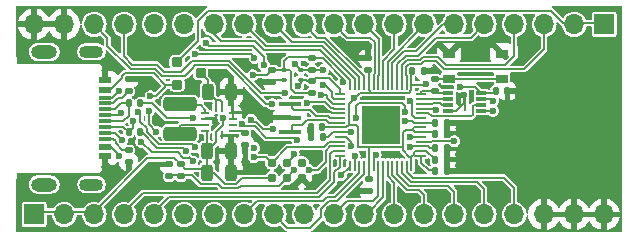
<source format=gbr>
%TF.GenerationSoftware,KiCad,Pcbnew,8.0.0-rc2-179-gceb8beb8c4*%
%TF.CreationDate,2024-02-16T13:12:57+01:00*%
%TF.ProjectId,CAT_MEP,4341545f-4d45-4502-9e6b-696361645f70,rev?*%
%TF.SameCoordinates,Original*%
%TF.FileFunction,Copper,L1,Top*%
%TF.FilePolarity,Positive*%
%FSLAX46Y46*%
G04 Gerber Fmt 4.6, Leading zero omitted, Abs format (unit mm)*
G04 Created by KiCad (PCBNEW 8.0.0-rc2-179-gceb8beb8c4) date 2024-02-16 13:12:57*
%MOMM*%
%LPD*%
G01*
G04 APERTURE LIST*
G04 Aperture macros list*
%AMRoundRect*
0 Rectangle with rounded corners*
0 $1 Rounding radius*
0 $2 $3 $4 $5 $6 $7 $8 $9 X,Y pos of 4 corners*
0 Add a 4 corners polygon primitive as box body*
4,1,4,$2,$3,$4,$5,$6,$7,$8,$9,$2,$3,0*
0 Add four circle primitives for the rounded corners*
1,1,$1+$1,$2,$3*
1,1,$1+$1,$4,$5*
1,1,$1+$1,$6,$7*
1,1,$1+$1,$8,$9*
0 Add four rect primitives between the rounded corners*
20,1,$1+$1,$2,$3,$4,$5,0*
20,1,$1+$1,$4,$5,$6,$7,0*
20,1,$1+$1,$6,$7,$8,$9,0*
20,1,$1+$1,$8,$9,$2,$3,0*%
G04 Aperture macros list end*
%TA.AperFunction,SMDPad,CuDef*%
%ADD10R,1.100000X0.600000*%
%TD*%
%TA.AperFunction,SMDPad,CuDef*%
%ADD11R,1.100000X0.300000*%
%TD*%
%TA.AperFunction,ComponentPad*%
%ADD12O,2.000000X1.050000*%
%TD*%
%TA.AperFunction,ComponentPad*%
%ADD13O,2.200000X1.150000*%
%TD*%
%TA.AperFunction,ConnectorPad*%
%ADD14C,0.787400*%
%TD*%
%TA.AperFunction,SMDPad,CuDef*%
%ADD15RoundRect,0.125000X0.175000X-0.125000X0.175000X0.125000X-0.175000X0.125000X-0.175000X-0.125000X0*%
%TD*%
%TA.AperFunction,SMDPad,CuDef*%
%ADD16RoundRect,0.125000X0.125000X0.175000X-0.125000X0.175000X-0.125000X-0.175000X0.125000X-0.175000X0*%
%TD*%
%TA.AperFunction,SMDPad,CuDef*%
%ADD17RoundRect,0.075000X0.175000X0.075000X-0.175000X0.075000X-0.175000X-0.075000X0.175000X-0.075000X0*%
%TD*%
%TA.AperFunction,SMDPad,CuDef*%
%ADD18RoundRect,0.125000X-0.175000X0.125000X-0.175000X-0.125000X0.175000X-0.125000X0.175000X0.125000X0*%
%TD*%
%TA.AperFunction,ComponentPad*%
%ADD19R,1.700000X1.700000*%
%TD*%
%TA.AperFunction,ComponentPad*%
%ADD20O,1.700000X1.700000*%
%TD*%
%TA.AperFunction,SMDPad,CuDef*%
%ADD21RoundRect,0.125000X-0.125000X-0.175000X0.125000X-0.175000X0.125000X0.175000X-0.125000X0.175000X0*%
%TD*%
%TA.AperFunction,SMDPad,CuDef*%
%ADD22RoundRect,0.250000X-0.250000X-0.450000X0.250000X-0.450000X0.250000X0.450000X-0.250000X0.450000X0*%
%TD*%
%TA.AperFunction,SMDPad,CuDef*%
%ADD23R,1.900000X0.400000*%
%TD*%
%TA.AperFunction,SMDPad,CuDef*%
%ADD24RoundRect,0.300000X-1.100000X0.300000X-1.100000X-0.300000X1.100000X-0.300000X1.100000X0.300000X0*%
%TD*%
%TA.AperFunction,SMDPad,CuDef*%
%ADD25RoundRect,0.200000X-0.250000X-0.200000X0.250000X-0.200000X0.250000X0.200000X-0.250000X0.200000X0*%
%TD*%
%TA.AperFunction,SMDPad,CuDef*%
%ADD26RoundRect,0.062500X-0.237500X-0.062500X0.237500X-0.062500X0.237500X0.062500X-0.237500X0.062500X0*%
%TD*%
%TA.AperFunction,SMDPad,CuDef*%
%ADD27RoundRect,0.062500X-0.062500X-0.237500X0.062500X-0.237500X0.062500X0.237500X-0.062500X0.237500X0*%
%TD*%
%TA.AperFunction,SMDPad,CuDef*%
%ADD28R,0.900000X0.300000*%
%TD*%
%TA.AperFunction,SMDPad,CuDef*%
%ADD29R,0.250000X1.650000*%
%TD*%
%TA.AperFunction,SMDPad,CuDef*%
%ADD30RoundRect,0.050000X-0.050000X0.387500X-0.050000X-0.387500X0.050000X-0.387500X0.050000X0.387500X0*%
%TD*%
%TA.AperFunction,SMDPad,CuDef*%
%ADD31RoundRect,0.050000X-0.387500X0.050000X-0.387500X-0.050000X0.387500X-0.050000X0.387500X0.050000X0*%
%TD*%
%TA.AperFunction,SMDPad,CuDef*%
%ADD32R,3.200000X3.200000*%
%TD*%
%TA.AperFunction,SMDPad,CuDef*%
%ADD33R,1.000000X0.700000*%
%TD*%
%TA.AperFunction,ViaPad*%
%ADD34C,0.600000*%
%TD*%
%TA.AperFunction,ViaPad*%
%ADD35C,0.300000*%
%TD*%
%TA.AperFunction,Conductor*%
%ADD36C,0.150000*%
%TD*%
G04 APERTURE END LIST*
D10*
%TO.P,J1,A1,GND*%
%TO.N,GND*%
X107000000Y-48600000D03*
X107000000Y-55000000D03*
%TO.P,J1,A4,VBUS*%
%TO.N,VBUS*%
X107000000Y-49400000D03*
X107000000Y-54200000D03*
D11*
%TO.P,J1,A5,CC1*%
%TO.N,Net-(J1-CC1)*%
X107000000Y-50550000D03*
%TO.P,J1,A6,D+*%
%TO.N,Net-(J1-D+-PadA6)*%
X107000000Y-51550000D03*
%TO.P,J1,A7,D-*%
%TO.N,Net-(J1-D--PadA7)*%
X107000000Y-52050000D03*
%TO.P,J1,A8,SBU1*%
%TO.N,/SWD_DIO*%
X107000000Y-53050000D03*
%TO.P,J1,B5,CC2*%
%TO.N,Net-(J1-CC2)*%
X107000000Y-53550000D03*
%TO.P,J1,B6,D+*%
%TO.N,Net-(J1-D+-PadA6)*%
X107000000Y-52550000D03*
%TO.P,J1,B7,D-*%
%TO.N,Net-(J1-D--PadA7)*%
X107000000Y-51050000D03*
%TO.P,J1,B8,SBU2*%
%TO.N,/SWD_CLK*%
X107000000Y-50050000D03*
D12*
%TO.P,J1,S1,SHIELD*%
%TO.N,unconnected-(J1-SHIELD-PadS1)_0*%
X105850000Y-46180000D03*
D13*
X101850000Y-46180000D03*
D12*
X105850000Y-57420000D03*
D13*
X101850000Y-57420000D03*
%TD*%
D14*
%TO.P,J4,1,1*%
%TO.N,+3V3*%
X121121000Y-56844000D03*
%TO.P,J4,2,2*%
%TO.N,/SWD_DIO*%
X121121000Y-55574000D03*
%TO.P,J4,3,3*%
%TO.N,/RESET*%
X122391000Y-56844000D03*
%TO.P,J4,4,4*%
%TO.N,/SWD_CLK*%
X122391000Y-55574000D03*
%TO.P,J4,5,5*%
%TO.N,GND*%
X123661000Y-56844000D03*
%TO.P,J4,6,6*%
%TO.N,unconnected-(J4-Pad6)*%
X123661000Y-55574000D03*
%TD*%
D15*
%TO.P,R4,1*%
%TO.N,Net-(J1-CC1)*%
X109000000Y-49500000D03*
%TO.P,R4,2*%
%TO.N,GND*%
X109000000Y-48500000D03*
%TD*%
D16*
%TO.P,C14,1*%
%TO.N,Net-(U2-VREG_VOUT)*%
X125475000Y-53425000D03*
%TO.P,C14,2*%
%TO.N,GND*%
X124475000Y-53425000D03*
%TD*%
%TO.P,C9,1*%
%TO.N,+3V3*%
X125410000Y-52520000D03*
%TO.P,C9,2*%
%TO.N,GND*%
X124410000Y-52520000D03*
%TD*%
D15*
%TO.P,R8,1*%
%TO.N,+3V3*%
X124525000Y-49675000D03*
%TO.P,R8,2*%
%TO.N,/A12*%
X124525000Y-48675000D03*
%TD*%
D17*
%TO.P,U4,1,SDA*%
%TO.N,/A12*%
X123575000Y-48525000D03*
%TO.P,U4,2,SCL*%
%TO.N,/A13*%
X123575000Y-47725000D03*
%TO.P,U4,3,VDD*%
%TO.N,+3V3*%
X122175000Y-47725000D03*
%TO.P,U4,4,VSS*%
%TO.N,GND*%
X122175000Y-48525000D03*
%TD*%
D18*
%TO.P,C17,1*%
%TO.N,+3V3*%
X121175000Y-47725000D03*
%TO.P,C17,2*%
%TO.N,GND*%
X121175000Y-48725000D03*
%TD*%
D19*
%TO.P,J2,1*%
%TO.N,+5V*%
X149260000Y-43850000D03*
D20*
%TO.P,J2,2*%
X146720000Y-43850000D03*
%TO.P,J2,3*%
%TO.N,/A0*%
X144180000Y-43850000D03*
%TO.P,J2,4*%
%TO.N,/A1*%
X141640000Y-43850000D03*
%TO.P,J2,5*%
%TO.N,/A2*%
X139100000Y-43850000D03*
%TO.P,J2,6*%
%TO.N,/A3*%
X136560000Y-43850000D03*
%TO.P,J2,7*%
%TO.N,/A4*%
X134020000Y-43850000D03*
%TO.P,J2,8*%
%TO.N,/A5*%
X131480000Y-43850000D03*
%TO.P,J2,9*%
%TO.N,/A6*%
X128940000Y-43850000D03*
%TO.P,J2,10*%
%TO.N,/A7*%
X126400000Y-43850000D03*
%TO.P,J2,11*%
%TO.N,/A8*%
X123860000Y-43850000D03*
%TO.P,J2,12*%
%TO.N,/A9*%
X121320000Y-43850000D03*
%TO.P,J2,13*%
%TO.N,/A10*%
X118780000Y-43850000D03*
%TO.P,J2,14*%
%TO.N,/A11*%
X116240000Y-43850000D03*
%TO.P,J2,15*%
%TO.N,/A12*%
X113700000Y-43850000D03*
%TO.P,J2,16*%
%TO.N,/A13*%
X111160000Y-43850000D03*
%TO.P,J2,17*%
%TO.N,/A14*%
X108620000Y-43850000D03*
%TO.P,J2,18*%
%TO.N,/A15*%
X106080000Y-43850000D03*
%TO.P,J2,19*%
%TO.N,GND*%
X103540000Y-43850000D03*
%TO.P,J2,20*%
X101000000Y-43850000D03*
%TD*%
D21*
%TO.P,C12,1*%
%TO.N,Net-(U2-VREG_VOUT)*%
X134930000Y-54350000D03*
%TO.P,C12,2*%
%TO.N,GND*%
X135930000Y-54350000D03*
%TD*%
D22*
%TO.P,C1,1*%
%TO.N,VDD*%
X115700000Y-49550000D03*
%TO.P,C1,2*%
%TO.N,GND*%
X117700000Y-49550000D03*
%TD*%
D21*
%TO.P,R1,1*%
%TO.N,Net-(J1-D--PadA7)*%
X109000000Y-50500000D03*
%TO.P,R1,2*%
%TO.N,/DM*%
X110000000Y-50500000D03*
%TD*%
D23*
%TO.P,Y1,1,1*%
%TO.N,Net-(U2-XIN)*%
X122650000Y-50570000D03*
%TO.P,Y1,2,2*%
%TO.N,GND*%
X122650000Y-51770000D03*
%TO.P,Y1,3,3*%
%TO.N,Net-(U2-XOUT)*%
X122650000Y-52970000D03*
%TD*%
D21*
%TO.P,C8,1*%
%TO.N,+3V3*%
X134930000Y-55300000D03*
%TO.P,C8,2*%
%TO.N,GND*%
X135930000Y-55300000D03*
%TD*%
D24*
%TO.P,L1,1*%
%TO.N,Net-(U1-L1)*%
X113350000Y-50600000D03*
%TO.P,L1,2*%
%TO.N,Net-(U1-L2)*%
X113350000Y-53100000D03*
%TD*%
D22*
%TO.P,C2,1*%
%TO.N,+3V3*%
X115650000Y-54600000D03*
%TO.P,C2,2*%
%TO.N,GND*%
X117650000Y-54600000D03*
%TD*%
D19*
%TO.P,J3,1*%
%TO.N,+3V3*%
X101000000Y-59950000D03*
D20*
%TO.P,J3,2*%
X103540000Y-59950000D03*
%TO.P,J3,3*%
X106080000Y-59950000D03*
%TO.P,J3,4*%
%TO.N,/B0*%
X108620000Y-59950000D03*
%TO.P,J3,5*%
%TO.N,/B1*%
X111160000Y-59950000D03*
%TO.P,J3,6*%
%TO.N,/B2*%
X113700000Y-59950000D03*
%TO.P,J3,7*%
%TO.N,/B3*%
X116240000Y-59950000D03*
%TO.P,J3,8*%
%TO.N,/B4*%
X118780000Y-59950000D03*
%TO.P,J3,9*%
%TO.N,/B5*%
X121320000Y-59950000D03*
%TO.P,J3,10*%
%TO.N,/B6*%
X123860000Y-59950000D03*
%TO.P,J3,11*%
%TO.N,/B7*%
X126400000Y-59950000D03*
%TO.P,J3,12*%
%TO.N,/B8*%
X128940000Y-59950000D03*
%TO.P,J3,13*%
%TO.N,/B9*%
X131480000Y-59950000D03*
%TO.P,J3,14*%
%TO.N,/B10*%
X134020000Y-59950000D03*
%TO.P,J3,15*%
%TO.N,/B11*%
X136560000Y-59950000D03*
%TO.P,J3,16*%
%TO.N,/B12*%
X139100000Y-59950000D03*
%TO.P,J3,17*%
%TO.N,/B13*%
X141640000Y-59950000D03*
%TO.P,J3,18*%
%TO.N,GND*%
X144180000Y-59950000D03*
%TO.P,J3,19*%
X146720000Y-59950000D03*
%TO.P,J3,20*%
X149260000Y-59950000D03*
%TD*%
D18*
%TO.P,C7,1*%
%TO.N,+3V3*%
X129351965Y-56962442D03*
%TO.P,C7,2*%
%TO.N,GND*%
X129351965Y-57962442D03*
%TD*%
%TO.P,R5,1*%
%TO.N,+3V3*%
X113400000Y-55720000D03*
%TO.P,R5,2*%
%TO.N,/RESET*%
X113400000Y-56720000D03*
%TD*%
D25*
%TO.P,D1,1,K*%
%TO.N,+5V*%
X113100000Y-47050000D03*
%TO.P,D1,2,K*%
%TO.N,VBUS*%
X113100000Y-48950000D03*
%TO.P,D1,3,K*%
%TO.N,VDD*%
X115100000Y-48000000D03*
%TD*%
D26*
%TO.P,U1,1,L1*%
%TO.N,Net-(U1-L1)*%
X115500000Y-51350000D03*
%TO.P,U1,2,GND*%
%TO.N,GND*%
X115500000Y-51850000D03*
%TO.P,U1,3,L2*%
%TO.N,Net-(U1-L2)*%
X115500000Y-52350000D03*
%TO.P,U1,4,VOUT*%
%TO.N,+3V3*%
X115500000Y-52850000D03*
D27*
%TO.P,U1,5,FB*%
X116400000Y-53250000D03*
%TO.P,U1,6,PFM/PWM*%
%TO.N,GND*%
X116900000Y-53250000D03*
D26*
%TO.P,U1,7,SS*%
%TO.N,Net-(U1-SS)*%
X117800000Y-52850000D03*
%TO.P,U1,8,PG*%
%TO.N,unconnected-(U1-PG-Pad8)*%
X117800000Y-52350000D03*
%TO.P,U1,9,GND*%
%TO.N,GND*%
X117800000Y-51850000D03*
%TO.P,U1,10,ILIM0*%
X117800000Y-51350000D03*
D27*
%TO.P,U1,11,EN*%
%TO.N,VDD*%
X116900000Y-50950000D03*
%TO.P,U1,12,VIN*%
X116400000Y-50950000D03*
%TD*%
D15*
%TO.P,R6,1*%
%TO.N,/CS*%
X134925000Y-49475000D03*
%TO.P,R6,2*%
%TO.N,Net-(R6-Pad2)*%
X134925000Y-48475000D03*
%TD*%
D28*
%TO.P,U3,1,~{CS}*%
%TO.N,/CS*%
X136075000Y-49675000D03*
%TO.P,U3,2,D0(IO1)*%
%TO.N,Net-(U2-SPI_SD1)*%
X136075000Y-50175000D03*
%TO.P,U3,3,~{WP}_(IO2)*%
%TO.N,Net-(U2-SPI_SD2)*%
X136075000Y-50675000D03*
%TO.P,U3,4,GND*%
%TO.N,GND*%
X136075000Y-51175000D03*
%TO.P,U3,5,DI_(IO0)*%
%TO.N,Net-(U2-SPI_SD0)*%
X138875000Y-51175000D03*
%TO.P,U3,6,CLK*%
%TO.N,/CLK*%
X138875000Y-50675000D03*
%TO.P,U3,7,~{R-H}_(IO3)*%
%TO.N,Net-(U2-SPI_SD3)*%
X138875000Y-50175000D03*
%TO.P,U3,8,VCC*%
%TO.N,+3V3*%
X138875000Y-49675000D03*
D29*
%TO.P,U3,9*%
%TO.N,unconnected-(U3-Pad9)*%
X137475000Y-50425000D03*
%TD*%
D18*
%TO.P,R3,1*%
%TO.N,Net-(J1-CC2)*%
X109000000Y-54500000D03*
%TO.P,R3,2*%
%TO.N,GND*%
X109000000Y-55500000D03*
%TD*%
%TO.P,R7,1*%
%TO.N,+3V3*%
X124525000Y-46725000D03*
%TO.P,R7,2*%
%TO.N,/A13*%
X124525000Y-47725000D03*
%TD*%
D21*
%TO.P,C11,1*%
%TO.N,+3V3*%
X134930000Y-56250000D03*
%TO.P,C11,2*%
%TO.N,GND*%
X135930000Y-56250000D03*
%TD*%
%TO.P,R2,1*%
%TO.N,Net-(J1-D+-PadA6)*%
X109000000Y-53000000D03*
%TO.P,R2,2*%
%TO.N,/DP*%
X110000000Y-53000000D03*
%TD*%
D18*
%TO.P,C4,1*%
%TO.N,Net-(U1-SS)*%
X118850000Y-53050000D03*
%TO.P,C4,2*%
%TO.N,GND*%
X118850000Y-54050000D03*
%TD*%
D30*
%TO.P,U2,1,VDD*%
%TO.N,+3V3*%
X132937500Y-48950000D03*
%TO.P,U2,2,GPIO0*%
%TO.N,/A0*%
X132537500Y-48950000D03*
%TO.P,U2,3,GPIO1*%
%TO.N,/A1*%
X132137500Y-48950000D03*
%TO.P,U2,4,GPIO2*%
%TO.N,/A2*%
X131737500Y-48950000D03*
%TO.P,U2,5,GPIO3*%
%TO.N,/A3*%
X131337500Y-48950000D03*
%TO.P,U2,6,GPIO4*%
%TO.N,/A4*%
X130937500Y-48950000D03*
%TO.P,U2,7,GPIO5*%
%TO.N,/A5*%
X130537500Y-48950000D03*
%TO.P,U2,8,GPIO6*%
%TO.N,/A6*%
X130137500Y-48950000D03*
%TO.P,U2,9,GPIO7*%
%TO.N,/A7*%
X129737500Y-48950000D03*
%TO.P,U2,10,VDD*%
%TO.N,+3V3*%
X129337500Y-48950000D03*
%TO.P,U2,11,GPIO8*%
%TO.N,/A8*%
X128937500Y-48950000D03*
%TO.P,U2,12,GPIO9*%
%TO.N,/A9*%
X128537500Y-48950000D03*
%TO.P,U2,13,GPIO10*%
%TO.N,/A10*%
X128137500Y-48950000D03*
%TO.P,U2,14,GPIO11*%
%TO.N,/A11*%
X127737500Y-48950000D03*
D31*
%TO.P,U2,15,GPIO12*%
%TO.N,/A12*%
X126900000Y-49787500D03*
%TO.P,U2,16,GPIO13*%
%TO.N,/A13*%
X126900000Y-50187500D03*
%TO.P,U2,17,GPIO14*%
%TO.N,/A14*%
X126900000Y-50587500D03*
%TO.P,U2,18,GPIO15*%
%TO.N,/A15*%
X126900000Y-50987500D03*
%TO.P,U2,19,TESTEN*%
%TO.N,GND*%
X126900000Y-51387500D03*
%TO.P,U2,20,XIN*%
%TO.N,Net-(U2-XIN)*%
X126900000Y-51787500D03*
%TO.P,U2,21,XOUT*%
%TO.N,Net-(U2-XOUT)*%
X126900000Y-52187500D03*
%TO.P,U2,22,VDD*%
%TO.N,+3V3*%
X126900000Y-52587500D03*
%TO.P,U2,23,DVVD*%
%TO.N,Net-(U2-VREG_VOUT)*%
X126900000Y-52987500D03*
%TO.P,U2,24,SWCLK*%
%TO.N,/SWD_CLK*%
X126900000Y-53387500D03*
%TO.P,U2,25,SWDIO*%
%TO.N,/SWD_DIO*%
X126900000Y-53787500D03*
%TO.P,U2,26,RUN*%
%TO.N,/RESET*%
X126900000Y-54187500D03*
%TO.P,U2,27,GPIO16*%
%TO.N,/B0*%
X126900000Y-54587500D03*
%TO.P,U2,28,GPIO17*%
%TO.N,/B1*%
X126900000Y-54987500D03*
D30*
%TO.P,U2,29,GPIO18*%
%TO.N,/B2*%
X127737500Y-55825000D03*
%TO.P,U2,30,GPIO19*%
%TO.N,/B3*%
X128137500Y-55825000D03*
%TO.P,U2,31,GPIO20*%
%TO.N,/B4*%
X128537500Y-55825000D03*
%TO.P,U2,32,GPIO21*%
%TO.N,/B5*%
X128937500Y-55825000D03*
%TO.P,U2,33,VDD*%
%TO.N,+3V3*%
X129337500Y-55825000D03*
%TO.P,U2,34,GPIO22*%
%TO.N,/B6*%
X129737500Y-55825000D03*
%TO.P,U2,35,GPIO23*%
%TO.N,/B7*%
X130137500Y-55825000D03*
%TO.P,U2,36,GPIO24*%
%TO.N,/B8*%
X130537500Y-55825000D03*
%TO.P,U2,37,GPIO25*%
%TO.N,/B9*%
X130937500Y-55825000D03*
%TO.P,U2,38,GPIO26/ADC0*%
%TO.N,/B10*%
X131337500Y-55825000D03*
%TO.P,U2,39,GPIO27/ADC1*%
%TO.N,/B11*%
X131737500Y-55825000D03*
%TO.P,U2,40,GPIO28/ADC2*%
%TO.N,/B12*%
X132137500Y-55825000D03*
%TO.P,U2,41,GPIO29/ADC3*%
%TO.N,/B13*%
X132537500Y-55825000D03*
%TO.P,U2,42,VDD*%
%TO.N,+3V3*%
X132937500Y-55825000D03*
D31*
%TO.P,U2,43,AVDD*%
X133775000Y-54987500D03*
%TO.P,U2,44,VREG_VIN*%
X133775000Y-54587500D03*
%TO.P,U2,45,VREG_VOUT*%
%TO.N,Net-(U2-VREG_VOUT)*%
X133775000Y-54187500D03*
%TO.P,U2,46,USB_DM*%
%TO.N,/DM*%
X133775000Y-53787500D03*
%TO.P,U2,47,USB_DP*%
%TO.N,/DP*%
X133775000Y-53387500D03*
%TO.P,U2,48,USB_VDD*%
%TO.N,+3V3*%
X133775000Y-52987500D03*
%TO.P,U2,49,VDD*%
X133775000Y-52587500D03*
%TO.P,U2,50,DVVD*%
%TO.N,Net-(U2-VREG_VOUT)*%
X133775000Y-52187500D03*
%TO.P,U2,51,SPI_SD3*%
%TO.N,Net-(U2-SPI_SD3)*%
X133775000Y-51787500D03*
%TO.P,U2,52,SPI_SCLK*%
%TO.N,/CLK*%
X133775000Y-51387500D03*
%TO.P,U2,53,SPI_SD0*%
%TO.N,Net-(U2-SPI_SD0)*%
X133775000Y-50987500D03*
%TO.P,U2,54,SPI_SD2*%
%TO.N,Net-(U2-SPI_SD2)*%
X133775000Y-50587500D03*
%TO.P,U2,55,SPI_SD1*%
%TO.N,Net-(U2-SPI_SD1)*%
X133775000Y-50187500D03*
%TO.P,U2,56,SPI_SS_N*%
%TO.N,/CS*%
X133775000Y-49787500D03*
D32*
%TO.P,U2,57,VSS*%
%TO.N,GND*%
X130337500Y-52387500D03*
%TD*%
D22*
%TO.P,C3,1*%
%TO.N,+3V3*%
X115650000Y-56400000D03*
%TO.P,C3,2*%
%TO.N,GND*%
X117650000Y-56400000D03*
%TD*%
D21*
%TO.P,C10,1*%
%TO.N,+3V3*%
X134975000Y-53175000D03*
%TO.P,C10,2*%
%TO.N,GND*%
X135975000Y-53175000D03*
%TD*%
D33*
%TO.P,SW1,1,1*%
%TO.N,GND*%
X136125000Y-46325000D03*
X140625000Y-46325000D03*
%TO.P,SW1,2,2*%
%TO.N,Net-(R6-Pad2)*%
X136125000Y-48475000D03*
X140625000Y-48475000D03*
%TD*%
D21*
%TO.P,C16,1*%
%TO.N,+3V3*%
X140075000Y-49525000D03*
%TO.P,C16,2*%
%TO.N,GND*%
X141075000Y-49525000D03*
%TD*%
%TO.P,C13,1*%
%TO.N,Net-(U2-VREG_VOUT)*%
X134975000Y-52225000D03*
%TO.P,C13,2*%
%TO.N,GND*%
X135975000Y-52225000D03*
%TD*%
D15*
%TO.P,C5,1*%
%TO.N,+3V3*%
X129250000Y-47700000D03*
%TO.P,C5,2*%
%TO.N,GND*%
X129250000Y-46700000D03*
%TD*%
D21*
%TO.P,C6,1*%
%TO.N,+3V3*%
X133025000Y-47775000D03*
%TO.P,C6,2*%
%TO.N,GND*%
X134025000Y-47775000D03*
%TD*%
D15*
%TO.P,C15,1*%
%TO.N,/RESET*%
X112450000Y-56720000D03*
%TO.P,C15,2*%
%TO.N,GND*%
X112450000Y-55720000D03*
%TD*%
D34*
%TO.N,GND*%
X144000000Y-48000000D03*
D35*
X112230000Y-47320000D03*
X140730000Y-57720000D03*
X122630000Y-59520000D03*
D34*
X131600000Y-51150000D03*
X142000000Y-54000000D03*
X116271064Y-52075713D03*
D35*
X137830000Y-43420000D03*
X100130000Y-58520000D03*
X131030000Y-57620000D03*
X110930000Y-46820000D03*
X142230000Y-45120000D03*
X120430000Y-54220000D03*
D34*
X146000000Y-46000000D03*
D35*
X110930000Y-45520000D03*
D34*
X150000000Y-54000000D03*
X148000000Y-56000000D03*
D35*
X125130000Y-44320000D03*
X137830000Y-60820000D03*
X138630000Y-45120000D03*
D34*
X107450000Y-47350000D03*
D35*
X120130000Y-59420000D03*
X112430000Y-43920000D03*
X135230000Y-60820000D03*
X111930000Y-57520000D03*
D34*
X150000000Y-50000000D03*
D35*
X117230000Y-44820000D03*
X104730000Y-60920000D03*
D34*
X129100000Y-53600000D03*
D35*
X141030000Y-45120000D03*
X119730000Y-53320000D03*
X145730000Y-42820000D03*
D34*
X146000000Y-52000000D03*
D35*
X134730000Y-46120000D03*
D34*
X117677700Y-53475000D03*
X146000000Y-58000000D03*
D35*
X131030000Y-45120000D03*
D34*
X150000000Y-46000000D03*
X148000000Y-46000000D03*
D35*
X100130000Y-45820000D03*
X117530000Y-43320000D03*
X133330000Y-45420000D03*
X119030000Y-47120000D03*
D34*
X148000000Y-48000000D03*
D35*
X127730000Y-44320000D03*
X117830000Y-44820000D03*
D34*
X125110000Y-51020000D03*
D35*
X112130000Y-45520000D03*
D34*
X148000000Y-58000000D03*
D35*
X107730000Y-57120000D03*
X121630000Y-53920000D03*
X140230000Y-58720000D03*
X137830000Y-44320000D03*
X139730000Y-57720000D03*
D34*
X107500000Y-56200000D03*
D35*
X121330000Y-46820000D03*
D34*
X118950000Y-56000000D03*
D35*
X134730000Y-58220000D03*
X102330000Y-60820000D03*
X132730000Y-60820000D03*
D34*
X131200000Y-54850000D03*
D35*
X106130000Y-58620000D03*
D34*
X123000000Y-57550000D03*
X150000000Y-56000000D03*
D35*
X107430000Y-44520000D03*
X147830000Y-43020000D03*
X109130000Y-45120000D03*
X112430000Y-60820000D03*
X132030000Y-45120000D03*
X122630000Y-60520000D03*
X135730000Y-58220000D03*
X109830000Y-42920000D03*
X133230000Y-58720000D03*
X103830000Y-57220000D03*
X109130000Y-46220000D03*
X118630000Y-50720000D03*
X140430000Y-60820000D03*
D34*
X131600000Y-53650000D03*
D35*
X109530000Y-46720000D03*
D34*
X144000000Y-50000000D03*
D35*
X120030000Y-44220000D03*
X142730000Y-60820000D03*
D34*
X103730000Y-58220000D03*
D35*
X132230000Y-58220000D03*
X135230000Y-58720000D03*
X112530000Y-46320000D03*
X127730000Y-43320000D03*
D34*
X137414614Y-49826000D03*
D35*
X135330000Y-43420000D03*
X102230000Y-45020000D03*
D34*
X128400000Y-57900000D03*
D35*
X127730000Y-60720000D03*
X109830000Y-60820000D03*
D34*
X144000000Y-54000000D03*
X146000000Y-56000000D03*
D35*
X122630000Y-43320000D03*
X120030000Y-43320000D03*
X107230000Y-60820000D03*
X130730000Y-45920000D03*
X118930000Y-47620000D03*
D34*
X148000000Y-50000000D03*
X128300000Y-45650000D03*
D35*
X114130000Y-45220000D03*
X132630000Y-44420000D03*
D34*
X142000000Y-56000000D03*
X150000000Y-58000000D03*
D35*
X107330000Y-42920000D03*
D34*
X139250000Y-46200000D03*
D35*
X119730000Y-47420000D03*
X110530000Y-58720000D03*
D34*
X110730000Y-57220000D03*
D35*
X142730000Y-59220000D03*
X115330000Y-44720000D03*
D34*
X138000000Y-56000000D03*
D35*
X120130000Y-60820000D03*
X132730000Y-43420000D03*
X109830000Y-49720000D03*
X112430000Y-44420000D03*
D34*
X150000000Y-52000000D03*
X124325002Y-52835000D03*
X146000000Y-54000000D03*
D35*
X130130000Y-60820000D03*
X103930000Y-46120000D03*
X130230000Y-44220000D03*
D34*
X148000000Y-54000000D03*
X142000000Y-52000000D03*
D35*
X138230000Y-57720000D03*
X131030000Y-58620000D03*
X111330000Y-49020000D03*
X111430000Y-52020000D03*
X143630000Y-45720000D03*
X120830000Y-45120000D03*
D34*
X150000000Y-48000000D03*
D35*
X137730000Y-58720000D03*
X114230000Y-57620000D03*
D34*
X117450000Y-60750000D03*
D35*
X114630000Y-42920000D03*
D34*
X144000000Y-52000000D03*
D35*
X104930000Y-45020000D03*
D34*
X129100000Y-51150000D03*
D35*
X133630000Y-56220000D03*
X137230000Y-57720000D03*
X128830000Y-54820000D03*
D34*
X114400000Y-49100000D03*
D35*
X112430000Y-42920000D03*
X125130000Y-43320000D03*
D34*
X137500000Y-46150000D03*
X144000000Y-58000000D03*
D35*
X105030000Y-42920000D03*
D34*
X116550000Y-48050000D03*
X109730000Y-57220000D03*
D35*
X122630000Y-44220000D03*
D34*
X138000000Y-54000000D03*
X108730000Y-58220000D03*
D35*
X120430000Y-52020000D03*
X142930000Y-43220000D03*
D34*
X140000000Y-56000000D03*
X110730000Y-56220000D03*
X120350000Y-48750000D03*
D35*
X121730000Y-45120000D03*
D34*
X144000000Y-56000000D03*
X134850000Y-47700000D03*
X142000000Y-50000000D03*
X146000000Y-48000000D03*
D35*
X112530000Y-59120000D03*
X108030000Y-45820000D03*
X130230000Y-59620000D03*
X106530000Y-45220000D03*
D34*
X140000000Y-54000000D03*
D35*
X141930000Y-47020000D03*
X100130000Y-57220000D03*
X110430000Y-48520000D03*
D34*
X148000000Y-52000000D03*
X146000000Y-50000000D03*
X119750000Y-50650000D03*
D35*
X118330000Y-46920000D03*
X130230000Y-43420000D03*
X125530000Y-56520000D03*
X140330000Y-43220000D03*
D34*
%TO.N,+3V3*%
X128055913Y-50105913D03*
X127137500Y-48771385D03*
X134194828Y-48890972D03*
X117001081Y-51748482D03*
X137021995Y-49128968D03*
X119504074Y-48145926D03*
%TO.N,Net-(U2-VREG_VOUT)*%
X132838654Y-54218172D03*
X127848873Y-52987500D03*
X132437502Y-52075000D03*
%TO.N,/RESET*%
X124289850Y-56208979D03*
X123032150Y-56208979D03*
%TO.N,VBUS*%
X110850000Y-49925000D03*
X108191428Y-55005921D03*
X110700000Y-51206776D03*
X111354074Y-52945926D03*
%TO.N,/SWD_CLK*%
X109764144Y-51290195D03*
X122969465Y-54825002D03*
X127837500Y-54143602D03*
X119635119Y-54308857D03*
X108159615Y-49512363D03*
X114650000Y-54279233D03*
%TO.N,Net-(J1-D+-PadA6)*%
X108336091Y-51386091D03*
X109410000Y-52030000D03*
%TO.N,/SWD_DIO*%
X110050000Y-53800000D03*
X108471931Y-53658716D03*
X114420000Y-55460000D03*
X119587502Y-55107442D03*
%TO.N,/A12*%
X115550000Y-45400000D03*
X123325000Y-49100000D03*
X120448356Y-47302761D03*
%TO.N,/A13*%
X125450000Y-48975000D03*
X114650000Y-46400000D03*
X125450000Y-47750000D03*
X123100000Y-47225000D03*
X119650000Y-46700000D03*
%TO.N,/A15*%
X124130000Y-50500000D03*
X121170000Y-50600000D03*
%TO.N,/A14*%
X125323046Y-49856477D03*
X122250000Y-49650000D03*
%TO.N,/B6*%
X129912119Y-54915317D03*
%TO.N,/B2*%
X126981000Y-56650000D03*
%TO.N,/B3*%
X128131517Y-55007554D03*
%TO.N,/DM*%
X132437502Y-51274997D03*
X119354676Y-51920000D03*
X128237498Y-51793199D03*
X136581447Y-53751350D03*
X121200000Y-52700000D03*
X114420956Y-51775000D03*
%TO.N,/DP*%
X132850161Y-53393333D03*
X113830000Y-54565000D03*
X118607105Y-52300000D03*
X123290000Y-53675002D03*
%TO.N,Net-(U2-SPI_SD0)*%
X135050000Y-51070000D03*
X139875000Y-51175000D03*
%TO.N,Net-(U2-SPI_SD3)*%
X132847042Y-50339648D03*
X139860273Y-50318971D03*
%TD*%
D36*
%TO.N,VDD*%
X115700000Y-49550000D02*
X115700000Y-48600000D01*
X116700000Y-50250000D02*
X116900000Y-50450000D01*
X116900000Y-50450000D02*
X116900000Y-50950000D01*
X116400000Y-50250000D02*
X115700000Y-49550000D01*
X115700000Y-48600000D02*
X115100000Y-48000000D01*
X116700000Y-50250000D02*
X116400000Y-50250000D01*
X116400000Y-50950000D02*
X116400000Y-50250000D01*
%TO.N,GND*%
X107000000Y-55400000D02*
X107000000Y-55000000D01*
X107450000Y-47350000D02*
X107200000Y-47600000D01*
X126217500Y-51387500D02*
X126117501Y-51287501D01*
X107500000Y-55900000D02*
X107000000Y-55400000D01*
X107200000Y-48400000D02*
X107000000Y-48600000D01*
X121375000Y-48525000D02*
X121175000Y-48725000D01*
X107200000Y-47600000D02*
X107200000Y-48400000D01*
X136725000Y-51175000D02*
X137414614Y-50485386D01*
X125749071Y-51020000D02*
X125110000Y-51020000D01*
X107500000Y-56200000D02*
X107500000Y-55900000D01*
X126117501Y-51287501D02*
X126016572Y-51287501D01*
X136075000Y-51175000D02*
X136725000Y-51175000D01*
X126016572Y-51287501D02*
X125749071Y-51020000D01*
X122175000Y-48525000D02*
X121375000Y-48525000D01*
X137414614Y-50485386D02*
X137414614Y-49826000D01*
X117800000Y-51850000D02*
X117800000Y-51350000D01*
X126900000Y-51387500D02*
X126217500Y-51387500D01*
%TO.N,+3V3*%
X133165000Y-54915000D02*
X133165000Y-54705000D01*
X134787500Y-52987500D02*
X133775000Y-52987500D01*
X134135800Y-48950000D02*
X134194828Y-48890972D01*
X125557500Y-52587500D02*
X125490000Y-52520000D01*
X125421058Y-46725000D02*
X124525000Y-46725000D01*
X122175000Y-46975000D02*
X122175000Y-47725000D01*
X129350000Y-56950000D02*
X129350000Y-55837500D01*
X115500000Y-52850000D02*
X115650000Y-53000000D01*
X133162500Y-52587500D02*
X133045000Y-52705000D01*
X133045000Y-52705000D02*
X133045000Y-52775000D01*
X127620000Y-52379327D02*
X127620000Y-50630000D01*
X133775000Y-52587500D02*
X133162500Y-52587500D01*
X117001081Y-52348919D02*
X116400000Y-52950000D01*
X123086827Y-49675000D02*
X122750000Y-49338173D01*
X134975000Y-55275000D02*
X134905000Y-55275000D01*
X116400000Y-53850000D02*
X115650000Y-54600000D01*
X133045000Y-52775000D02*
X132455000Y-52775000D01*
X133045000Y-52775000D02*
X133257500Y-52987500D01*
X133175000Y-54925000D02*
X133165000Y-54915000D01*
X106080000Y-59700000D02*
X110585000Y-55195000D01*
X115310000Y-56060000D02*
X115650000Y-56400000D01*
X132937500Y-48950000D02*
X132937500Y-49448506D01*
X127411827Y-52587500D02*
X127620000Y-52379327D01*
X132937500Y-48950000D02*
X132937500Y-47862500D01*
X128450000Y-54200000D02*
X128512500Y-54262500D01*
X127137500Y-48771385D02*
X127137500Y-48441442D01*
X132220000Y-53010000D02*
X132220000Y-54520000D01*
X116400000Y-53250000D02*
X116400000Y-53850000D01*
X133775000Y-54987500D02*
X133237500Y-54987500D01*
X122625000Y-47725000D02*
X122175000Y-47725000D01*
X122750000Y-49338173D02*
X122750000Y-47850000D01*
X128279327Y-52379327D02*
X128450000Y-52550000D01*
X132455000Y-52775000D02*
X132220000Y-53010000D01*
X133165000Y-54705000D02*
X133282500Y-54587500D01*
X113740000Y-56060000D02*
X115310000Y-56060000D01*
X113400000Y-55720000D02*
X113740000Y-56060000D01*
X118615390Y-56884000D02*
X118124390Y-57375000D01*
X132762500Y-55062500D02*
X132937500Y-55062500D01*
X132937500Y-49448506D02*
X132716006Y-49670000D01*
X134905000Y-55275000D02*
X134217500Y-54587500D01*
X139925000Y-49675000D02*
X140075000Y-49525000D01*
X129337500Y-49455000D02*
X129337500Y-48950000D01*
X122750000Y-47850000D02*
X122625000Y-47725000D01*
X133175000Y-54925000D02*
X133075000Y-54925000D01*
X129350000Y-55837500D02*
X129337500Y-55825000D01*
X132716006Y-49670000D02*
X129552500Y-49670000D01*
X129552500Y-49670000D02*
X129337500Y-49455000D01*
X134425000Y-56225000D02*
X133775000Y-55575000D01*
X129325000Y-47775000D02*
X129325000Y-48937500D01*
X133237500Y-54987500D02*
X133175000Y-54925000D01*
X117001081Y-51748482D02*
X117001081Y-52348919D01*
X132220000Y-54520000D02*
X132762500Y-55062500D01*
X127137500Y-48441442D02*
X125421058Y-46725000D01*
X110585000Y-55195000D02*
X112875000Y-55195000D01*
X128512500Y-54262500D02*
X129300000Y-54262500D01*
X119504074Y-48145926D02*
X120754074Y-48145926D01*
X129337500Y-55825000D02*
X129337500Y-54300000D01*
X132207500Y-54262500D02*
X132220000Y-54250000D01*
X132937500Y-47862500D02*
X133025000Y-47775000D01*
X133257500Y-52987500D02*
X133775000Y-52987500D01*
X126900000Y-52587500D02*
X125557500Y-52587500D01*
X127620000Y-52379327D02*
X128279327Y-52379327D01*
X138330000Y-49130000D02*
X138875000Y-49675000D01*
X129337500Y-54300000D02*
X129300000Y-54262500D01*
X121081000Y-56884000D02*
X118615390Y-56884000D01*
X116400000Y-52950000D02*
X116400000Y-53250000D01*
X132937500Y-48950000D02*
X134135800Y-48950000D01*
X120754074Y-48145926D02*
X121175000Y-47725000D01*
X132937500Y-55062500D02*
X132937500Y-55825000D01*
X121121000Y-56844000D02*
X121081000Y-56884000D01*
X115650000Y-53000000D02*
X115650000Y-54600000D01*
X128450000Y-52550000D02*
X128450000Y-54200000D01*
X137023027Y-49130000D02*
X138330000Y-49130000D01*
X134975000Y-53175000D02*
X134787500Y-52987500D01*
X133075000Y-54925000D02*
X132937500Y-55062500D01*
X124525000Y-46725000D02*
X124450000Y-46650000D01*
X124450000Y-46650000D02*
X122500000Y-46650000D01*
X128580000Y-49670000D02*
X129552500Y-49670000D01*
X134975000Y-56225000D02*
X134425000Y-56225000D01*
X129300000Y-54262500D02*
X132207500Y-54262500D01*
X121175000Y-47725000D02*
X122175000Y-47725000D01*
X122500000Y-46650000D02*
X122175000Y-46975000D01*
X138875000Y-49675000D02*
X139925000Y-49675000D01*
X134217500Y-54587500D02*
X133775000Y-54587500D01*
X133282500Y-54587500D02*
X133775000Y-54587500D01*
X133775000Y-55575000D02*
X133775000Y-54987500D01*
X101000000Y-59700000D02*
X106080000Y-59700000D01*
X116200610Y-56400000D02*
X115650000Y-56400000D01*
X112875000Y-55195000D02*
X113400000Y-55720000D01*
X137021995Y-49128968D02*
X137023027Y-49130000D01*
X115650000Y-56400000D02*
X115650000Y-54600000D01*
X127620000Y-50630000D02*
X128580000Y-49670000D01*
X124525000Y-49675000D02*
X123086827Y-49675000D01*
X117175610Y-57375000D02*
X116200610Y-56400000D01*
X126900000Y-52587500D02*
X127411827Y-52587500D01*
X118124390Y-57375000D02*
X117175610Y-57375000D01*
X129325000Y-48937500D02*
X129337500Y-48950000D01*
%TO.N,Net-(U1-SS)*%
X117800000Y-52850000D02*
X117830000Y-52880000D01*
X117830000Y-52880000D02*
X118680000Y-52880000D01*
X118680000Y-52880000D02*
X118850000Y-53050000D01*
%TO.N,Net-(U2-VREG_VOUT)*%
X125625000Y-53425000D02*
X125855000Y-53425000D01*
X132869326Y-54187500D02*
X133775000Y-54187500D01*
X133775000Y-54187500D02*
X134382474Y-54187500D01*
X134950000Y-54350000D02*
X134962500Y-54337500D01*
X133775000Y-52187500D02*
X134937500Y-52187500D01*
X132437502Y-52075000D02*
X133025736Y-52075000D01*
X133138236Y-52187500D02*
X133775000Y-52187500D01*
X126907500Y-52980000D02*
X126900000Y-52987500D01*
X126292500Y-52987500D02*
X126900000Y-52987500D01*
X125855000Y-53425000D02*
X126292500Y-52987500D01*
X127841373Y-52980000D02*
X126907500Y-52980000D01*
X134937500Y-52187500D02*
X134975000Y-52225000D01*
X133025736Y-52075000D02*
X133138236Y-52187500D01*
X134382474Y-54187500D02*
X134544974Y-54350000D01*
X127848873Y-52987500D02*
X127841373Y-52980000D01*
X134544974Y-54350000D02*
X134950000Y-54350000D01*
X132838654Y-54218172D02*
X132869326Y-54187500D01*
%TO.N,/RESET*%
X118269365Y-57725000D02*
X118481665Y-57512700D01*
X126076625Y-54187500D02*
X126900000Y-54187500D01*
X118481665Y-57512700D02*
X121722300Y-57512700D01*
X114360000Y-56650000D02*
X115100000Y-57390000D01*
X121722300Y-57512700D02*
X122391000Y-56844000D01*
X125706000Y-55514016D02*
X125706000Y-54558125D01*
X123026021Y-56208979D02*
X122391000Y-56844000D01*
X112450000Y-56650000D02*
X114360000Y-56650000D01*
X116930026Y-57725000D02*
X118269365Y-57725000D01*
X116595026Y-57390000D02*
X116930026Y-57725000D01*
X115100000Y-57390000D02*
X116595026Y-57390000D01*
X124289850Y-56208979D02*
X125011037Y-56208979D01*
X123032150Y-56208979D02*
X123026021Y-56208979D01*
X125706000Y-54558125D02*
X126076625Y-54187500D01*
X125011037Y-56208979D02*
X125706000Y-55514016D01*
%TO.N,+5V*%
X113100000Y-47050000D02*
X114870000Y-45280000D01*
X145805635Y-43750000D02*
X149330000Y-43750000D01*
X144775635Y-42720000D02*
X145805635Y-43750000D01*
X114870000Y-43530000D02*
X115680000Y-42720000D01*
X115680000Y-42720000D02*
X144775635Y-42720000D01*
X114870000Y-45280000D02*
X114870000Y-43530000D01*
%TO.N,VBUS*%
X108191428Y-54901428D02*
X107490000Y-54200000D01*
X108655850Y-47975000D02*
X111125000Y-47975000D01*
X111325000Y-49925000D02*
X112100000Y-49150000D01*
X108425000Y-48415000D02*
X108425000Y-48205850D01*
X107440000Y-49400000D02*
X108425000Y-48415000D01*
X107000000Y-49400000D02*
X107440000Y-49400000D01*
X110850000Y-49925000D02*
X111325000Y-49925000D01*
X110700000Y-52291852D02*
X111354074Y-52945926D01*
X112100000Y-49150000D02*
X112100000Y-48950000D01*
X111125000Y-47975000D02*
X112100000Y-48950000D01*
X108191428Y-55005921D02*
X108191428Y-54901428D01*
X113100000Y-48950000D02*
X113050000Y-49000000D01*
X112100000Y-48950000D02*
X113100000Y-48950000D01*
X107490000Y-54200000D02*
X107000000Y-54200000D01*
X108425000Y-48205850D02*
X108655850Y-47975000D01*
X110700000Y-51206776D02*
X110700000Y-52291852D01*
%TO.N,Net-(J1-CC1)*%
X109000000Y-49526346D02*
X109000000Y-49500000D01*
X108438983Y-50087363D02*
X109000000Y-49526346D01*
X107658147Y-50550000D02*
X108120784Y-50087363D01*
X107000000Y-50550000D02*
X107658147Y-50550000D01*
X108120784Y-50087363D02*
X108438983Y-50087363D01*
%TO.N,/SWD_CLK*%
X108159615Y-49512363D02*
X107621978Y-50050000D01*
X109764144Y-51290195D02*
X109985000Y-51511051D01*
X114360767Y-53990000D02*
X114650000Y-54279233D01*
X127837500Y-53826494D02*
X127398506Y-53387500D01*
X122969465Y-54825002D02*
X122969465Y-54995535D01*
X110525000Y-52930026D02*
X111584974Y-53990000D01*
X109985000Y-52115850D02*
X110525000Y-52655850D01*
X122969465Y-54995535D02*
X122391000Y-55574000D01*
X109985000Y-51511051D02*
X109985000Y-52115850D01*
X107621978Y-50050000D02*
X107000000Y-50050000D01*
X127837500Y-54143602D02*
X127837500Y-53826494D01*
X127398506Y-53387500D02*
X126900000Y-53387500D01*
X110525000Y-52655850D02*
X110525000Y-52930026D01*
X111584974Y-53990000D02*
X114360767Y-53990000D01*
%TO.N,Net-(J1-D--PadA7)*%
X107000000Y-52050000D02*
X108560000Y-52050000D01*
X107000000Y-51050000D02*
X107823653Y-51050000D01*
X108560000Y-52050000D02*
X109000000Y-51610000D01*
X107823653Y-51050000D02*
X108373653Y-50500000D01*
X108373653Y-50500000D02*
X109000000Y-50500000D01*
X109000000Y-51610000D02*
X109000000Y-50500000D01*
%TO.N,Net-(J1-D+-PadA6)*%
X107000000Y-51550000D02*
X108172182Y-51550000D01*
X107000000Y-52550000D02*
X108550000Y-52550000D01*
X109410000Y-52590000D02*
X109000000Y-53000000D01*
X108172182Y-51550000D02*
X108336091Y-51386091D01*
X109410000Y-52030000D02*
X109410000Y-52590000D01*
X108550000Y-52550000D02*
X109000000Y-53000000D01*
%TO.N,/SWD_DIO*%
X107000000Y-53050000D02*
X107010000Y-53040000D01*
X113141827Y-54690000D02*
X110940000Y-54690000D01*
X114084086Y-55124086D02*
X114068173Y-55140000D01*
X113591827Y-55140000D02*
X113141827Y-54690000D01*
X122444998Y-54250002D02*
X121121000Y-55574000D01*
X110940000Y-54690000D02*
X110050000Y-53800000D01*
X119587502Y-55107442D02*
X120654442Y-55107442D01*
X126900000Y-53787500D02*
X125981650Y-53787500D01*
X125981650Y-53787500D02*
X125519148Y-54250002D01*
X114068173Y-55140000D02*
X113591827Y-55140000D01*
X120654442Y-55107442D02*
X121121000Y-55574000D01*
X107853215Y-53040000D02*
X108471931Y-53658716D01*
X107010000Y-53040000D02*
X107853215Y-53040000D01*
X114420000Y-55460000D02*
X114084086Y-55124086D01*
X125519148Y-54250002D02*
X122444998Y-54250002D01*
%TO.N,Net-(J1-CC2)*%
X107900000Y-53750000D02*
X107900000Y-53935314D01*
X108464686Y-54500000D02*
X109000000Y-54500000D01*
X107900000Y-53935314D02*
X108464686Y-54500000D01*
X107700000Y-53550000D02*
X107900000Y-53750000D01*
X107000000Y-53550000D02*
X107700000Y-53550000D01*
%TO.N,/A2*%
X137975000Y-44975000D02*
X139100000Y-43850000D01*
X131737500Y-48950000D02*
X131737500Y-47203402D01*
X131737500Y-47203402D02*
X132440902Y-46500000D01*
X135014949Y-44975000D02*
X137975000Y-44975000D01*
X132440902Y-46500000D02*
X133489949Y-46500000D01*
X133489949Y-46500000D02*
X135014949Y-44975000D01*
%TO.N,/A10*%
X125361006Y-45675000D02*
X120605000Y-45675000D01*
X128137500Y-48451494D02*
X125361006Y-45675000D01*
X120605000Y-45675000D02*
X118780000Y-43850000D01*
X128137500Y-48950000D02*
X128137500Y-48451494D01*
%TO.N,/A12*%
X120448356Y-46598356D02*
X119500000Y-45650000D01*
X125952942Y-48400000D02*
X126900000Y-49347058D01*
X123575000Y-48525000D02*
X123975000Y-48525000D01*
X120448356Y-47302761D02*
X120448356Y-46598356D01*
X123975000Y-48525000D02*
X124125000Y-48675000D01*
X115800000Y-45650000D02*
X115550000Y-45400000D01*
X119500000Y-45650000D02*
X115800000Y-45650000D01*
X123575000Y-48525000D02*
X123575000Y-48850000D01*
X123575000Y-48850000D02*
X123325000Y-49100000D01*
X124125000Y-48675000D02*
X124525000Y-48675000D01*
X124800000Y-48400000D02*
X125952942Y-48400000D01*
X124525000Y-48675000D02*
X124800000Y-48400000D01*
X126900000Y-49347058D02*
X126900000Y-49787500D01*
%TO.N,/A4*%
X134020000Y-43930953D02*
X130937500Y-47013453D01*
X134020000Y-43850000D02*
X134020000Y-43930953D01*
X130937500Y-47013453D02*
X130937500Y-48950000D01*
%TO.N,/A9*%
X125505980Y-45325000D02*
X122795000Y-45325000D01*
X128537500Y-48351624D02*
X128325000Y-48139125D01*
X122795000Y-45325000D02*
X121320000Y-43850000D01*
X128320106Y-48139125D02*
X125505980Y-45325000D01*
X128537500Y-48950000D02*
X128537500Y-48351624D01*
X128325000Y-48139125D02*
X128320106Y-48139125D01*
%TO.N,/A6*%
X130137500Y-48207475D02*
X130187500Y-48157475D01*
X130137500Y-48950000D02*
X130137500Y-48207475D01*
X130187500Y-45097500D02*
X128940000Y-43850000D01*
X130187500Y-48157475D02*
X130187500Y-45097500D01*
%TO.N,/A5*%
X131480000Y-43850000D02*
X131500000Y-43870000D01*
X130537500Y-46918479D02*
X130537500Y-48950000D01*
X131500000Y-43870000D02*
X131500000Y-45955979D01*
X131500000Y-45955979D02*
X130537500Y-46918479D01*
%TO.N,/A7*%
X129737500Y-48950000D02*
X129737500Y-48112500D01*
X129837500Y-48012500D02*
X129837500Y-45337500D01*
X129737500Y-48112500D02*
X129837500Y-48012500D01*
X129837500Y-45337500D02*
X129475000Y-44975000D01*
X129475000Y-44975000D02*
X127525000Y-44975000D01*
X127525000Y-44975000D02*
X126400000Y-43850000D01*
%TO.N,/A3*%
X133344974Y-46150000D02*
X132295927Y-46150000D01*
X132295927Y-46150000D02*
X131337500Y-47108427D01*
X136560000Y-43850000D02*
X135644974Y-43850000D01*
X135644974Y-43850000D02*
X133344974Y-46150000D01*
X131337500Y-47108427D02*
X131337500Y-48950000D01*
%TO.N,/A13*%
X123100000Y-47250000D02*
X123575000Y-47725000D01*
X125425000Y-47725000D02*
X124525000Y-47725000D01*
X119650000Y-46700000D02*
X119350000Y-46400000D01*
X125450000Y-47750000D02*
X125425000Y-47725000D01*
X125450000Y-48975000D02*
X125601036Y-48975000D01*
X126187500Y-49561464D02*
X126187500Y-49973506D01*
X126401494Y-50187500D02*
X126900000Y-50187500D01*
X124525000Y-47725000D02*
X123575000Y-47725000D01*
X125601036Y-48975000D02*
X126187500Y-49561464D01*
X126187500Y-49973506D02*
X126401494Y-50187500D01*
X123100000Y-47225000D02*
X123100000Y-47250000D01*
X119350000Y-46400000D02*
X114650000Y-46400000D01*
%TO.N,/A8*%
X128465079Y-47789124D02*
X125650954Y-44975000D01*
X128905850Y-48225000D02*
X128469974Y-47789124D01*
X128937500Y-48256650D02*
X128815425Y-48134575D01*
X128937500Y-48950000D02*
X128937500Y-48256650D01*
X125650954Y-44975000D02*
X124985000Y-44975000D01*
X128469974Y-47789124D02*
X128465079Y-47789124D01*
X124985000Y-44975000D02*
X123860000Y-43850000D01*
%TO.N,/A0*%
X133779898Y-47200000D02*
X134029898Y-46950000D01*
X135005026Y-46950000D02*
X135705026Y-47650000D01*
X132537500Y-48156650D02*
X132500000Y-48119150D01*
X132730850Y-47200000D02*
X133779898Y-47200000D01*
X134029898Y-46950000D02*
X135005026Y-46950000D01*
X132537500Y-48950000D02*
X132537500Y-48156650D01*
X144180000Y-45920000D02*
X144180000Y-43850000D01*
X132500000Y-48119150D02*
X132500000Y-47430850D01*
X135705026Y-47650000D02*
X142450000Y-47650000D01*
X142450000Y-47650000D02*
X144180000Y-45920000D01*
X132500000Y-47430850D02*
X132730850Y-47200000D01*
%TO.N,/A15*%
X109175000Y-47625000D02*
X107205000Y-45655000D01*
X114375000Y-47625000D02*
X113800000Y-48200000D01*
X117375000Y-47325000D02*
X114647708Y-47325000D01*
X121170000Y-50600000D02*
X120650000Y-50600000D01*
X124198523Y-50431477D02*
X125655522Y-50431477D01*
X114375000Y-47597708D02*
X114375000Y-47625000D01*
X107205000Y-45655000D02*
X107205000Y-44975000D01*
X111844974Y-48200000D02*
X111269974Y-47625000D01*
X114647708Y-47325000D02*
X114375000Y-47597708D01*
X126161546Y-50937500D02*
X126351494Y-50937500D01*
X124130000Y-50500000D02*
X124198523Y-50431477D01*
X120650000Y-50600000D02*
X117375000Y-47325000D01*
X125655522Y-50431477D02*
X126161546Y-50937500D01*
X126351494Y-50937500D02*
X126401494Y-50987500D01*
X111269974Y-47625000D02*
X109175000Y-47625000D01*
X107205000Y-44975000D02*
X106080000Y-43850000D01*
X126401494Y-50987500D02*
X126900000Y-50987500D01*
X113800000Y-48200000D02*
X111844974Y-48200000D01*
%TO.N,/A11*%
X127737500Y-48546468D02*
X125216032Y-46025000D01*
X116240000Y-44690000D02*
X116240000Y-43850000D01*
X116850000Y-45300000D02*
X116240000Y-44690000D01*
X119735026Y-45300000D02*
X116850000Y-45300000D01*
X127737500Y-48950000D02*
X127737500Y-48546468D01*
X120460026Y-46025000D02*
X119735026Y-45300000D01*
X125216032Y-46025000D02*
X120460026Y-46025000D01*
%TO.N,/A14*%
X122250000Y-49650000D02*
X120194974Y-49650000D01*
X126306520Y-50587500D02*
X126900000Y-50587500D01*
X125810000Y-50090980D02*
X126306520Y-50587500D01*
X125810000Y-49960000D02*
X125810000Y-50090980D01*
X108620000Y-46575026D02*
X108620000Y-43850000D01*
X125706477Y-49856477D02*
X125810000Y-49960000D01*
X113450000Y-47850000D02*
X111989948Y-47850000D01*
X125323046Y-49856477D02*
X125706477Y-49856477D01*
X111989948Y-47850000D02*
X111414948Y-47275000D01*
X109319974Y-47275000D02*
X108620000Y-46575026D01*
X111414948Y-47275000D02*
X109319974Y-47275000D01*
X117519974Y-46975000D02*
X114325000Y-46975000D01*
X120194974Y-49650000D02*
X117519974Y-46975000D01*
X114325000Y-46975000D02*
X113450000Y-47850000D01*
%TO.N,/A1*%
X135150000Y-46600000D02*
X135850000Y-47300000D01*
X133634924Y-46850000D02*
X133884924Y-46600000D01*
X135850000Y-47300000D02*
X140900000Y-47300000D01*
X132137500Y-48950000D02*
X132137500Y-47298376D01*
X132137500Y-47298376D02*
X132585876Y-46850000D01*
X132585876Y-46850000D02*
X133634924Y-46850000D01*
X133884924Y-46600000D02*
X135150000Y-46600000D01*
X141640000Y-45740000D02*
X141640000Y-43850000D01*
X141650000Y-46550000D02*
X141650000Y-45750000D01*
X141650000Y-45750000D02*
X141640000Y-45740000D01*
X140900000Y-47300000D02*
X141650000Y-46550000D01*
%TO.N,/B6*%
X129737500Y-55825000D02*
X129737500Y-55089936D01*
X129737500Y-55089936D02*
X129912119Y-54915317D01*
%TO.N,/B2*%
X127737500Y-55825000D02*
X127737500Y-55893500D01*
X127737500Y-55893500D02*
X126981000Y-56650000D01*
%TO.N,/B0*%
X126056000Y-57054594D02*
X124985594Y-58125000D01*
X126900000Y-54587500D02*
X126302500Y-54587500D01*
X124985594Y-58125000D02*
X110195000Y-58125000D01*
X110195000Y-58125000D02*
X108620000Y-59700000D01*
X126056000Y-54834000D02*
X126056000Y-57054594D01*
X126302500Y-54587500D02*
X126056000Y-54834000D01*
%TO.N,/B10*%
X134020000Y-58320000D02*
X134020000Y-59700000D01*
X132604070Y-57875000D02*
X133575000Y-57875000D01*
X131337500Y-55825000D02*
X131337500Y-56608430D01*
X131337500Y-56608430D02*
X132604070Y-57875000D01*
X133575000Y-57875000D02*
X134020000Y-58320000D01*
%TO.N,/B9*%
X130937500Y-55825000D02*
X130937500Y-56703404D01*
X130937500Y-56703404D02*
X131480000Y-57245904D01*
X131480000Y-57245904D02*
X131480000Y-59700000D01*
%TO.N,/B7*%
X130137500Y-55825000D02*
X130137500Y-58417526D01*
X130137500Y-58417526D02*
X129730026Y-58825000D01*
X127525000Y-58825000D02*
X126400000Y-59950000D01*
X129730026Y-58825000D02*
X127525000Y-58825000D01*
%TO.N,/B4*%
X119905000Y-58825000D02*
X118780000Y-59950000D01*
X126460875Y-58475000D02*
X125775000Y-58475000D01*
X128537500Y-55825000D02*
X128537500Y-56398375D01*
X125775000Y-58475000D02*
X125425000Y-58825000D01*
X128537500Y-56398375D02*
X126460875Y-58475000D01*
X125425000Y-58825000D02*
X119905000Y-58825000D01*
%TO.N,/B8*%
X130537500Y-55825000D02*
X130537500Y-58512500D01*
X130537500Y-58512500D02*
X129350000Y-59700000D01*
X129350000Y-59700000D02*
X128940000Y-59700000D01*
%TO.N,/B13*%
X132537500Y-56323506D02*
X133038994Y-56825000D01*
X140775000Y-56825000D02*
X141640000Y-57690000D01*
X132537500Y-55825000D02*
X132537500Y-56323506D01*
X141640000Y-57690000D02*
X141640000Y-59700000D01*
X133038994Y-56825000D02*
X140775000Y-56825000D01*
%TO.N,/B11*%
X136075000Y-57525000D02*
X136560000Y-58010000D01*
X136560000Y-58010000D02*
X136560000Y-59700000D01*
X132749044Y-57525000D02*
X136075000Y-57525000D01*
X131737500Y-56513456D02*
X132749044Y-57525000D01*
X131737500Y-55825000D02*
X131737500Y-56513456D01*
%TO.N,/B5*%
X128937500Y-56493350D02*
X126605849Y-58825000D01*
X122445000Y-61075000D02*
X121320000Y-59950000D01*
X125250000Y-59509009D02*
X125250000Y-60200000D01*
X125934009Y-58825000D02*
X125250000Y-59509009D01*
X128937500Y-55825000D02*
X128937500Y-56493350D01*
X124375000Y-61075000D02*
X122445000Y-61075000D01*
X126605849Y-58825000D02*
X125934009Y-58825000D01*
X125250000Y-60200000D02*
X124375000Y-61075000D01*
%TO.N,/B12*%
X132137500Y-56418480D02*
X132894019Y-57175000D01*
X138475000Y-57175000D02*
X139100000Y-57800000D01*
X139100000Y-57800000D02*
X139100000Y-59700000D01*
X132894019Y-57175000D02*
X138475000Y-57175000D01*
X132137500Y-55825000D02*
X132137500Y-56418480D01*
%TO.N,/B3*%
X128137500Y-55013537D02*
X128131517Y-55007554D01*
X128137500Y-55825000D02*
X128137500Y-55013537D01*
%TO.N,/B1*%
X126900000Y-55900000D02*
X126406000Y-56394000D01*
X126406000Y-56394000D02*
X126406000Y-57199568D01*
X126406000Y-57199568D02*
X125130568Y-58475000D01*
X112385000Y-58475000D02*
X111160000Y-59700000D01*
X126900000Y-54987500D02*
X126900000Y-55900000D01*
X125130568Y-58475000D02*
X112385000Y-58475000D01*
%TO.N,Net-(U1-L2)*%
X115500000Y-52350000D02*
X113450000Y-52350000D01*
X113450000Y-52350000D02*
X113350000Y-52450000D01*
X113350000Y-52450000D02*
X113350000Y-53200000D01*
%TO.N,Net-(U1-L1)*%
X113350000Y-50700000D02*
X115100000Y-50700000D01*
X115500000Y-51100000D02*
X115500000Y-51350000D01*
X115100000Y-50700000D02*
X115500000Y-51100000D01*
%TO.N,/DM*%
X132162500Y-50512500D02*
X132437502Y-50787502D01*
X134660850Y-53750000D02*
X134623350Y-53787500D01*
X119814999Y-52145000D02*
X119579676Y-52145000D01*
X136581447Y-53751350D02*
X136580097Y-53750000D01*
X128237498Y-50737502D02*
X128462500Y-50512500D01*
X110950000Y-50500000D02*
X110000000Y-50500000D01*
X114395956Y-51800000D02*
X112250000Y-51800000D01*
X121200000Y-52700000D02*
X120369999Y-52700000D01*
X120369999Y-52700000D02*
X119814999Y-52145000D01*
X136580097Y-53750000D02*
X134660850Y-53750000D01*
X119579676Y-52145000D02*
X119354676Y-51920000D01*
X114420956Y-51775000D02*
X114395956Y-51800000D01*
X134623350Y-53787500D02*
X133775000Y-53787500D01*
X132437502Y-50787502D02*
X132437502Y-51274997D01*
X128237498Y-51793199D02*
X128237498Y-50737502D01*
X112250000Y-51800000D02*
X110950000Y-50500000D01*
X128462500Y-50512500D02*
X132162500Y-50512500D01*
%TO.N,/DP*%
X133775000Y-53387500D02*
X132855994Y-53387500D01*
X113605000Y-54340000D02*
X111440000Y-54340000D01*
X123064998Y-53450000D02*
X120625025Y-53450000D01*
X110100000Y-53000000D02*
X110000000Y-53000000D01*
X132855994Y-53387500D02*
X132850161Y-53393333D01*
X123290000Y-53675002D02*
X123064998Y-53450000D01*
X120625025Y-53450000D02*
X119670025Y-52495000D01*
X119670025Y-52495000D02*
X118802105Y-52495000D01*
X118802105Y-52495000D02*
X118607105Y-52300000D01*
X113830000Y-54565000D02*
X113605000Y-54340000D01*
X111440000Y-54340000D02*
X110100000Y-53000000D01*
%TO.N,/CS*%
X135125000Y-49675000D02*
X134925000Y-49475000D01*
X133775000Y-49575000D02*
X133875000Y-49475000D01*
X133875000Y-49475000D02*
X134925000Y-49475000D01*
X136075000Y-49675000D02*
X135125000Y-49675000D01*
X133775000Y-49787500D02*
X133775000Y-49575000D01*
%TO.N,Net-(U2-XOUT)*%
X123660850Y-52400000D02*
X122830000Y-52400000D01*
X124115850Y-51945000D02*
X123660850Y-52400000D01*
X125946650Y-52187500D02*
X125704150Y-51945000D01*
X122830000Y-52400000D02*
X122830000Y-52975000D01*
X125704150Y-51945000D02*
X124115850Y-51945000D01*
X126900000Y-52187500D02*
X125946650Y-52187500D01*
%TO.N,/CLK*%
X133775000Y-51387500D02*
X134387500Y-51387500D01*
X134650000Y-51650000D02*
X138000000Y-51650000D01*
X134387500Y-51387500D02*
X134650000Y-51650000D01*
X138000000Y-51650000D02*
X138150000Y-51500000D01*
X138225000Y-50675000D02*
X138875000Y-50675000D01*
X138150000Y-50750000D02*
X138225000Y-50675000D01*
X138150000Y-51500000D02*
X138150000Y-50750000D01*
%TO.N,Net-(U2-SPI_SD2)*%
X133775000Y-50587500D02*
X134719327Y-50587500D01*
X135350000Y-50495000D02*
X135530000Y-50675000D01*
X135530000Y-50675000D02*
X136075000Y-50675000D01*
X134719327Y-50587500D02*
X134811827Y-50495000D01*
X134811827Y-50495000D02*
X135350000Y-50495000D01*
%TO.N,Net-(U2-SPI_SD0)*%
X134967500Y-50987500D02*
X133775000Y-50987500D01*
X135050000Y-51070000D02*
X134967500Y-50987500D01*
X139875000Y-51175000D02*
X138875000Y-51175000D01*
%TO.N,Net-(U2-XIN)*%
X126041625Y-51787500D02*
X125849125Y-51595000D01*
X122830000Y-50900000D02*
X122830000Y-50575000D01*
X124351827Y-51075000D02*
X123005000Y-51075000D01*
X126900000Y-51787500D02*
X126041625Y-51787500D01*
X124871827Y-51595000D02*
X124351827Y-51075000D01*
X125849125Y-51595000D02*
X124871827Y-51595000D01*
X123005000Y-51075000D02*
X122830000Y-50900000D01*
%TO.N,Net-(U2-SPI_SD3)*%
X133030000Y-51545320D02*
X133272180Y-51787500D01*
X133272180Y-51787500D02*
X133775000Y-51787500D01*
X132847042Y-50339648D02*
X133030000Y-50522606D01*
X139860273Y-50318971D02*
X139716302Y-50175000D01*
X139716302Y-50175000D02*
X138875000Y-50175000D01*
X133030000Y-50522606D02*
X133030000Y-51545320D01*
%TO.N,Net-(U2-SPI_SD1)*%
X136045000Y-50145000D02*
X136075000Y-50175000D01*
X134666853Y-50145000D02*
X136045000Y-50145000D01*
X133775000Y-50187500D02*
X134624352Y-50187500D01*
X134624352Y-50187500D02*
X134666853Y-50145000D01*
%TO.N,Net-(R6-Pad2)*%
X134925000Y-48475000D02*
X136125000Y-48475000D01*
X136125000Y-48475000D02*
X140625000Y-48475000D01*
%TD*%
%TA.AperFunction,Conductor*%
%TO.N,GND*%
G36*
X107228326Y-54771674D02*
G01*
X107250000Y-54824000D01*
X107250000Y-55800000D01*
X107597829Y-55800000D01*
X107657375Y-55793597D01*
X107657380Y-55793596D01*
X107792087Y-55743354D01*
X107792088Y-55743353D01*
X107907188Y-55657188D01*
X107993352Y-55542090D01*
X107993713Y-55541123D01*
X107994118Y-55540687D01*
X107995889Y-55537445D01*
X107996716Y-55537896D01*
X108032304Y-55499668D01*
X108083898Y-55495977D01*
X108119465Y-55506421D01*
X108126000Y-55506421D01*
X108178326Y-55528095D01*
X108200000Y-55580421D01*
X108200000Y-55688110D01*
X108202789Y-55723551D01*
X108246845Y-55875191D01*
X108327228Y-56011111D01*
X108438888Y-56122771D01*
X108574808Y-56203154D01*
X108726450Y-56247210D01*
X108726447Y-56247210D01*
X108750000Y-56249063D01*
X108750000Y-55324000D01*
X108771674Y-55271674D01*
X108824000Y-55250000D01*
X109176000Y-55250000D01*
X109228326Y-55271674D01*
X109250000Y-55324000D01*
X109250000Y-56109732D01*
X109228326Y-56162058D01*
X106462884Y-58927499D01*
X106410558Y-58949173D01*
X106389078Y-58945987D01*
X106285937Y-58914700D01*
X106080000Y-58894417D01*
X105874064Y-58914700D01*
X105728478Y-58958863D01*
X105676050Y-58974767D01*
X105676043Y-58974769D01*
X105493549Y-59072315D01*
X105333590Y-59203589D01*
X105333589Y-59203590D01*
X105202314Y-59363551D01*
X105190643Y-59385385D01*
X105146861Y-59421314D01*
X105125382Y-59424500D01*
X104494618Y-59424500D01*
X104442292Y-59402826D01*
X104429357Y-59385385D01*
X104421731Y-59371120D01*
X104417685Y-59363550D01*
X104286410Y-59203590D01*
X104126450Y-59072315D01*
X103943954Y-58974768D01*
X103815499Y-58935802D01*
X103745935Y-58914700D01*
X103540000Y-58894417D01*
X103334064Y-58914700D01*
X103188478Y-58958863D01*
X103136050Y-58974767D01*
X103136043Y-58974769D01*
X102953549Y-59072315D01*
X102793590Y-59203589D01*
X102793589Y-59203590D01*
X102662314Y-59363551D01*
X102650643Y-59385385D01*
X102606861Y-59421314D01*
X102585382Y-59424500D01*
X102124500Y-59424500D01*
X102072174Y-59402826D01*
X102050500Y-59350500D01*
X102050500Y-59080253D01*
X102048921Y-59072315D01*
X102038867Y-59021769D01*
X102038294Y-59020912D01*
X102007461Y-58974768D01*
X101994552Y-58955448D01*
X101965150Y-58935802D01*
X101928232Y-58911133D01*
X101928233Y-58911133D01*
X101898989Y-58905316D01*
X101869748Y-58899500D01*
X100130252Y-58899500D01*
X100101010Y-58905316D01*
X100071767Y-58911133D01*
X100005449Y-58955447D01*
X100005447Y-58955449D01*
X99961133Y-59021767D01*
X99949500Y-59080253D01*
X99949500Y-60819746D01*
X99961133Y-60878232D01*
X99976187Y-60900761D01*
X100005448Y-60944552D01*
X100049560Y-60974027D01*
X100071767Y-60988866D01*
X100071768Y-60988866D01*
X100071769Y-60988867D01*
X100130252Y-61000500D01*
X100130254Y-61000500D01*
X101869746Y-61000500D01*
X101869748Y-61000500D01*
X101928231Y-60988867D01*
X101994552Y-60944552D01*
X102038867Y-60878231D01*
X102050500Y-60819748D01*
X102050500Y-60049500D01*
X102072174Y-59997174D01*
X102124500Y-59975500D01*
X102419859Y-59975500D01*
X102472185Y-59997174D01*
X102493503Y-60042246D01*
X102504700Y-60155935D01*
X102518067Y-60200000D01*
X102564768Y-60353954D01*
X102662315Y-60536450D01*
X102793590Y-60696410D01*
X102953550Y-60827685D01*
X103136046Y-60925232D01*
X103334066Y-60985300D01*
X103540000Y-61005583D01*
X103745934Y-60985300D01*
X103943954Y-60925232D01*
X104126450Y-60827685D01*
X104286410Y-60696410D01*
X104417685Y-60536450D01*
X104515232Y-60353954D01*
X104575300Y-60155934D01*
X104586497Y-60042245D01*
X104613196Y-59992297D01*
X104660141Y-59975500D01*
X104959859Y-59975500D01*
X105012185Y-59997174D01*
X105033503Y-60042246D01*
X105044700Y-60155935D01*
X105058067Y-60200000D01*
X105104768Y-60353954D01*
X105202315Y-60536450D01*
X105333590Y-60696410D01*
X105493550Y-60827685D01*
X105676046Y-60925232D01*
X105874066Y-60985300D01*
X106080000Y-61005583D01*
X106285934Y-60985300D01*
X106483954Y-60925232D01*
X106666450Y-60827685D01*
X106826410Y-60696410D01*
X106957685Y-60536450D01*
X107055232Y-60353954D01*
X107115300Y-60155934D01*
X107135583Y-59950000D01*
X107115300Y-59744066D01*
X107055232Y-59546046D01*
X106957685Y-59363550D01*
X106931888Y-59332117D01*
X106915448Y-59277920D01*
X106936765Y-59232848D01*
X110677442Y-55492174D01*
X110729768Y-55470500D01*
X112626000Y-55470500D01*
X112678326Y-55492174D01*
X112700000Y-55544500D01*
X112700000Y-55896000D01*
X112678326Y-55948326D01*
X112626000Y-55970000D01*
X111660474Y-55970000D01*
X111696845Y-56095191D01*
X111777228Y-56231111D01*
X111888889Y-56342772D01*
X111944458Y-56375635D01*
X111978465Y-56420926D01*
X111973857Y-56470603D01*
X111955741Y-56509453D01*
X111949500Y-56556862D01*
X111949500Y-56883137D01*
X111955740Y-56930543D01*
X111955741Y-56930545D01*
X112004253Y-57034579D01*
X112085421Y-57115747D01*
X112189455Y-57164259D01*
X112236861Y-57170500D01*
X112663138Y-57170499D01*
X112710545Y-57164259D01*
X112814579Y-57115747D01*
X112872674Y-57057652D01*
X112925000Y-57035978D01*
X112977326Y-57057652D01*
X113035421Y-57115747D01*
X113139455Y-57164259D01*
X113186861Y-57170500D01*
X113613138Y-57170499D01*
X113660545Y-57164259D01*
X113764579Y-57115747D01*
X113845747Y-57034579D01*
X113876688Y-56968225D01*
X113918446Y-56929963D01*
X113943755Y-56925500D01*
X114215233Y-56925500D01*
X114267559Y-56947174D01*
X114866443Y-57546058D01*
X114943942Y-57623557D01*
X115045200Y-57665500D01*
X116450259Y-57665500D01*
X116502585Y-57687174D01*
X116538585Y-57723174D01*
X116560259Y-57775500D01*
X116538585Y-57827826D01*
X116486259Y-57849500D01*
X110140200Y-57849500D01*
X110068598Y-57879157D01*
X110068599Y-57879158D01*
X110038942Y-57891442D01*
X109002884Y-58927499D01*
X108950558Y-58949173D01*
X108929078Y-58945987D01*
X108825937Y-58914700D01*
X108620000Y-58894417D01*
X108414064Y-58914700D01*
X108268478Y-58958863D01*
X108216050Y-58974767D01*
X108216043Y-58974769D01*
X108033549Y-59072315D01*
X107873590Y-59203589D01*
X107873589Y-59203590D01*
X107742315Y-59363549D01*
X107644769Y-59546043D01*
X107584700Y-59744064D01*
X107564417Y-59950000D01*
X107584700Y-60155935D01*
X107598067Y-60200000D01*
X107644768Y-60353954D01*
X107742315Y-60536450D01*
X107873590Y-60696410D01*
X108033550Y-60827685D01*
X108216046Y-60925232D01*
X108414066Y-60985300D01*
X108620000Y-61005583D01*
X108825934Y-60985300D01*
X109023954Y-60925232D01*
X109206450Y-60827685D01*
X109366410Y-60696410D01*
X109497685Y-60536450D01*
X109595232Y-60353954D01*
X109655300Y-60155934D01*
X109675583Y-59950000D01*
X109655300Y-59744066D01*
X109595232Y-59546046D01*
X109497685Y-59363550D01*
X109488987Y-59352951D01*
X109471890Y-59332117D01*
X109455449Y-59277919D01*
X109476766Y-59232848D01*
X110287442Y-58422174D01*
X110339768Y-58400500D01*
X111891232Y-58400500D01*
X111943558Y-58422174D01*
X111965232Y-58474500D01*
X111943558Y-58526826D01*
X111542883Y-58927499D01*
X111490557Y-58949173D01*
X111469077Y-58945987D01*
X111365937Y-58914700D01*
X111160000Y-58894417D01*
X110954064Y-58914700D01*
X110808478Y-58958863D01*
X110756050Y-58974767D01*
X110756043Y-58974769D01*
X110573549Y-59072315D01*
X110413590Y-59203589D01*
X110413589Y-59203590D01*
X110282315Y-59363549D01*
X110184769Y-59546043D01*
X110124700Y-59744064D01*
X110104417Y-59950000D01*
X110124700Y-60155935D01*
X110138067Y-60200000D01*
X110184768Y-60353954D01*
X110282315Y-60536450D01*
X110413590Y-60696410D01*
X110573550Y-60827685D01*
X110756046Y-60925232D01*
X110954066Y-60985300D01*
X111160000Y-61005583D01*
X111365934Y-60985300D01*
X111563954Y-60925232D01*
X111746450Y-60827685D01*
X111906410Y-60696410D01*
X112037685Y-60536450D01*
X112135232Y-60353954D01*
X112195300Y-60155934D01*
X112215583Y-59950000D01*
X112644417Y-59950000D01*
X112664700Y-60155935D01*
X112678067Y-60200000D01*
X112724768Y-60353954D01*
X112822315Y-60536450D01*
X112953590Y-60696410D01*
X113113550Y-60827685D01*
X113296046Y-60925232D01*
X113494066Y-60985300D01*
X113700000Y-61005583D01*
X113905934Y-60985300D01*
X114103954Y-60925232D01*
X114286450Y-60827685D01*
X114446410Y-60696410D01*
X114577685Y-60536450D01*
X114675232Y-60353954D01*
X114735300Y-60155934D01*
X114755583Y-59950000D01*
X115184417Y-59950000D01*
X115204700Y-60155935D01*
X115218067Y-60200000D01*
X115264768Y-60353954D01*
X115362315Y-60536450D01*
X115493590Y-60696410D01*
X115653550Y-60827685D01*
X115836046Y-60925232D01*
X116034066Y-60985300D01*
X116240000Y-61005583D01*
X116445934Y-60985300D01*
X116643954Y-60925232D01*
X116826450Y-60827685D01*
X116986410Y-60696410D01*
X117117685Y-60536450D01*
X117215232Y-60353954D01*
X117275300Y-60155934D01*
X117295583Y-59950000D01*
X117275300Y-59744066D01*
X117215232Y-59546046D01*
X117117685Y-59363550D01*
X116986410Y-59203590D01*
X116826450Y-59072315D01*
X116643954Y-58974768D01*
X116515499Y-58935802D01*
X116445935Y-58914700D01*
X116409718Y-58911133D01*
X116277835Y-58898143D01*
X116242311Y-58879155D01*
X116202165Y-58898143D01*
X116086927Y-58909493D01*
X116034064Y-58914700D01*
X115888478Y-58958863D01*
X115836050Y-58974767D01*
X115836043Y-58974769D01*
X115653549Y-59072315D01*
X115493590Y-59203589D01*
X115493589Y-59203590D01*
X115362315Y-59363549D01*
X115264769Y-59546043D01*
X115204700Y-59744064D01*
X115184417Y-59950000D01*
X114755583Y-59950000D01*
X114735300Y-59744066D01*
X114675232Y-59546046D01*
X114577685Y-59363550D01*
X114446410Y-59203590D01*
X114286450Y-59072315D01*
X114103954Y-58974768D01*
X113975499Y-58935802D01*
X113905935Y-58914700D01*
X113869718Y-58911133D01*
X113737835Y-58898143D01*
X113702311Y-58879155D01*
X113662165Y-58898143D01*
X113546927Y-58909493D01*
X113494064Y-58914700D01*
X113348478Y-58958863D01*
X113296050Y-58974767D01*
X113296043Y-58974769D01*
X113113549Y-59072315D01*
X112953590Y-59203589D01*
X112953589Y-59203590D01*
X112822315Y-59363549D01*
X112724769Y-59546043D01*
X112664700Y-59744064D01*
X112644417Y-59950000D01*
X112215583Y-59950000D01*
X112195300Y-59744066D01*
X112135232Y-59546046D01*
X112037685Y-59363550D01*
X112028987Y-59352951D01*
X112011890Y-59332117D01*
X111995449Y-59277919D01*
X112016766Y-59232849D01*
X112477442Y-58772174D01*
X112529768Y-58750500D01*
X113654911Y-58750500D01*
X113697657Y-58768206D01*
X113698144Y-58767297D01*
X113745089Y-58750500D01*
X116194911Y-58750500D01*
X116237657Y-58768206D01*
X116238144Y-58767297D01*
X116285089Y-58750500D01*
X118734911Y-58750500D01*
X118777657Y-58768206D01*
X118778144Y-58767297D01*
X118825089Y-58750500D01*
X119411232Y-58750500D01*
X119463558Y-58772174D01*
X119485232Y-58824500D01*
X119463558Y-58876826D01*
X119341145Y-58999238D01*
X119288819Y-59020912D01*
X119253936Y-59012174D01*
X119183958Y-58974769D01*
X118985935Y-58914700D01*
X118949718Y-58911133D01*
X118817835Y-58898143D01*
X118782311Y-58879155D01*
X118742165Y-58898143D01*
X118626927Y-58909493D01*
X118574064Y-58914700D01*
X118428478Y-58958863D01*
X118376050Y-58974767D01*
X118376043Y-58974769D01*
X118193549Y-59072315D01*
X118033590Y-59203589D01*
X118033589Y-59203590D01*
X117902315Y-59363549D01*
X117804769Y-59546043D01*
X117744700Y-59744064D01*
X117724417Y-59950000D01*
X117744700Y-60155935D01*
X117758067Y-60200000D01*
X117804768Y-60353954D01*
X117902315Y-60536450D01*
X118033590Y-60696410D01*
X118193550Y-60827685D01*
X118376046Y-60925232D01*
X118574066Y-60985300D01*
X118780000Y-61005583D01*
X118985934Y-60985300D01*
X119183954Y-60925232D01*
X119366450Y-60827685D01*
X119526410Y-60696410D01*
X119657685Y-60536450D01*
X119755232Y-60353954D01*
X119815300Y-60155934D01*
X119835583Y-59950000D01*
X119815300Y-59744066D01*
X119755232Y-59546046D01*
X119717823Y-59476061D01*
X119712272Y-59419699D01*
X119730758Y-59388856D01*
X119997442Y-59122174D01*
X120049768Y-59100500D01*
X120501734Y-59100500D01*
X120554060Y-59122174D01*
X120575734Y-59174500D01*
X120558937Y-59221445D01*
X120442315Y-59363549D01*
X120344769Y-59546043D01*
X120284700Y-59744064D01*
X120264417Y-59950000D01*
X120284700Y-60155935D01*
X120298067Y-60200000D01*
X120344768Y-60353954D01*
X120442315Y-60536450D01*
X120573590Y-60696410D01*
X120733550Y-60827685D01*
X120916046Y-60925232D01*
X121114066Y-60985300D01*
X121320000Y-61005583D01*
X121525934Y-60985300D01*
X121723954Y-60925232D01*
X121793936Y-60887825D01*
X121850300Y-60882273D01*
X121881146Y-60900761D01*
X122288941Y-61308557D01*
X122288940Y-61308557D01*
X122318599Y-61320841D01*
X122318600Y-61320842D01*
X122334995Y-61327633D01*
X122375044Y-61367681D01*
X122375044Y-61424318D01*
X122334996Y-61464367D01*
X122306677Y-61470000D01*
X99544635Y-61470000D01*
X99492309Y-61448326D01*
X99470635Y-61396000D01*
X99470638Y-61395367D01*
X99471081Y-61343674D01*
X99503992Y-57496379D01*
X100549500Y-57496379D01*
X100579300Y-57646198D01*
X100579302Y-57646205D01*
X100637760Y-57787336D01*
X100722627Y-57914348D01*
X100722630Y-57914352D01*
X100830648Y-58022370D01*
X100957663Y-58107239D01*
X101098795Y-58165698D01*
X101248620Y-58195500D01*
X101248621Y-58195500D01*
X102451379Y-58195500D01*
X102451380Y-58195500D01*
X102601205Y-58165698D01*
X102742337Y-58107239D01*
X102869352Y-58022370D01*
X102977370Y-57914352D01*
X103062239Y-57787337D01*
X103120698Y-57646205D01*
X103150500Y-57496380D01*
X103150500Y-57491455D01*
X104649500Y-57491455D01*
X104650480Y-57496380D01*
X104677379Y-57631614D01*
X104677381Y-57631620D01*
X104710858Y-57712442D01*
X104732071Y-57763653D01*
X104774950Y-57827826D01*
X104806136Y-57874500D01*
X104811468Y-57882479D01*
X104912521Y-57983532D01*
X105031347Y-58062929D01*
X105163380Y-58117619D01*
X105303545Y-58145500D01*
X105303547Y-58145500D01*
X106396453Y-58145500D01*
X106396455Y-58145500D01*
X106536620Y-58117619D01*
X106668653Y-58062929D01*
X106787479Y-57983532D01*
X106888532Y-57882479D01*
X106967929Y-57763653D01*
X107022619Y-57631620D01*
X107050500Y-57491455D01*
X107050500Y-57348545D01*
X107022619Y-57208380D01*
X106967929Y-57076347D01*
X106888532Y-56957521D01*
X106787479Y-56856468D01*
X106768819Y-56844000D01*
X106729349Y-56817627D01*
X106668653Y-56777071D01*
X106668650Y-56777069D01*
X106668649Y-56777069D01*
X106536620Y-56722381D01*
X106536614Y-56722379D01*
X106442752Y-56703709D01*
X106396455Y-56694500D01*
X105303545Y-56694500D01*
X105263810Y-56702403D01*
X105163385Y-56722379D01*
X105163379Y-56722381D01*
X105031350Y-56777069D01*
X104912521Y-56856467D01*
X104912520Y-56856469D01*
X104811469Y-56957520D01*
X104811467Y-56957521D01*
X104732069Y-57076350D01*
X104677381Y-57208379D01*
X104677379Y-57208385D01*
X104664310Y-57274089D01*
X104649500Y-57348545D01*
X104649500Y-57491455D01*
X103150500Y-57491455D01*
X103150500Y-57343620D01*
X103120698Y-57193795D01*
X103062239Y-57052663D01*
X102977370Y-56925648D01*
X102869352Y-56817630D01*
X102869348Y-56817627D01*
X102742336Y-56732760D01*
X102601205Y-56674302D01*
X102601198Y-56674300D01*
X102488328Y-56651849D01*
X102451380Y-56644500D01*
X101248620Y-56644500D01*
X101231713Y-56647863D01*
X101098801Y-56674300D01*
X101098794Y-56674302D01*
X100957663Y-56732760D01*
X100830651Y-56817627D01*
X100722627Y-56925651D01*
X100637760Y-57052663D01*
X100579302Y-57193794D01*
X100579300Y-57193801D01*
X100549500Y-57343620D01*
X100549500Y-57496379D01*
X99503992Y-57496379D01*
X99512572Y-56493366D01*
X99534693Y-56441228D01*
X99586569Y-56420000D01*
X106450002Y-56420000D01*
X106506322Y-56417657D01*
X106536694Y-56405736D01*
X106611174Y-56376505D01*
X106693744Y-56299890D01*
X106742616Y-56198405D01*
X106751034Y-56086081D01*
X106751033Y-56086077D01*
X106717832Y-55978444D01*
X106671334Y-55920138D01*
X106655654Y-55865715D01*
X106683051Y-55816145D01*
X106729189Y-55800000D01*
X106750000Y-55800000D01*
X106750000Y-54824000D01*
X106771674Y-54771674D01*
X106824000Y-54750000D01*
X107176000Y-54750000D01*
X107228326Y-54771674D01*
G37*
%TD.AperFunction*%
%TA.AperFunction,Conductor*%
G36*
X150768326Y-42341674D02*
G01*
X150790000Y-42394000D01*
X150790000Y-61396000D01*
X150768326Y-61448326D01*
X150716000Y-61470000D01*
X124513324Y-61470000D01*
X124460998Y-61448326D01*
X124439324Y-61396000D01*
X124460998Y-61343674D01*
X124485005Y-61327633D01*
X124531058Y-61308557D01*
X124608557Y-61231058D01*
X125375426Y-60464187D01*
X125427751Y-60442514D01*
X125480077Y-60464188D01*
X125493011Y-60481628D01*
X125522315Y-60536450D01*
X125653590Y-60696410D01*
X125813550Y-60827685D01*
X125996046Y-60925232D01*
X126194066Y-60985300D01*
X126400000Y-61005583D01*
X126605934Y-60985300D01*
X126803954Y-60925232D01*
X126986450Y-60827685D01*
X127146410Y-60696410D01*
X127277685Y-60536450D01*
X127375232Y-60353954D01*
X127435300Y-60155934D01*
X127455583Y-59950000D01*
X127435300Y-59744066D01*
X127375232Y-59546046D01*
X127337823Y-59476061D01*
X127332272Y-59419699D01*
X127350758Y-59388856D01*
X127617442Y-59122174D01*
X127669768Y-59100500D01*
X128121734Y-59100500D01*
X128174060Y-59122174D01*
X128195734Y-59174500D01*
X128178937Y-59221445D01*
X128062315Y-59363549D01*
X127964769Y-59546043D01*
X127904700Y-59744064D01*
X127884417Y-59950000D01*
X127904700Y-60155935D01*
X127918067Y-60200000D01*
X127964768Y-60353954D01*
X128062315Y-60536450D01*
X128193590Y-60696410D01*
X128353550Y-60827685D01*
X128536046Y-60925232D01*
X128734066Y-60985300D01*
X128940000Y-61005583D01*
X129145934Y-60985300D01*
X129343954Y-60925232D01*
X129526450Y-60827685D01*
X129686410Y-60696410D01*
X129817685Y-60536450D01*
X129915232Y-60353954D01*
X129975300Y-60155934D01*
X129995583Y-59950000D01*
X129975300Y-59744066D01*
X129923064Y-59571865D01*
X129928616Y-59515505D01*
X129941549Y-59498066D01*
X130771058Y-58668558D01*
X130813000Y-58567300D01*
X130813000Y-58457700D01*
X130813000Y-57147171D01*
X130834674Y-57094845D01*
X130887000Y-57073171D01*
X130939326Y-57094845D01*
X131182826Y-57338345D01*
X131204500Y-57390671D01*
X131204500Y-58880919D01*
X131182826Y-58933245D01*
X131151982Y-58951732D01*
X131076047Y-58974767D01*
X130893549Y-59072315D01*
X130733590Y-59203589D01*
X130733589Y-59203590D01*
X130602315Y-59363549D01*
X130504769Y-59546043D01*
X130444700Y-59744064D01*
X130424417Y-59950000D01*
X130444700Y-60155935D01*
X130458067Y-60200000D01*
X130504768Y-60353954D01*
X130602315Y-60536450D01*
X130733590Y-60696410D01*
X130893550Y-60827685D01*
X131076046Y-60925232D01*
X131274066Y-60985300D01*
X131480000Y-61005583D01*
X131685934Y-60985300D01*
X131883954Y-60925232D01*
X132066450Y-60827685D01*
X132226410Y-60696410D01*
X132357685Y-60536450D01*
X132455232Y-60353954D01*
X132515300Y-60155934D01*
X132535583Y-59950000D01*
X132515300Y-59744066D01*
X132455232Y-59546046D01*
X132357685Y-59363550D01*
X132226410Y-59203590D01*
X132066450Y-59072315D01*
X131883954Y-58974768D01*
X131883953Y-58974767D01*
X131808018Y-58951732D01*
X131764237Y-58915802D01*
X131755500Y-58880919D01*
X131755500Y-57594697D01*
X131777174Y-57542371D01*
X131829500Y-57520697D01*
X131881825Y-57542370D01*
X132448011Y-58108557D01*
X132469887Y-58117618D01*
X132469888Y-58117619D01*
X132469889Y-58117619D01*
X132549270Y-58150500D01*
X133430233Y-58150500D01*
X133482559Y-58172174D01*
X133722826Y-58412441D01*
X133744500Y-58464767D01*
X133744500Y-58880919D01*
X133722826Y-58933245D01*
X133691982Y-58951732D01*
X133616047Y-58974767D01*
X133433549Y-59072315D01*
X133273590Y-59203589D01*
X133273589Y-59203590D01*
X133142315Y-59363549D01*
X133044769Y-59546043D01*
X132984700Y-59744064D01*
X132964417Y-59950000D01*
X132984700Y-60155935D01*
X132998067Y-60200000D01*
X133044768Y-60353954D01*
X133142315Y-60536450D01*
X133273590Y-60696410D01*
X133433550Y-60827685D01*
X133616046Y-60925232D01*
X133814066Y-60985300D01*
X134020000Y-61005583D01*
X134225934Y-60985300D01*
X134423954Y-60925232D01*
X134606450Y-60827685D01*
X134766410Y-60696410D01*
X134897685Y-60536450D01*
X134995232Y-60353954D01*
X135055300Y-60155934D01*
X135075583Y-59950000D01*
X135055300Y-59744066D01*
X134995232Y-59546046D01*
X134897685Y-59363550D01*
X134766410Y-59203590D01*
X134606450Y-59072315D01*
X134423954Y-58974768D01*
X134423953Y-58974767D01*
X134348018Y-58951732D01*
X134304237Y-58915802D01*
X134295500Y-58880919D01*
X134295500Y-58265200D01*
X134253557Y-58163942D01*
X134176058Y-58086443D01*
X134016441Y-57926826D01*
X133994767Y-57874500D01*
X134016441Y-57822174D01*
X134068767Y-57800500D01*
X135930233Y-57800500D01*
X135982559Y-57822174D01*
X136262826Y-58102441D01*
X136284500Y-58154767D01*
X136284500Y-58880919D01*
X136262826Y-58933245D01*
X136231982Y-58951732D01*
X136156047Y-58974767D01*
X135973549Y-59072315D01*
X135813590Y-59203589D01*
X135813589Y-59203590D01*
X135682315Y-59363549D01*
X135584769Y-59546043D01*
X135524700Y-59744064D01*
X135504417Y-59950000D01*
X135524700Y-60155935D01*
X135538067Y-60200000D01*
X135584768Y-60353954D01*
X135682315Y-60536450D01*
X135813590Y-60696410D01*
X135973550Y-60827685D01*
X136156046Y-60925232D01*
X136354066Y-60985300D01*
X136560000Y-61005583D01*
X136765934Y-60985300D01*
X136963954Y-60925232D01*
X137146450Y-60827685D01*
X137306410Y-60696410D01*
X137437685Y-60536450D01*
X137535232Y-60353954D01*
X137595300Y-60155934D01*
X137615583Y-59950000D01*
X137595300Y-59744066D01*
X137535232Y-59546046D01*
X137437685Y-59363550D01*
X137306410Y-59203590D01*
X137146450Y-59072315D01*
X136963954Y-58974768D01*
X136963953Y-58974767D01*
X136888018Y-58951732D01*
X136844237Y-58915802D01*
X136835500Y-58880919D01*
X136835500Y-57955200D01*
X136835499Y-57955198D01*
X136824979Y-57929799D01*
X136793559Y-57853944D01*
X136793557Y-57853941D01*
X136662790Y-57723174D01*
X136516440Y-57576825D01*
X136494767Y-57524500D01*
X136516441Y-57472174D01*
X136568767Y-57450500D01*
X138330233Y-57450500D01*
X138382559Y-57472174D01*
X138802826Y-57892441D01*
X138824500Y-57944767D01*
X138824500Y-58880919D01*
X138802826Y-58933245D01*
X138771982Y-58951732D01*
X138696047Y-58974767D01*
X138513549Y-59072315D01*
X138353590Y-59203589D01*
X138353589Y-59203590D01*
X138222315Y-59363549D01*
X138124769Y-59546043D01*
X138064700Y-59744064D01*
X138044417Y-59950000D01*
X138064700Y-60155935D01*
X138078067Y-60200000D01*
X138124768Y-60353954D01*
X138222315Y-60536450D01*
X138353590Y-60696410D01*
X138513550Y-60827685D01*
X138696046Y-60925232D01*
X138894066Y-60985300D01*
X139100000Y-61005583D01*
X139305934Y-60985300D01*
X139503954Y-60925232D01*
X139686450Y-60827685D01*
X139846410Y-60696410D01*
X139977685Y-60536450D01*
X140075232Y-60353954D01*
X140135300Y-60155934D01*
X140155583Y-59950000D01*
X140135300Y-59744066D01*
X140075232Y-59546046D01*
X139977685Y-59363550D01*
X139846410Y-59203590D01*
X139686450Y-59072315D01*
X139503954Y-58974768D01*
X139503953Y-58974767D01*
X139428018Y-58951732D01*
X139384237Y-58915802D01*
X139375500Y-58880919D01*
X139375500Y-57745201D01*
X139375500Y-57745200D01*
X139342486Y-57665499D01*
X139333557Y-57643941D01*
X138916440Y-57226825D01*
X138894767Y-57174500D01*
X138916441Y-57122174D01*
X138968767Y-57100500D01*
X140630233Y-57100500D01*
X140682559Y-57122174D01*
X141342826Y-57782441D01*
X141364500Y-57834767D01*
X141364500Y-58880919D01*
X141342826Y-58933245D01*
X141311982Y-58951732D01*
X141236047Y-58974767D01*
X141053549Y-59072315D01*
X140893590Y-59203589D01*
X140893589Y-59203590D01*
X140762315Y-59363549D01*
X140664769Y-59546043D01*
X140604700Y-59744064D01*
X140584417Y-59950000D01*
X140604700Y-60155935D01*
X140618067Y-60200000D01*
X140664768Y-60353954D01*
X140762315Y-60536450D01*
X140893590Y-60696410D01*
X141053550Y-60827685D01*
X141236046Y-60925232D01*
X141434066Y-60985300D01*
X141640000Y-61005583D01*
X141845934Y-60985300D01*
X142043954Y-60925232D01*
X142226450Y-60827685D01*
X142386410Y-60696410D01*
X142517685Y-60536450D01*
X142615232Y-60353954D01*
X142675300Y-60155934D01*
X142686033Y-60046952D01*
X142712732Y-59997004D01*
X142766930Y-59980563D01*
X142816880Y-60007262D01*
X142833395Y-60047757D01*
X142845430Y-60185318D01*
X142845431Y-60185325D01*
X142906566Y-60413483D01*
X142906571Y-60413494D01*
X143006401Y-60627579D01*
X143141888Y-60821075D01*
X143308924Y-60988111D01*
X143502420Y-61123598D01*
X143716505Y-61223428D01*
X143716508Y-61223430D01*
X143930000Y-61280634D01*
X143930000Y-60383012D01*
X143987007Y-60415925D01*
X144114174Y-60450000D01*
X144245826Y-60450000D01*
X144372993Y-60415925D01*
X144430000Y-60383012D01*
X144430000Y-61280634D01*
X144643491Y-61223430D01*
X144643494Y-61223428D01*
X144857579Y-61123598D01*
X145051075Y-60988111D01*
X145218111Y-60821075D01*
X145353598Y-60627579D01*
X145382933Y-60564673D01*
X145424691Y-60526410D01*
X145481274Y-60528880D01*
X145517067Y-60564673D01*
X145546401Y-60627579D01*
X145681888Y-60821075D01*
X145848924Y-60988111D01*
X146042420Y-61123598D01*
X146256505Y-61223428D01*
X146256508Y-61223430D01*
X146470000Y-61280634D01*
X146470000Y-60383012D01*
X146527007Y-60415925D01*
X146654174Y-60450000D01*
X146785826Y-60450000D01*
X146912993Y-60415925D01*
X146970000Y-60383012D01*
X146970000Y-61280634D01*
X147183491Y-61223430D01*
X147183494Y-61223428D01*
X147397579Y-61123598D01*
X147591075Y-60988111D01*
X147758111Y-60821075D01*
X147893598Y-60627579D01*
X147922933Y-60564673D01*
X147964691Y-60526410D01*
X148021274Y-60528880D01*
X148057067Y-60564673D01*
X148086401Y-60627579D01*
X148221888Y-60821075D01*
X148388924Y-60988111D01*
X148582420Y-61123598D01*
X148796505Y-61223428D01*
X148796508Y-61223430D01*
X149010000Y-61280634D01*
X149010000Y-60383012D01*
X149067007Y-60415925D01*
X149194174Y-60450000D01*
X149325826Y-60450000D01*
X149452993Y-60415925D01*
X149510000Y-60383012D01*
X149510000Y-61280634D01*
X149723491Y-61223430D01*
X149723494Y-61223428D01*
X149937579Y-61123598D01*
X150131075Y-60988111D01*
X150298111Y-60821075D01*
X150433598Y-60627579D01*
X150533428Y-60413494D01*
X150533433Y-60413483D01*
X150590636Y-60200000D01*
X149693012Y-60200000D01*
X149725925Y-60142993D01*
X149760000Y-60015826D01*
X149760000Y-59884174D01*
X149725925Y-59757007D01*
X149693012Y-59700000D01*
X150590636Y-59700000D01*
X150590636Y-59699999D01*
X150533432Y-59486512D01*
X150433598Y-59272421D01*
X150298109Y-59078921D01*
X150131075Y-58911888D01*
X150131076Y-58911888D01*
X149937579Y-58776401D01*
X149723494Y-58676571D01*
X149723483Y-58676566D01*
X149510000Y-58619363D01*
X149510000Y-59516988D01*
X149452993Y-59484075D01*
X149325826Y-59450000D01*
X149194174Y-59450000D01*
X149067007Y-59484075D01*
X149010000Y-59516988D01*
X149010000Y-58619363D01*
X149009999Y-58619363D01*
X148796512Y-58676567D01*
X148582421Y-58776401D01*
X148388921Y-58911890D01*
X148221890Y-59078921D01*
X148086400Y-59272421D01*
X148057067Y-59335327D01*
X148015309Y-59373590D01*
X147958726Y-59371120D01*
X147922933Y-59335327D01*
X147893599Y-59272421D01*
X147758109Y-59078921D01*
X147591075Y-58911888D01*
X147591076Y-58911888D01*
X147397579Y-58776401D01*
X147183494Y-58676571D01*
X147183483Y-58676566D01*
X146970000Y-58619363D01*
X146970000Y-59516988D01*
X146912993Y-59484075D01*
X146785826Y-59450000D01*
X146654174Y-59450000D01*
X146527007Y-59484075D01*
X146470000Y-59516988D01*
X146470000Y-58619363D01*
X146469999Y-58619363D01*
X146256512Y-58676567D01*
X146042421Y-58776401D01*
X145848921Y-58911890D01*
X145681890Y-59078921D01*
X145546400Y-59272421D01*
X145517067Y-59335327D01*
X145475309Y-59373590D01*
X145418726Y-59371120D01*
X145382933Y-59335327D01*
X145353599Y-59272421D01*
X145218109Y-59078921D01*
X145051075Y-58911888D01*
X145051076Y-58911888D01*
X144857579Y-58776401D01*
X144643494Y-58676571D01*
X144643483Y-58676566D01*
X144430000Y-58619363D01*
X144430000Y-59516988D01*
X144372993Y-59484075D01*
X144245826Y-59450000D01*
X144114174Y-59450000D01*
X143987007Y-59484075D01*
X143930000Y-59516988D01*
X143930000Y-58619363D01*
X143929999Y-58619363D01*
X143716512Y-58676567D01*
X143502421Y-58776401D01*
X143308921Y-58911890D01*
X143141890Y-59078921D01*
X143006401Y-59272421D01*
X142906571Y-59486505D01*
X142906566Y-59486516D01*
X142845431Y-59714674D01*
X142845430Y-59714681D01*
X142833395Y-59852242D01*
X142807243Y-59902479D01*
X142753227Y-59919510D01*
X142702990Y-59893358D01*
X142686033Y-59853046D01*
X142675300Y-59744066D01*
X142615232Y-59546046D01*
X142517685Y-59363550D01*
X142386410Y-59203590D01*
X142226450Y-59072315D01*
X142043954Y-58974768D01*
X142043953Y-58974767D01*
X141968018Y-58951732D01*
X141924237Y-58915802D01*
X141915500Y-58880919D01*
X141915500Y-57635201D01*
X141915500Y-57635200D01*
X141910677Y-57623557D01*
X141873558Y-57533942D01*
X140931058Y-56591443D01*
X140930283Y-56591122D01*
X140930276Y-56591119D01*
X140930276Y-56591118D01*
X140847573Y-56556862D01*
X140829800Y-56549500D01*
X140829799Y-56549500D01*
X136755221Y-56549500D01*
X136702895Y-56527826D01*
X136701164Y-56523648D01*
X136701035Y-56523768D01*
X136679064Y-56500000D01*
X135754000Y-56500000D01*
X135701674Y-56478326D01*
X135680000Y-56426000D01*
X135680000Y-55550000D01*
X136180000Y-55550000D01*
X136180000Y-56000000D01*
X136679063Y-56000000D01*
X136677210Y-55976449D01*
X136633154Y-55824809D01*
X136625976Y-55812672D01*
X136617993Y-55756601D01*
X136625976Y-55737328D01*
X136633154Y-55725190D01*
X136677210Y-55573550D01*
X136679064Y-55550000D01*
X136180000Y-55550000D01*
X135680000Y-55550000D01*
X135680000Y-54600000D01*
X136180000Y-54600000D01*
X136180000Y-55050000D01*
X136679063Y-55050000D01*
X136677210Y-55026449D01*
X136633154Y-54874809D01*
X136625976Y-54862672D01*
X136617993Y-54806601D01*
X136625976Y-54787328D01*
X136633154Y-54775190D01*
X136677210Y-54623550D01*
X136679064Y-54600000D01*
X136180000Y-54600000D01*
X135680000Y-54600000D01*
X135680000Y-54099500D01*
X135701674Y-54047174D01*
X135754000Y-54025500D01*
X136106000Y-54025500D01*
X136158326Y-54047174D01*
X136180000Y-54099500D01*
X136180000Y-54100000D01*
X136187503Y-54100000D01*
X136239829Y-54121674D01*
X136243423Y-54125534D01*
X136250319Y-54133493D01*
X136371394Y-54211303D01*
X136477850Y-54242561D01*
X136509482Y-54251849D01*
X136509484Y-54251850D01*
X136509486Y-54251850D01*
X136653410Y-54251850D01*
X136653411Y-54251849D01*
X136791500Y-54211303D01*
X136912575Y-54133493D01*
X137006824Y-54024723D01*
X137066612Y-53893807D01*
X137087094Y-53751350D01*
X137066612Y-53608893D01*
X137006824Y-53477977D01*
X136948057Y-53410156D01*
X136912578Y-53369210D01*
X136912576Y-53369209D01*
X136912575Y-53369207D01*
X136827530Y-53314552D01*
X136791501Y-53291397D01*
X136791497Y-53291396D01*
X136653411Y-53250850D01*
X136653408Y-53250850D01*
X136509486Y-53250850D01*
X136509483Y-53250850D01*
X136371396Y-53291396D01*
X136371392Y-53291397D01*
X136250322Y-53369205D01*
X136250315Y-53369210D01*
X136181214Y-53448959D01*
X136130567Y-53474311D01*
X136125288Y-53474500D01*
X135799000Y-53474500D01*
X135746674Y-53452826D01*
X135725000Y-53400500D01*
X135725000Y-52475000D01*
X136225000Y-52475000D01*
X136225000Y-52925000D01*
X136724063Y-52925000D01*
X136722210Y-52901449D01*
X136678154Y-52749809D01*
X136670976Y-52737672D01*
X136662993Y-52681601D01*
X136670976Y-52662328D01*
X136678154Y-52650190D01*
X136722210Y-52498550D01*
X136724064Y-52475000D01*
X136225000Y-52475000D01*
X135725000Y-52475000D01*
X135725000Y-51999500D01*
X135746674Y-51947174D01*
X135799000Y-51925500D01*
X136151000Y-51925500D01*
X136203326Y-51947174D01*
X136207676Y-51957676D01*
X136225000Y-51975000D01*
X136724064Y-51975000D01*
X136742936Y-51954584D01*
X136743963Y-51951427D01*
X136794433Y-51925727D01*
X136800221Y-51925500D01*
X138054798Y-51925500D01*
X138054800Y-51925500D01*
X138156058Y-51883557D01*
X138233557Y-51806058D01*
X138383557Y-51656058D01*
X138386954Y-51647857D01*
X138418714Y-51571181D01*
X138458762Y-51531133D01*
X138487081Y-51525500D01*
X139344746Y-51525500D01*
X139344748Y-51525500D01*
X139403231Y-51513867D01*
X139414267Y-51506492D01*
X139469811Y-51495440D01*
X139511306Y-51519560D01*
X139543868Y-51557140D01*
X139543871Y-51557142D01*
X139543872Y-51557143D01*
X139598949Y-51592539D01*
X139654625Y-51628320D01*
X139664947Y-51634953D01*
X139740510Y-51657140D01*
X139803035Y-51675499D01*
X139803037Y-51675500D01*
X139803039Y-51675500D01*
X139946963Y-51675500D01*
X139946964Y-51675499D01*
X140085053Y-51634953D01*
X140206128Y-51557143D01*
X140300377Y-51448373D01*
X140360165Y-51317457D01*
X140380647Y-51175000D01*
X140360165Y-51032543D01*
X140300377Y-50901627D01*
X140206128Y-50792857D01*
X140206127Y-50792856D01*
X140202662Y-50788857D01*
X140204514Y-50787252D01*
X140182885Y-50744028D01*
X140200770Y-50690301D01*
X140285650Y-50592344D01*
X140345438Y-50461428D01*
X140365920Y-50318971D01*
X140345438Y-50176514D01*
X140345435Y-50176508D01*
X140345153Y-50175545D01*
X140345215Y-50174964D01*
X140344685Y-50171275D01*
X140345626Y-50171139D01*
X140351200Y-50119231D01*
X140395296Y-50083688D01*
X140451610Y-50089735D01*
X140468479Y-50102362D01*
X140563888Y-50197771D01*
X140699808Y-50278154D01*
X140824999Y-50314526D01*
X140825000Y-50314526D01*
X140825000Y-49775000D01*
X141325000Y-49775000D01*
X141325000Y-50314526D01*
X141450191Y-50278154D01*
X141586111Y-50197771D01*
X141697771Y-50086111D01*
X141778154Y-49950191D01*
X141822210Y-49798550D01*
X141824064Y-49775000D01*
X141325000Y-49775000D01*
X140825000Y-49775000D01*
X140825000Y-49349000D01*
X140846674Y-49296674D01*
X140899000Y-49275000D01*
X141824063Y-49275000D01*
X141822210Y-49251449D01*
X141778154Y-49099808D01*
X141697771Y-48963888D01*
X141586111Y-48852228D01*
X141450191Y-48771845D01*
X141378854Y-48751120D01*
X141334653Y-48715708D01*
X141325500Y-48680058D01*
X141325500Y-48105253D01*
X141325017Y-48102826D01*
X141313867Y-48046769D01*
X141309753Y-48040613D01*
X141298703Y-47985065D01*
X141330168Y-47937972D01*
X141371282Y-47925500D01*
X142504798Y-47925500D01*
X142504800Y-47925500D01*
X142606058Y-47883557D01*
X142683557Y-47806058D01*
X142683556Y-47806058D01*
X142718517Y-47771097D01*
X142718516Y-47771097D01*
X144413557Y-46076059D01*
X144426368Y-46045131D01*
X144455500Y-45974800D01*
X144455500Y-44919079D01*
X144477174Y-44866753D01*
X144508017Y-44848266D01*
X144583954Y-44825232D01*
X144766450Y-44727685D01*
X144926410Y-44596410D01*
X145057685Y-44436450D01*
X145155232Y-44253954D01*
X145215300Y-44055934D01*
X145235583Y-43850000D01*
X145225215Y-43744742D01*
X145241656Y-43690546D01*
X145291605Y-43663847D01*
X145345804Y-43680288D01*
X145351185Y-43685165D01*
X145649578Y-43983558D01*
X145650441Y-43984134D01*
X145651017Y-43984996D01*
X145654731Y-43988710D01*
X145653992Y-43989448D01*
X145681908Y-44031225D01*
X145682973Y-44038407D01*
X145684699Y-44055931D01*
X145744769Y-44253956D01*
X145842315Y-44436450D01*
X145948284Y-44565575D01*
X145973590Y-44596410D01*
X146133550Y-44727685D01*
X146316046Y-44825232D01*
X146514066Y-44885300D01*
X146720000Y-44905583D01*
X146925934Y-44885300D01*
X147123954Y-44825232D01*
X147306450Y-44727685D01*
X147466410Y-44596410D01*
X147597685Y-44436450D01*
X147695232Y-44253954D01*
X147748601Y-44078017D01*
X147784530Y-44034238D01*
X147819414Y-44025500D01*
X148135500Y-44025500D01*
X148187826Y-44047174D01*
X148209500Y-44099500D01*
X148209500Y-44719748D01*
X148215323Y-44749022D01*
X148221133Y-44778232D01*
X148246385Y-44816023D01*
X148265448Y-44844552D01*
X148296291Y-44865161D01*
X148331767Y-44888866D01*
X148331768Y-44888866D01*
X148331769Y-44888867D01*
X148390252Y-44900500D01*
X148390254Y-44900500D01*
X150129746Y-44900500D01*
X150129748Y-44900500D01*
X150188231Y-44888867D01*
X150254552Y-44844552D01*
X150298867Y-44778231D01*
X150310500Y-44719748D01*
X150310500Y-42980252D01*
X150298867Y-42921769D01*
X150254552Y-42855448D01*
X150232343Y-42840608D01*
X150188232Y-42811133D01*
X150188233Y-42811133D01*
X150158989Y-42805316D01*
X150129748Y-42799500D01*
X148390252Y-42799500D01*
X148361010Y-42805316D01*
X148331767Y-42811133D01*
X148265449Y-42855447D01*
X148265447Y-42855449D01*
X148221133Y-42921767D01*
X148209500Y-42980253D01*
X148209500Y-43400500D01*
X148187826Y-43452826D01*
X148135500Y-43474500D01*
X147754795Y-43474500D01*
X147702469Y-43452826D01*
X147689533Y-43435384D01*
X147663406Y-43386505D01*
X147597685Y-43263550D01*
X147466410Y-43103590D01*
X147355168Y-43012297D01*
X147306450Y-42972315D01*
X147123956Y-42874769D01*
X147123955Y-42874768D01*
X147123954Y-42874768D01*
X147012158Y-42840855D01*
X146925935Y-42814700D01*
X146720000Y-42794417D01*
X146514064Y-42814700D01*
X146316043Y-42874769D01*
X146133549Y-42972315D01*
X145973590Y-43103589D01*
X145973589Y-43103590D01*
X145842311Y-43263553D01*
X145840296Y-43266571D01*
X145839016Y-43265716D01*
X145799025Y-43298503D01*
X145742663Y-43292922D01*
X145725254Y-43280004D01*
X145367017Y-42921767D01*
X144931693Y-42486443D01*
X144873568Y-42462366D01*
X144833521Y-42422318D01*
X144833521Y-42365681D01*
X144873570Y-42325633D01*
X144901888Y-42320000D01*
X150716000Y-42320000D01*
X150768326Y-42341674D01*
G37*
%TD.AperFunction*%
%TA.AperFunction,Conductor*%
G36*
X123094060Y-59122174D02*
G01*
X123115734Y-59174500D01*
X123098937Y-59221445D01*
X122982315Y-59363549D01*
X122884769Y-59546043D01*
X122824700Y-59744064D01*
X122804417Y-59950000D01*
X122824700Y-60155935D01*
X122884769Y-60353956D01*
X122982315Y-60536450D01*
X123098937Y-60678555D01*
X123115378Y-60732753D01*
X123088679Y-60782703D01*
X123041734Y-60799500D01*
X122589768Y-60799500D01*
X122537442Y-60777826D01*
X122270761Y-60511146D01*
X122249087Y-60458820D01*
X122257825Y-60423936D01*
X122274021Y-60393636D01*
X122295232Y-60353954D01*
X122355300Y-60155934D01*
X122375583Y-59950000D01*
X122355300Y-59744066D01*
X122295232Y-59546046D01*
X122197685Y-59363550D01*
X122081062Y-59221444D01*
X122064622Y-59167247D01*
X122091321Y-59117297D01*
X122138266Y-59100500D01*
X123041734Y-59100500D01*
X123094060Y-59122174D01*
G37*
%TD.AperFunction*%
%TA.AperFunction,Conductor*%
G36*
X146254075Y-59757007D02*
G01*
X146220000Y-59884174D01*
X146220000Y-60015826D01*
X146254075Y-60142993D01*
X146286988Y-60200000D01*
X144613012Y-60200000D01*
X144645925Y-60142993D01*
X144680000Y-60015826D01*
X144680000Y-59884174D01*
X144645925Y-59757007D01*
X144613012Y-59700000D01*
X146286988Y-59700000D01*
X146254075Y-59757007D01*
G37*
%TD.AperFunction*%
%TA.AperFunction,Conductor*%
G36*
X148794075Y-59757007D02*
G01*
X148760000Y-59884174D01*
X148760000Y-60015826D01*
X148794075Y-60142993D01*
X148826988Y-60200000D01*
X147153012Y-60200000D01*
X147185925Y-60142993D01*
X147220000Y-60015826D01*
X147220000Y-59884174D01*
X147185925Y-59757007D01*
X147153012Y-59700000D01*
X148826988Y-59700000D01*
X148794075Y-59757007D01*
G37*
%TD.AperFunction*%
%TA.AperFunction,Conductor*%
G36*
X128831795Y-57093321D02*
G01*
X128852836Y-57135989D01*
X128857706Y-57172986D01*
X128857707Y-57172991D01*
X128875821Y-57211837D01*
X128878291Y-57268420D01*
X128846424Y-57306804D01*
X128790856Y-57339667D01*
X128679193Y-57451330D01*
X128598810Y-57587250D01*
X128562438Y-57712441D01*
X128562439Y-57712442D01*
X129527965Y-57712442D01*
X129580291Y-57734116D01*
X129601965Y-57786442D01*
X129601965Y-58138442D01*
X129580291Y-58190768D01*
X129527965Y-58212442D01*
X128562439Y-58212442D01*
X128598810Y-58337633D01*
X128658067Y-58437831D01*
X128666047Y-58493903D01*
X128632041Y-58539195D01*
X128594372Y-58549500D01*
X127470200Y-58549500D01*
X127463052Y-58550922D01*
X127462474Y-58548016D01*
X127417140Y-58548010D01*
X127377097Y-58507956D01*
X127377105Y-58451319D01*
X127393140Y-58427322D01*
X128727144Y-57093320D01*
X128779469Y-57071647D01*
X128831795Y-57093321D01*
G37*
%TD.AperFunction*%
%TA.AperFunction,Conductor*%
G36*
X125758826Y-55955456D02*
G01*
X125780500Y-56007782D01*
X125780500Y-56909826D01*
X125758826Y-56962152D01*
X124893153Y-57827826D01*
X124840827Y-57849500D01*
X123933019Y-57849500D01*
X123880693Y-57827826D01*
X123859019Y-57775500D01*
X123880693Y-57723174D01*
X123917634Y-57703117D01*
X123938689Y-57698641D01*
X123938691Y-57698640D01*
X124093264Y-57629819D01*
X124093265Y-57629819D01*
X123661000Y-57197553D01*
X123228733Y-57629819D01*
X123383308Y-57698640D01*
X123383310Y-57698641D01*
X123404366Y-57703117D01*
X123451043Y-57735197D01*
X123461364Y-57790885D01*
X123429284Y-57837562D01*
X123388981Y-57849500D01*
X121953766Y-57849500D01*
X121901440Y-57827826D01*
X121879766Y-57775500D01*
X121901439Y-57723175D01*
X121955857Y-57668758D01*
X121955856Y-57668758D01*
X122179882Y-57444732D01*
X122232207Y-57423059D01*
X122241855Y-57423691D01*
X122391000Y-57443327D01*
X122546117Y-57422905D01*
X122690664Y-57363032D01*
X122792624Y-57284794D01*
X122847331Y-57270136D01*
X122877356Y-57274088D01*
X123608673Y-56542772D01*
X123660999Y-56521098D01*
X123713325Y-56542772D01*
X124444643Y-57274089D01*
X124444643Y-57274088D01*
X124481933Y-57209503D01*
X124481933Y-57209501D01*
X124539984Y-57030839D01*
X124559622Y-56844000D01*
X124543373Y-56689397D01*
X124559459Y-56635092D01*
X124576962Y-56619409D01*
X124620975Y-56591124D01*
X124620975Y-56591123D01*
X124620978Y-56591122D01*
X124620982Y-56591118D01*
X124691253Y-56510020D01*
X124741899Y-56484668D01*
X124747179Y-56484479D01*
X125065835Y-56484479D01*
X125065837Y-56484479D01*
X125167095Y-56442536D01*
X125244594Y-56365037D01*
X125244593Y-56365037D01*
X125279554Y-56330076D01*
X125279553Y-56330076D01*
X125654175Y-55955455D01*
X125706500Y-55933782D01*
X125758826Y-55955456D01*
G37*
%TD.AperFunction*%
%TA.AperFunction,Conductor*%
G36*
X117425805Y-53137471D02*
G01*
X117459881Y-53160239D01*
X117459883Y-53160240D01*
X117536599Y-53175500D01*
X118063400Y-53175499D01*
X118140117Y-53160240D01*
X118140117Y-53160239D01*
X118147265Y-53158818D01*
X118147353Y-53159263D01*
X118166279Y-53155500D01*
X118277017Y-53155500D01*
X118329343Y-53177174D01*
X118350384Y-53219844D01*
X118355740Y-53260543D01*
X118355742Y-53260549D01*
X118373856Y-53299395D01*
X118376326Y-53355978D01*
X118344460Y-53394362D01*
X118288889Y-53427227D01*
X118274945Y-53441171D01*
X118222619Y-53462844D01*
X118199345Y-53459088D01*
X118052698Y-53410494D01*
X117949975Y-53400000D01*
X117900000Y-53400000D01*
X117900000Y-56150000D01*
X118649999Y-56150000D01*
X118649999Y-55900029D01*
X118649998Y-55900023D01*
X118639505Y-55797303D01*
X118584357Y-55630877D01*
X118527593Y-55538849D01*
X118518570Y-55482935D01*
X118527593Y-55461151D01*
X118584357Y-55369122D01*
X118639505Y-55202697D01*
X118649999Y-55099975D01*
X118650000Y-55099973D01*
X118650000Y-54843000D01*
X118633029Y-54826029D01*
X118621674Y-54821326D01*
X118600000Y-54769000D01*
X118600000Y-53874000D01*
X118621674Y-53821674D01*
X118674000Y-53800000D01*
X119026000Y-53800000D01*
X119078326Y-53821674D01*
X119100000Y-53874000D01*
X119100000Y-54799064D01*
X119115592Y-54813478D01*
X119139303Y-54864913D01*
X119132673Y-54898557D01*
X119102336Y-54964985D01*
X119081855Y-55107442D01*
X119102336Y-55249896D01*
X119102336Y-55249897D01*
X119102337Y-55249899D01*
X119158166Y-55372146D01*
X119162125Y-55380815D01*
X119256370Y-55489581D01*
X119256371Y-55489582D01*
X119256374Y-55489585D01*
X119377449Y-55567395D01*
X119483905Y-55598653D01*
X119515537Y-55607941D01*
X119515539Y-55607942D01*
X119515541Y-55607942D01*
X119659465Y-55607942D01*
X119659466Y-55607941D01*
X119678143Y-55602457D01*
X119797555Y-55567395D01*
X119918630Y-55489585D01*
X119988906Y-55408481D01*
X120039552Y-55383131D01*
X120044831Y-55382942D01*
X120462446Y-55382942D01*
X120514772Y-55404616D01*
X120536446Y-55456942D01*
X120535813Y-55466595D01*
X120524833Y-55550000D01*
X120521673Y-55574000D01*
X120542094Y-55729115D01*
X120542095Y-55729117D01*
X120601966Y-55873661D01*
X120601967Y-55873663D01*
X120601968Y-55873664D01*
X120697212Y-55997788D01*
X120821336Y-56093032D01*
X120861654Y-56109732D01*
X120936255Y-56140633D01*
X120976303Y-56180681D01*
X120976303Y-56237319D01*
X120936255Y-56277367D01*
X120821336Y-56324968D01*
X120697214Y-56420209D01*
X120697209Y-56420214D01*
X120601969Y-56544334D01*
X120601967Y-56544338D01*
X120594313Y-56562818D01*
X120554265Y-56602867D01*
X120525946Y-56608500D01*
X118670190Y-56608500D01*
X118560590Y-56608500D01*
X118505249Y-56631423D01*
X118474000Y-56644367D01*
X118445681Y-56650000D01*
X117474000Y-56650000D01*
X117421674Y-56628326D01*
X117400000Y-56576000D01*
X117400000Y-54850000D01*
X116650001Y-54850000D01*
X116650001Y-55099976D01*
X116660494Y-55202696D01*
X116715642Y-55369121D01*
X116772406Y-55461152D01*
X116781428Y-55517066D01*
X116772406Y-55538848D01*
X116715642Y-55630878D01*
X116660494Y-55797302D01*
X116650000Y-55900024D01*
X116650000Y-56281123D01*
X116628326Y-56333449D01*
X116576000Y-56355123D01*
X116523674Y-56333449D01*
X116372174Y-56181949D01*
X116350500Y-56129623D01*
X116350500Y-55895740D01*
X116350500Y-55895734D01*
X116347646Y-55865301D01*
X116326284Y-55804253D01*
X116302793Y-55737118D01*
X116302792Y-55737116D01*
X116222153Y-55627853D01*
X116222150Y-55627850D01*
X116195174Y-55607941D01*
X116129592Y-55559539D01*
X116100362Y-55511030D01*
X116113994Y-55456058D01*
X116129589Y-55440462D01*
X116222150Y-55372150D01*
X116224386Y-55369121D01*
X116257686Y-55324000D01*
X116302793Y-55262882D01*
X116347646Y-55134699D01*
X116350500Y-55104266D01*
X116350500Y-54319767D01*
X116372174Y-54267441D01*
X116480399Y-54159216D01*
X116523675Y-54115940D01*
X116576000Y-54094267D01*
X116628326Y-54115941D01*
X116650000Y-54168267D01*
X116650000Y-54350000D01*
X117400000Y-54350000D01*
X117400000Y-53375000D01*
X116849000Y-53375000D01*
X116796674Y-53353326D01*
X116775000Y-53301000D01*
X116775000Y-53199000D01*
X116796674Y-53146674D01*
X116849000Y-53125000D01*
X117384694Y-53125000D01*
X117425805Y-53137471D01*
G37*
%TD.AperFunction*%
%TA.AperFunction,Conductor*%
G36*
X133362826Y-55288000D02*
G01*
X133425500Y-55288000D01*
X133477826Y-55309674D01*
X133499500Y-55362000D01*
X133499500Y-55629800D01*
X133523113Y-55686805D01*
X133540639Y-55729117D01*
X133541442Y-55731056D01*
X133541444Y-55731059D01*
X134233558Y-56423174D01*
X134255232Y-56475500D01*
X134233558Y-56527826D01*
X134181232Y-56549500D01*
X133183762Y-56549500D01*
X133131436Y-56527826D01*
X133129119Y-56525509D01*
X133107445Y-56473183D01*
X133129119Y-56420857D01*
X133140327Y-56411658D01*
X133168101Y-56393101D01*
X133223466Y-56310240D01*
X133238000Y-56237174D01*
X133238000Y-55412826D01*
X133228610Y-55365623D01*
X133239659Y-55310077D01*
X133286750Y-55278610D01*
X133315620Y-55278610D01*
X133362826Y-55288000D01*
G37*
%TD.AperFunction*%
%TA.AperFunction,Conductor*%
G36*
X129040326Y-54559674D02*
G01*
X129062000Y-54612000D01*
X129062000Y-55113000D01*
X129040326Y-55165326D01*
X128988000Y-55187000D01*
X128862826Y-55187000D01*
X128830169Y-55193496D01*
X128789758Y-55201534D01*
X128778610Y-55208983D01*
X128723060Y-55220031D01*
X128696390Y-55208983D01*
X128685241Y-55201534D01*
X128682000Y-55200889D01*
X128680176Y-55200526D01*
X128633085Y-55169060D01*
X128621368Y-55117418D01*
X128626337Y-55082855D01*
X128637164Y-55007554D01*
X128616682Y-54865097D01*
X128556894Y-54734181D01*
X128493013Y-54660458D01*
X128475129Y-54606721D01*
X128500481Y-54556074D01*
X128548940Y-54538000D01*
X128988000Y-54538000D01*
X129040326Y-54559674D01*
G37*
%TD.AperFunction*%
%TA.AperFunction,Conductor*%
G36*
X131932138Y-54559674D02*
G01*
X131948178Y-54583679D01*
X131973206Y-54644102D01*
X131980692Y-54662174D01*
X131986442Y-54676056D01*
X131986444Y-54676059D01*
X132399229Y-55088844D01*
X132420903Y-55141170D01*
X132399229Y-55193496D01*
X132388016Y-55202698D01*
X132378613Y-55208981D01*
X132323064Y-55220031D01*
X132296390Y-55208983D01*
X132285241Y-55201534D01*
X132260884Y-55196689D01*
X132212174Y-55187000D01*
X132062826Y-55187000D01*
X132030169Y-55193496D01*
X131989758Y-55201534D01*
X131978610Y-55208983D01*
X131923060Y-55220031D01*
X131896390Y-55208983D01*
X131885241Y-55201534D01*
X131860884Y-55196689D01*
X131812174Y-55187000D01*
X131662826Y-55187000D01*
X131630169Y-55193496D01*
X131589758Y-55201534D01*
X131578610Y-55208983D01*
X131523060Y-55220031D01*
X131496390Y-55208983D01*
X131485241Y-55201534D01*
X131460884Y-55196689D01*
X131412174Y-55187000D01*
X131262826Y-55187000D01*
X131230169Y-55193496D01*
X131189758Y-55201534D01*
X131178610Y-55208983D01*
X131123060Y-55220031D01*
X131096390Y-55208983D01*
X131085241Y-55201534D01*
X131060884Y-55196689D01*
X131012174Y-55187000D01*
X130862826Y-55187000D01*
X130830169Y-55193496D01*
X130789758Y-55201534D01*
X130778610Y-55208983D01*
X130723060Y-55220031D01*
X130696390Y-55208983D01*
X130685241Y-55201534D01*
X130660884Y-55196689D01*
X130612174Y-55187000D01*
X130462826Y-55187000D01*
X130462824Y-55187000D01*
X130460398Y-55187239D01*
X130459610Y-55187000D01*
X130459191Y-55187000D01*
X130459191Y-55186872D01*
X130406199Y-55170801D01*
X130379499Y-55120852D01*
X130385830Y-55082855D01*
X130397284Y-55057774D01*
X130404504Y-55007554D01*
X130417766Y-54915317D01*
X130397284Y-54772860D01*
X130337858Y-54642738D01*
X130335838Y-54586140D01*
X130374431Y-54544687D01*
X130405172Y-54538000D01*
X131879812Y-54538000D01*
X131932138Y-54559674D01*
G37*
%TD.AperFunction*%
%TA.AperFunction,Conductor*%
G36*
X119577584Y-52792174D02*
G01*
X120391468Y-53606058D01*
X120468967Y-53683557D01*
X120570225Y-53725500D01*
X122727491Y-53725500D01*
X122779817Y-53747174D01*
X122800738Y-53788968D01*
X122804834Y-53817456D01*
X122804834Y-53817457D01*
X122804835Y-53817459D01*
X122813316Y-53836029D01*
X122828721Y-53869761D01*
X122830742Y-53926362D01*
X122792149Y-53967815D01*
X122761408Y-53974502D01*
X122390198Y-53974502D01*
X122298459Y-54012502D01*
X122298458Y-54012502D01*
X122288944Y-54016442D01*
X122288941Y-54016444D01*
X121332118Y-54973266D01*
X121279792Y-54994940D01*
X121270133Y-54994307D01*
X121158788Y-54979648D01*
X121121000Y-54974673D01*
X121120999Y-54974673D01*
X120971866Y-54994307D01*
X120917159Y-54979648D01*
X120909887Y-54973271D01*
X120810500Y-54873885D01*
X120789284Y-54865097D01*
X120709242Y-54831942D01*
X120709241Y-54831942D01*
X120044831Y-54831942D01*
X119992505Y-54810268D01*
X119988906Y-54806402D01*
X119969569Y-54784086D01*
X119951683Y-54730347D01*
X119969566Y-54687168D01*
X120060496Y-54582230D01*
X120120284Y-54451314D01*
X120140766Y-54308857D01*
X120120284Y-54166400D01*
X120060496Y-54035484D01*
X119995035Y-53959937D01*
X119966250Y-53926717D01*
X119966248Y-53926716D01*
X119966247Y-53926714D01*
X119893951Y-53880252D01*
X119845173Y-53848904D01*
X119845169Y-53848903D01*
X119707083Y-53808357D01*
X119707080Y-53808357D01*
X119697515Y-53808357D01*
X119645189Y-53786683D01*
X119626453Y-53755002D01*
X119603154Y-53674808D01*
X119522771Y-53538888D01*
X119411112Y-53427229D01*
X119355539Y-53394363D01*
X119321534Y-53349070D01*
X119326142Y-53299395D01*
X119344259Y-53260545D01*
X119350500Y-53213139D01*
X119350499Y-52886862D01*
X119346194Y-52854156D01*
X119360854Y-52799450D01*
X119409904Y-52771133D01*
X119419561Y-52770500D01*
X119525258Y-52770500D01*
X119577584Y-52792174D01*
G37*
%TD.AperFunction*%
%TA.AperFunction,Conductor*%
G36*
X124638326Y-52291674D02*
G01*
X124660000Y-52344000D01*
X124660000Y-52582000D01*
X124666363Y-52588363D01*
X124703326Y-52603674D01*
X124725000Y-52656000D01*
X124725000Y-53601000D01*
X124703326Y-53653326D01*
X124651000Y-53675000D01*
X124299000Y-53675000D01*
X124246674Y-53653326D01*
X124225000Y-53601000D01*
X124225000Y-53363000D01*
X124218636Y-53356636D01*
X124181674Y-53341326D01*
X124160000Y-53289000D01*
X124160000Y-52344000D01*
X124181674Y-52291674D01*
X124234000Y-52270000D01*
X124586000Y-52270000D01*
X124638326Y-52291674D01*
G37*
%TD.AperFunction*%
%TA.AperFunction,Conductor*%
G36*
X116524122Y-51472173D02*
G01*
X116545796Y-51524499D01*
X116539109Y-51555239D01*
X116515915Y-51606025D01*
X116495434Y-51748482D01*
X116515915Y-51890936D01*
X116515915Y-51890937D01*
X116515916Y-51890939D01*
X116554306Y-51975000D01*
X116575704Y-52021855D01*
X116669949Y-52130622D01*
X116669953Y-52130625D01*
X116689985Y-52143498D01*
X116722288Y-52190020D01*
X116712234Y-52245757D01*
X116702306Y-52258078D01*
X116243942Y-52716443D01*
X116166441Y-52793943D01*
X116164724Y-52798089D01*
X116148695Y-52822080D01*
X116147889Y-52822885D01*
X116136027Y-52840639D01*
X116088935Y-52872104D01*
X116033386Y-52861054D01*
X116001921Y-52813962D01*
X116000499Y-52799526D01*
X116000499Y-52761600D01*
X115998154Y-52749809D01*
X115985240Y-52684883D01*
X115955992Y-52641111D01*
X115944944Y-52585563D01*
X115955993Y-52558888D01*
X115985240Y-52515117D01*
X115999454Y-52443656D01*
X116026983Y-52399386D01*
X116138681Y-52313678D01*
X116138682Y-52313677D01*
X116228842Y-52196177D01*
X116285522Y-52059341D01*
X116285522Y-52059340D01*
X116296626Y-51975000D01*
X115449000Y-51975000D01*
X115396674Y-51953326D01*
X115375000Y-51901000D01*
X115375000Y-51799000D01*
X115396674Y-51746674D01*
X115449000Y-51725000D01*
X116296625Y-51725000D01*
X116285522Y-51640659D01*
X116285522Y-51640658D01*
X116249137Y-51552818D01*
X116249137Y-51496181D01*
X116289185Y-51456132D01*
X116317499Y-51450499D01*
X116471796Y-51450499D01*
X116524122Y-51472173D01*
G37*
%TD.AperFunction*%
%TA.AperFunction,Conductor*%
G36*
X111317912Y-51257527D02*
G01*
X112093942Y-52033558D01*
X112195200Y-52075500D01*
X112304800Y-52075500D01*
X113156233Y-52075500D01*
X113208559Y-52097174D01*
X113230233Y-52149500D01*
X113208559Y-52201826D01*
X113193942Y-52216443D01*
X113193941Y-52216443D01*
X113132557Y-52277826D01*
X113080232Y-52299500D01*
X112202126Y-52299500D01*
X112142514Y-52305909D01*
X112007670Y-52356202D01*
X112007669Y-52356203D01*
X111892454Y-52442454D01*
X111803032Y-52561906D01*
X111800491Y-52560003D01*
X111764216Y-52589117D01*
X111707916Y-52582950D01*
X111687584Y-52566532D01*
X111685205Y-52563786D01*
X111685203Y-52563785D01*
X111685202Y-52563783D01*
X111609476Y-52515117D01*
X111564128Y-52485973D01*
X111564124Y-52485972D01*
X111426038Y-52445426D01*
X111426035Y-52445426D01*
X111282113Y-52445426D01*
X111276821Y-52445426D01*
X111276821Y-52443028D01*
X111229857Y-52431031D01*
X111221890Y-52424126D01*
X110997174Y-52199410D01*
X110975500Y-52147084D01*
X110975500Y-51665075D01*
X110997174Y-51612749D01*
X111009488Y-51602825D01*
X111031128Y-51588919D01*
X111125377Y-51480149D01*
X111185165Y-51349233D01*
X111192340Y-51299322D01*
X111221239Y-51250615D01*
X111276117Y-51236607D01*
X111317912Y-51257527D01*
G37*
%TD.AperFunction*%
%TA.AperFunction,Conductor*%
G36*
X117282559Y-47622174D02*
G01*
X117928326Y-48267941D01*
X117950000Y-48320267D01*
X117950000Y-49300000D01*
X118699999Y-49300000D01*
X118699999Y-49218267D01*
X118721673Y-49165941D01*
X118773999Y-49144267D01*
X118826325Y-49165941D01*
X118878651Y-49218267D01*
X120493941Y-50833557D01*
X120512978Y-50841442D01*
X120512979Y-50841443D01*
X120512980Y-50841443D01*
X120595200Y-50875500D01*
X120712671Y-50875500D01*
X120764997Y-50897174D01*
X120768587Y-50901030D01*
X120838872Y-50982143D01*
X120959947Y-51059953D01*
X121066403Y-51091211D01*
X121098035Y-51100499D01*
X121098037Y-51100500D01*
X121098039Y-51100500D01*
X121241962Y-51100500D01*
X121265655Y-51093543D01*
X121321967Y-51099596D01*
X121357506Y-51143696D01*
X121351453Y-51200008D01*
X121345744Y-51208892D01*
X121256646Y-51327911D01*
X121256645Y-51327912D01*
X121206403Y-51462619D01*
X121206402Y-51462624D01*
X121200000Y-51522171D01*
X121200000Y-51570000D01*
X122776000Y-51570000D01*
X122828326Y-51591674D01*
X122850000Y-51644000D01*
X122850000Y-51896000D01*
X122828326Y-51948326D01*
X122776000Y-51970000D01*
X121200000Y-51970000D01*
X121200000Y-52017828D01*
X121206402Y-52077375D01*
X121206402Y-52077377D01*
X121214706Y-52099639D01*
X121212685Y-52156240D01*
X121171233Y-52194834D01*
X121145372Y-52199500D01*
X121128036Y-52199500D01*
X120989949Y-52240046D01*
X120989945Y-52240047D01*
X120871072Y-52316443D01*
X120868872Y-52317857D01*
X120798595Y-52398960D01*
X120747950Y-52424311D01*
X120742671Y-52424500D01*
X120514767Y-52424500D01*
X120462441Y-52402826D01*
X119971058Y-51911444D01*
X119971057Y-51911443D01*
X119966192Y-51909428D01*
X119950336Y-51902860D01*
X119890933Y-51878254D01*
X119850885Y-51838205D01*
X119846005Y-51820417D01*
X119843941Y-51806058D01*
X119839841Y-51777543D01*
X119780053Y-51646627D01*
X119750698Y-51612749D01*
X119685807Y-51537860D01*
X119685805Y-51537859D01*
X119685804Y-51537857D01*
X119606669Y-51487000D01*
X119564730Y-51460047D01*
X119564726Y-51460046D01*
X119426640Y-51419500D01*
X119426637Y-51419500D01*
X119282715Y-51419500D01*
X119282712Y-51419500D01*
X119144625Y-51460046D01*
X119144621Y-51460047D01*
X119023551Y-51537855D01*
X119023544Y-51537860D01*
X118929299Y-51646626D01*
X118904295Y-51701378D01*
X118870673Y-51775000D01*
X118869508Y-51777550D01*
X118869302Y-51778252D01*
X118869038Y-51778578D01*
X118867313Y-51782357D01*
X118866347Y-51781916D01*
X118833753Y-51822344D01*
X118777456Y-51828389D01*
X118679069Y-51799500D01*
X118679066Y-51799500D01*
X118671330Y-51799500D01*
X118619004Y-51777826D01*
X118597963Y-51735159D01*
X118585522Y-51640658D01*
X118580411Y-51628320D01*
X118580410Y-51571683D01*
X118580411Y-51571680D01*
X118585522Y-51559340D01*
X118596626Y-51475000D01*
X117749000Y-51475000D01*
X117696674Y-51453326D01*
X117675000Y-51401000D01*
X117675000Y-51225000D01*
X117925000Y-51225000D01*
X118596625Y-51225000D01*
X118585522Y-51140659D01*
X118585522Y-51140658D01*
X118528842Y-51003822D01*
X118438682Y-50886322D01*
X118438677Y-50886317D01*
X118321176Y-50796156D01*
X118315297Y-50793721D01*
X118275248Y-50753673D01*
X118275248Y-50697036D01*
X118304767Y-50662371D01*
X118418343Y-50592316D01*
X118418347Y-50592314D01*
X118542314Y-50468347D01*
X118542316Y-50468343D01*
X118634357Y-50319121D01*
X118689505Y-50152697D01*
X118699999Y-50049975D01*
X118700000Y-50049973D01*
X118700000Y-49800000D01*
X117950000Y-49800000D01*
X117950000Y-50737348D01*
X117928326Y-50789674D01*
X117925000Y-50793000D01*
X117925000Y-51225000D01*
X117675000Y-51225000D01*
X117675000Y-50793000D01*
X117524000Y-50793000D01*
X117471674Y-50771326D01*
X117450000Y-50719000D01*
X117450000Y-49800000D01*
X116700001Y-49800000D01*
X116700001Y-49900500D01*
X116678327Y-49952826D01*
X116626001Y-49974500D01*
X116544768Y-49974500D01*
X116492442Y-49952826D01*
X116422174Y-49882558D01*
X116400500Y-49830232D01*
X116400500Y-49300000D01*
X116700000Y-49300000D01*
X117450000Y-49300000D01*
X117450000Y-48350000D01*
X117449999Y-48349999D01*
X117400028Y-48350000D01*
X117400022Y-48350001D01*
X117297303Y-48360494D01*
X117130878Y-48415642D01*
X116981656Y-48507683D01*
X116857683Y-48631656D01*
X116765642Y-48780878D01*
X116710494Y-48947302D01*
X116700000Y-49050024D01*
X116700000Y-49300000D01*
X116400500Y-49300000D01*
X116400500Y-49045740D01*
X116400500Y-49045734D01*
X116397646Y-49015301D01*
X116392400Y-49000310D01*
X116352793Y-48887118D01*
X116352792Y-48887116D01*
X116272153Y-48777853D01*
X116272146Y-48777846D01*
X116162883Y-48697207D01*
X116162881Y-48697206D01*
X116034700Y-48652353D01*
X116033713Y-48652138D01*
X116033337Y-48651876D01*
X116030449Y-48650866D01*
X116030729Y-48650063D01*
X115987216Y-48619800D01*
X115975500Y-48579842D01*
X115975500Y-48545200D01*
X115933557Y-48443942D01*
X115933556Y-48443940D01*
X115869099Y-48379483D01*
X115772172Y-48282557D01*
X115750499Y-48230234D01*
X115750499Y-47768482D01*
X115749754Y-47763781D01*
X115737448Y-47686076D01*
X115750670Y-47631003D01*
X115798961Y-47601411D01*
X115810537Y-47600500D01*
X117230233Y-47600500D01*
X117282559Y-47622174D01*
G37*
%TD.AperFunction*%
%TA.AperFunction,Conductor*%
G36*
X136203326Y-51047174D02*
G01*
X136225000Y-51099500D01*
X136225000Y-51300500D01*
X136203326Y-51352826D01*
X136151000Y-51374500D01*
X135999000Y-51374500D01*
X135946674Y-51352826D01*
X135925000Y-51300500D01*
X135925000Y-51099500D01*
X135946674Y-51047174D01*
X135999000Y-51025500D01*
X136151000Y-51025500D01*
X136203326Y-51047174D01*
G37*
%TD.AperFunction*%
%TA.AperFunction,Conductor*%
G36*
X125563080Y-50728651D02*
G01*
X125927989Y-51093558D01*
X125957847Y-51123416D01*
X125979521Y-51175742D01*
X125974365Y-51202880D01*
X125973116Y-51206048D01*
X125973114Y-51206055D01*
X125967318Y-51254323D01*
X125939560Y-51303691D01*
X125893846Y-51319500D01*
X125016595Y-51319500D01*
X124964269Y-51297826D01*
X124759986Y-51093543D01*
X124550444Y-50884002D01*
X124528771Y-50831677D01*
X124546847Y-50783216D01*
X124555377Y-50773373D01*
X124565943Y-50750235D01*
X124607396Y-50711643D01*
X124633256Y-50706977D01*
X125510754Y-50706977D01*
X125563080Y-50728651D01*
G37*
%TD.AperFunction*%
%TA.AperFunction,Conductor*%
G36*
X136820345Y-49591388D02*
G01*
X136879293Y-49608696D01*
X136950032Y-49629468D01*
X137075500Y-49629468D01*
X137127826Y-49651142D01*
X137149500Y-49703468D01*
X137149500Y-50858431D01*
X137127826Y-50910757D01*
X137075500Y-50932431D01*
X137023174Y-50910757D01*
X137006166Y-50884291D01*
X136968354Y-50782912D01*
X136968353Y-50782911D01*
X136882188Y-50667811D01*
X136767087Y-50581646D01*
X136764035Y-50579979D01*
X136728497Y-50535879D01*
X136725500Y-50515031D01*
X136725500Y-50505253D01*
X136717095Y-50463000D01*
X136713867Y-50446769D01*
X136713866Y-50446768D01*
X136712445Y-50439621D01*
X136716628Y-50438788D01*
X136716527Y-50411191D01*
X136712445Y-50410379D01*
X136725500Y-50344746D01*
X136725500Y-50005253D01*
X136724034Y-49997885D01*
X136713867Y-49946769D01*
X136713866Y-49946768D01*
X136712445Y-49939621D01*
X136716628Y-49938788D01*
X136716527Y-49911191D01*
X136712445Y-49910379D01*
X136715052Y-49897274D01*
X136725500Y-49844748D01*
X136725500Y-49662391D01*
X136747174Y-49610065D01*
X136799500Y-49588391D01*
X136820345Y-49591388D01*
G37*
%TD.AperFunction*%
%TA.AperFunction,Conductor*%
G36*
X111032559Y-48272174D02*
G01*
X111758057Y-48997673D01*
X111779731Y-49049999D01*
X111758057Y-49102325D01*
X111300651Y-49559731D01*
X111248325Y-49581405D01*
X111195999Y-49559731D01*
X111192400Y-49555865D01*
X111181132Y-49542861D01*
X111181130Y-49542859D01*
X111181128Y-49542857D01*
X111091630Y-49485340D01*
X111060054Y-49465047D01*
X111060050Y-49465046D01*
X110921964Y-49424500D01*
X110921961Y-49424500D01*
X110778039Y-49424500D01*
X110778036Y-49424500D01*
X110639949Y-49465046D01*
X110639945Y-49465047D01*
X110518875Y-49542855D01*
X110518868Y-49542860D01*
X110424623Y-49651626D01*
X110364834Y-49782545D01*
X110344353Y-49925000D01*
X110346942Y-49943007D01*
X110332935Y-49997885D01*
X110284226Y-50026785D01*
X110242422Y-50020605D01*
X110210545Y-50005741D01*
X110210543Y-50005740D01*
X110175619Y-50001142D01*
X110163139Y-49999500D01*
X110163137Y-49999500D01*
X109836862Y-49999500D01*
X109789456Y-50005740D01*
X109789454Y-50005741D01*
X109685420Y-50054253D01*
X109604253Y-50135420D01*
X109582937Y-50181133D01*
X109568006Y-50213154D01*
X109567067Y-50215167D01*
X109525309Y-50253430D01*
X109468726Y-50250960D01*
X109432933Y-50215167D01*
X109395747Y-50135421D01*
X109314579Y-50054253D01*
X109314575Y-50054250D01*
X109313442Y-50053722D01*
X109312764Y-50052982D01*
X109309276Y-50050540D01*
X109309817Y-50049766D01*
X109275181Y-50011963D01*
X109277654Y-49955380D01*
X109313444Y-49919591D01*
X109364579Y-49895747D01*
X109445747Y-49814579D01*
X109494259Y-49710545D01*
X109500500Y-49663139D01*
X109500499Y-49336862D01*
X109494259Y-49289455D01*
X109476141Y-49250602D01*
X109473672Y-49194021D01*
X109505541Y-49155634D01*
X109561112Y-49122770D01*
X109672771Y-49011111D01*
X109753154Y-48875191D01*
X109789526Y-48750000D01*
X108824000Y-48750000D01*
X108771674Y-48728326D01*
X108750000Y-48676000D01*
X108750000Y-48324500D01*
X108771674Y-48272174D01*
X108824000Y-48250500D01*
X110980233Y-48250500D01*
X111032559Y-48272174D01*
G37*
%TD.AperFunction*%
%TA.AperFunction,Conductor*%
G36*
X114427826Y-48066440D02*
G01*
X114449500Y-48118765D01*
X114449500Y-48231519D01*
X114464353Y-48325304D01*
X114464354Y-48325306D01*
X114510384Y-48415642D01*
X114521950Y-48438342D01*
X114611658Y-48528050D01*
X114724696Y-48585646D01*
X114818481Y-48600500D01*
X115143268Y-48600499D01*
X115195594Y-48622173D01*
X115217268Y-48674499D01*
X115195594Y-48726825D01*
X115187211Y-48734039D01*
X115127850Y-48777849D01*
X115127846Y-48777853D01*
X115047207Y-48887116D01*
X115047206Y-48887118D01*
X115002355Y-49015295D01*
X115002354Y-49015299D01*
X115002354Y-49015301D01*
X114999500Y-49045734D01*
X114999500Y-49045740D01*
X114999500Y-49976538D01*
X114977826Y-50028864D01*
X114925500Y-50050538D01*
X114873174Y-50028864D01*
X114866260Y-50020885D01*
X114833061Y-49976538D01*
X114807546Y-49942454D01*
X114692331Y-49856204D01*
X114692330Y-49856203D01*
X114692329Y-49856202D01*
X114557487Y-49805910D01*
X114557484Y-49805909D01*
X114557483Y-49805909D01*
X114497873Y-49799500D01*
X112202126Y-49799500D01*
X112142514Y-49805909D01*
X112007670Y-49856202D01*
X112007669Y-49856203D01*
X111943948Y-49903905D01*
X111889070Y-49917912D01*
X111840361Y-49889012D01*
X111826354Y-49834134D01*
X111847274Y-49792340D01*
X112333558Y-49306058D01*
X112337806Y-49295800D01*
X112377853Y-49255751D01*
X112434490Y-49255749D01*
X112472107Y-49290520D01*
X112521950Y-49388342D01*
X112611658Y-49478050D01*
X112724696Y-49535646D01*
X112818481Y-49550500D01*
X113381518Y-49550499D01*
X113381519Y-49550499D01*
X113475304Y-49535646D01*
X113475306Y-49535645D01*
X113502541Y-49521768D01*
X113588342Y-49478050D01*
X113678050Y-49388342D01*
X113735646Y-49275304D01*
X113750500Y-49181519D01*
X113750499Y-48718482D01*
X113747669Y-48700615D01*
X113735646Y-48624695D01*
X113735645Y-48624693D01*
X113714450Y-48583096D01*
X113710006Y-48526633D01*
X113746788Y-48483566D01*
X113780384Y-48475500D01*
X113854798Y-48475500D01*
X113854800Y-48475500D01*
X113956058Y-48433557D01*
X114033557Y-48356058D01*
X114033556Y-48356058D01*
X114068517Y-48321097D01*
X114068516Y-48321097D01*
X114323175Y-48066439D01*
X114375500Y-48044766D01*
X114427826Y-48066440D01*
G37*
%TD.AperFunction*%
%TA.AperFunction,Conductor*%
G36*
X120360600Y-48443100D02*
G01*
X120367451Y-48450995D01*
X120385474Y-48475000D01*
X121351000Y-48475000D01*
X121403326Y-48496674D01*
X121425000Y-48549000D01*
X121425000Y-48901000D01*
X121403326Y-48953326D01*
X121351000Y-48975000D01*
X120385474Y-48975000D01*
X120421845Y-49100191D01*
X120502228Y-49236111D01*
X120514291Y-49248174D01*
X120535965Y-49300500D01*
X120514291Y-49352826D01*
X120461965Y-49374500D01*
X120339742Y-49374500D01*
X120287416Y-49352826D01*
X119668076Y-48733486D01*
X119646402Y-48681160D01*
X119668076Y-48628834D01*
X119699553Y-48610158D01*
X119714127Y-48605879D01*
X119835202Y-48528069D01*
X119905478Y-48446965D01*
X119956124Y-48421615D01*
X119961403Y-48421426D01*
X120308274Y-48421426D01*
X120360600Y-48443100D01*
G37*
%TD.AperFunction*%
%TA.AperFunction,Conductor*%
G36*
X115606073Y-42341674D02*
G01*
X115627747Y-42394000D01*
X115606073Y-42446326D01*
X115582066Y-42462367D01*
X115523943Y-42486442D01*
X114713938Y-43296447D01*
X114707153Y-43303231D01*
X114654826Y-43324901D01*
X114602501Y-43303223D01*
X114589568Y-43285782D01*
X114577689Y-43263556D01*
X114577683Y-43263548D01*
X114446410Y-43103590D01*
X114446409Y-43103589D01*
X114286450Y-42972315D01*
X114103956Y-42874769D01*
X114103955Y-42874768D01*
X114103954Y-42874768D01*
X113992158Y-42840855D01*
X113905935Y-42814700D01*
X113700000Y-42794417D01*
X113494064Y-42814700D01*
X113296043Y-42874769D01*
X113113549Y-42972315D01*
X112953590Y-43103589D01*
X112953589Y-43103590D01*
X112822315Y-43263549D01*
X112724769Y-43446043D01*
X112664700Y-43644064D01*
X112644417Y-43850000D01*
X112664700Y-44055935D01*
X112724769Y-44253956D01*
X112822315Y-44436450D01*
X112928284Y-44565575D01*
X112953590Y-44596410D01*
X113113550Y-44727685D01*
X113296046Y-44825232D01*
X113494066Y-44885300D01*
X113700000Y-44905583D01*
X113905934Y-44885300D01*
X114103954Y-44825232D01*
X114286450Y-44727685D01*
X114446410Y-44596410D01*
X114463297Y-44575832D01*
X114513246Y-44549134D01*
X114567445Y-44565575D01*
X114594144Y-44615524D01*
X114594500Y-44622778D01*
X114594500Y-45135232D01*
X114572826Y-45187558D01*
X113332557Y-46427826D01*
X113280231Y-46449500D01*
X112818480Y-46449500D01*
X112724695Y-46464353D01*
X112724693Y-46464354D01*
X112611657Y-46521950D01*
X112521951Y-46611656D01*
X112464353Y-46724698D01*
X112449500Y-46818480D01*
X112449500Y-47281519D01*
X112464353Y-47375304D01*
X112464354Y-47375305D01*
X112511027Y-47466904D01*
X112515471Y-47523367D01*
X112478689Y-47566434D01*
X112445093Y-47574500D01*
X112134716Y-47574500D01*
X112082390Y-47552826D01*
X111957390Y-47427826D01*
X111571006Y-47041443D01*
X111571004Y-47041442D01*
X111571001Y-47041440D01*
X111561488Y-47037500D01*
X111561487Y-47037500D01*
X111469748Y-46999500D01*
X111469747Y-46999500D01*
X109464742Y-46999500D01*
X109412416Y-46977826D01*
X108917174Y-46482584D01*
X108895500Y-46430258D01*
X108895500Y-44919079D01*
X108917174Y-44866753D01*
X108948017Y-44848266D01*
X109023954Y-44825232D01*
X109206450Y-44727685D01*
X109366410Y-44596410D01*
X109497685Y-44436450D01*
X109595232Y-44253954D01*
X109655300Y-44055934D01*
X109675583Y-43850000D01*
X110104417Y-43850000D01*
X110124700Y-44055935D01*
X110184769Y-44253956D01*
X110282315Y-44436450D01*
X110388284Y-44565575D01*
X110413590Y-44596410D01*
X110573550Y-44727685D01*
X110756046Y-44825232D01*
X110954066Y-44885300D01*
X111160000Y-44905583D01*
X111365934Y-44885300D01*
X111563954Y-44825232D01*
X111746450Y-44727685D01*
X111906410Y-44596410D01*
X112037685Y-44436450D01*
X112135232Y-44253954D01*
X112195300Y-44055934D01*
X112215583Y-43850000D01*
X112195300Y-43644066D01*
X112135232Y-43446046D01*
X112037685Y-43263550D01*
X111906410Y-43103590D01*
X111795168Y-43012297D01*
X111746450Y-42972315D01*
X111563956Y-42874769D01*
X111563955Y-42874768D01*
X111563954Y-42874768D01*
X111452158Y-42840855D01*
X111365935Y-42814700D01*
X111160000Y-42794417D01*
X110954064Y-42814700D01*
X110756043Y-42874769D01*
X110573549Y-42972315D01*
X110413590Y-43103589D01*
X110413589Y-43103590D01*
X110282315Y-43263549D01*
X110184769Y-43446043D01*
X110124700Y-43644064D01*
X110104417Y-43850000D01*
X109675583Y-43850000D01*
X109655300Y-43644066D01*
X109595232Y-43446046D01*
X109497685Y-43263550D01*
X109366410Y-43103590D01*
X109255168Y-43012297D01*
X109206450Y-42972315D01*
X109023956Y-42874769D01*
X109023955Y-42874768D01*
X109023954Y-42874768D01*
X108912158Y-42840855D01*
X108825935Y-42814700D01*
X108620000Y-42794417D01*
X108414064Y-42814700D01*
X108216043Y-42874769D01*
X108033549Y-42972315D01*
X107873590Y-43103589D01*
X107873589Y-43103590D01*
X107742315Y-43263549D01*
X107644769Y-43446043D01*
X107584700Y-43644064D01*
X107564417Y-43850000D01*
X107584700Y-44055935D01*
X107644769Y-44253956D01*
X107742315Y-44436450D01*
X107848284Y-44565575D01*
X107873590Y-44596410D01*
X108033550Y-44727685D01*
X108216046Y-44825232D01*
X108291981Y-44848266D01*
X108335762Y-44884195D01*
X108344500Y-44919079D01*
X108344500Y-46226232D01*
X108322826Y-46278558D01*
X108270500Y-46300232D01*
X108218174Y-46278558D01*
X107502174Y-45562558D01*
X107480500Y-45510232D01*
X107480500Y-44920200D01*
X107449165Y-44844552D01*
X107444469Y-44833214D01*
X107438557Y-44818941D01*
X107030760Y-44411145D01*
X107009087Y-44358820D01*
X107017825Y-44323936D01*
X107044561Y-44273917D01*
X107055232Y-44253954D01*
X107115300Y-44055934D01*
X107135583Y-43850000D01*
X107115300Y-43644066D01*
X107055232Y-43446046D01*
X106957685Y-43263550D01*
X106826410Y-43103590D01*
X106715168Y-43012297D01*
X106666450Y-42972315D01*
X106483956Y-42874769D01*
X106483955Y-42874768D01*
X106483954Y-42874768D01*
X106372158Y-42840855D01*
X106285935Y-42814700D01*
X106080000Y-42794417D01*
X105874064Y-42814700D01*
X105676043Y-42874769D01*
X105493549Y-42972315D01*
X105333590Y-43103589D01*
X105333589Y-43103590D01*
X105202315Y-43263549D01*
X105104769Y-43446043D01*
X105044700Y-43644064D01*
X105033966Y-43753046D01*
X105007267Y-43802995D01*
X104953068Y-43819436D01*
X104903119Y-43792737D01*
X104886604Y-43752241D01*
X104874569Y-43614681D01*
X104874568Y-43614674D01*
X104813433Y-43386516D01*
X104813428Y-43386505D01*
X104713598Y-43172421D01*
X104578109Y-42978921D01*
X104411075Y-42811888D01*
X104411076Y-42811888D01*
X104217579Y-42676401D01*
X104003494Y-42576571D01*
X104003483Y-42576566D01*
X103790000Y-42519363D01*
X103790000Y-43416988D01*
X103732993Y-43384075D01*
X103605826Y-43350000D01*
X103474174Y-43350000D01*
X103347007Y-43384075D01*
X103290000Y-43416988D01*
X103290000Y-42519363D01*
X103289999Y-42519363D01*
X103076512Y-42576567D01*
X102862421Y-42676401D01*
X102668921Y-42811890D01*
X102501890Y-42978921D01*
X102366400Y-43172421D01*
X102337067Y-43235327D01*
X102295309Y-43273590D01*
X102238726Y-43271120D01*
X102202933Y-43235327D01*
X102173599Y-43172421D01*
X102038109Y-42978921D01*
X101871075Y-42811888D01*
X101871076Y-42811888D01*
X101677579Y-42676401D01*
X101463494Y-42576571D01*
X101463483Y-42576566D01*
X101250000Y-42519363D01*
X101250000Y-43416988D01*
X101192993Y-43384075D01*
X101065826Y-43350000D01*
X100934174Y-43350000D01*
X100807007Y-43384075D01*
X100750000Y-43416988D01*
X100750000Y-42519363D01*
X100749999Y-42519363D01*
X100536512Y-42576567D01*
X100322421Y-42676401D01*
X100128921Y-42811890D01*
X99961890Y-42978921D01*
X99826401Y-43172421D01*
X99726567Y-43386512D01*
X99669363Y-43599999D01*
X99669364Y-43600000D01*
X100566988Y-43600000D01*
X100534075Y-43657007D01*
X100500000Y-43784174D01*
X100500000Y-43915826D01*
X100534075Y-44042993D01*
X100566988Y-44100000D01*
X99669363Y-44100000D01*
X99726566Y-44313483D01*
X99726571Y-44313494D01*
X99826401Y-44527579D01*
X99961888Y-44721075D01*
X100128924Y-44888111D01*
X100322420Y-45023598D01*
X100536505Y-45123428D01*
X100536508Y-45123430D01*
X100750000Y-45180634D01*
X100750000Y-44283012D01*
X100807007Y-44315925D01*
X100934174Y-44350000D01*
X101065826Y-44350000D01*
X101192993Y-44315925D01*
X101250000Y-44283012D01*
X101250000Y-45180634D01*
X101463491Y-45123430D01*
X101463494Y-45123428D01*
X101677579Y-45023598D01*
X101871075Y-44888111D01*
X102038111Y-44721075D01*
X102173598Y-44527579D01*
X102202933Y-44464673D01*
X102244691Y-44426410D01*
X102301274Y-44428880D01*
X102337067Y-44464673D01*
X102366401Y-44527579D01*
X102501888Y-44721075D01*
X102668924Y-44888111D01*
X102862420Y-45023598D01*
X103076505Y-45123428D01*
X103076508Y-45123430D01*
X103290000Y-45180634D01*
X103290000Y-44283012D01*
X103347007Y-44315925D01*
X103474174Y-44350000D01*
X103605826Y-44350000D01*
X103732993Y-44315925D01*
X103790000Y-44283012D01*
X103790000Y-45180634D01*
X104003491Y-45123430D01*
X104003494Y-45123428D01*
X104217579Y-45023598D01*
X104411075Y-44888111D01*
X104578111Y-44721075D01*
X104713598Y-44527579D01*
X104813428Y-44313494D01*
X104813433Y-44313483D01*
X104874568Y-44085325D01*
X104874569Y-44085318D01*
X104886604Y-43947758D01*
X104912755Y-43897520D01*
X104966771Y-43880489D01*
X105017009Y-43906640D01*
X105033966Y-43946953D01*
X105044700Y-44055935D01*
X105104769Y-44253956D01*
X105202315Y-44436450D01*
X105308284Y-44565575D01*
X105333590Y-44596410D01*
X105493550Y-44727685D01*
X105676046Y-44825232D01*
X105874066Y-44885300D01*
X106080000Y-44905583D01*
X106285934Y-44885300D01*
X106483954Y-44825232D01*
X106553936Y-44787825D01*
X106610300Y-44782273D01*
X106641146Y-44800761D01*
X106907826Y-45067441D01*
X106929500Y-45119767D01*
X106929500Y-45579837D01*
X106907826Y-45632163D01*
X106855500Y-45653837D01*
X106803174Y-45632163D01*
X106787478Y-45616467D01*
X106719970Y-45571360D01*
X106668653Y-45537071D01*
X106668650Y-45537069D01*
X106668649Y-45537069D01*
X106536620Y-45482381D01*
X106536614Y-45482379D01*
X106442752Y-45463709D01*
X106396455Y-45454500D01*
X105303545Y-45454500D01*
X105263810Y-45462403D01*
X105163385Y-45482379D01*
X105163379Y-45482381D01*
X105031350Y-45537069D01*
X104912521Y-45616467D01*
X104912520Y-45616469D01*
X104811469Y-45717520D01*
X104811467Y-45717521D01*
X104732069Y-45836350D01*
X104677381Y-45968379D01*
X104677379Y-45968385D01*
X104655962Y-46076057D01*
X104649500Y-46108545D01*
X104649500Y-46251455D01*
X104650480Y-46256380D01*
X104677379Y-46391614D01*
X104677381Y-46391620D01*
X104731365Y-46521950D01*
X104732071Y-46523653D01*
X104811468Y-46642479D01*
X104912521Y-46743532D01*
X105031347Y-46822929D01*
X105163380Y-46877619D01*
X105303545Y-46905500D01*
X105303547Y-46905500D01*
X106396453Y-46905500D01*
X106396455Y-46905500D01*
X106536620Y-46877619D01*
X106668653Y-46822929D01*
X106787479Y-46743532D01*
X106888532Y-46642479D01*
X106967929Y-46523653D01*
X107022619Y-46391620D01*
X107050500Y-46251455D01*
X107050500Y-46108545D01*
X107043854Y-46075134D01*
X107054903Y-46019587D01*
X107101995Y-45988121D01*
X107157544Y-45999170D01*
X107168757Y-46008372D01*
X107953514Y-46793130D01*
X108733558Y-47573174D01*
X108755232Y-47625500D01*
X108733558Y-47677826D01*
X108681232Y-47699500D01*
X108601050Y-47699500D01*
X108529448Y-47729158D01*
X108499795Y-47741440D01*
X108499792Y-47741442D01*
X108268942Y-47972293D01*
X108191443Y-48049792D01*
X108157590Y-48131518D01*
X108117541Y-48171565D01*
X108060903Y-48171565D01*
X108020856Y-48131516D01*
X108019888Y-48129057D01*
X107993352Y-48057910D01*
X107907188Y-47942811D01*
X107792088Y-47856646D01*
X107792087Y-47856645D01*
X107657380Y-47806403D01*
X107657375Y-47806402D01*
X107597829Y-47800000D01*
X107250000Y-47800000D01*
X107250000Y-48776000D01*
X107228326Y-48828326D01*
X107176000Y-48850000D01*
X106824000Y-48850000D01*
X106771674Y-48828326D01*
X106750000Y-48776000D01*
X106750000Y-47800000D01*
X106729190Y-47800000D01*
X106676864Y-47778326D01*
X106655190Y-47726000D01*
X106671334Y-47679863D01*
X106717834Y-47621554D01*
X106751035Y-47513918D01*
X106751020Y-47513722D01*
X106742618Y-47401596D01*
X106742618Y-47401593D01*
X106693745Y-47300108D01*
X106611174Y-47223493D01*
X106506320Y-47182341D01*
X106506319Y-47182340D01*
X106450004Y-47180000D01*
X106450000Y-47180000D01*
X99586545Y-47180000D01*
X99534219Y-47158326D01*
X99512548Y-47106658D01*
X99511595Y-46999500D01*
X99504990Y-46256380D01*
X100549500Y-46256380D01*
X100556849Y-46293328D01*
X100579300Y-46406198D01*
X100579302Y-46406205D01*
X100637760Y-46547336D01*
X100704955Y-46647900D01*
X100722630Y-46674352D01*
X100830648Y-46782370D01*
X100957663Y-46867239D01*
X101098795Y-46925698D01*
X101248620Y-46955500D01*
X101248621Y-46955500D01*
X102451379Y-46955500D01*
X102451380Y-46955500D01*
X102601205Y-46925698D01*
X102742337Y-46867239D01*
X102869352Y-46782370D01*
X102977370Y-46674352D01*
X103062239Y-46547337D01*
X103120698Y-46406205D01*
X103150500Y-46256380D01*
X103150500Y-46103620D01*
X103120698Y-45953795D01*
X103062239Y-45812663D01*
X102977370Y-45685648D01*
X102869352Y-45577630D01*
X102869348Y-45577627D01*
X102742336Y-45492760D01*
X102601205Y-45434302D01*
X102601198Y-45434300D01*
X102488328Y-45411849D01*
X102451380Y-45404500D01*
X101248620Y-45404500D01*
X101218981Y-45410395D01*
X101098801Y-45434300D01*
X101098794Y-45434302D01*
X100957663Y-45492760D01*
X100830651Y-45577627D01*
X100722627Y-45685651D01*
X100637760Y-45812663D01*
X100579302Y-45953794D01*
X100579300Y-45953801D01*
X100554982Y-46076059D01*
X100549500Y-46103620D01*
X100549500Y-46256380D01*
X99504990Y-46256380D01*
X99499634Y-45653837D01*
X99470664Y-42394658D01*
X99491872Y-42342141D01*
X99544003Y-42320003D01*
X99544661Y-42320000D01*
X115553747Y-42320000D01*
X115606073Y-42341674D01*
G37*
%TD.AperFunction*%
%TA.AperFunction,Conductor*%
G36*
X134912585Y-47247174D02*
G01*
X135515844Y-47850434D01*
X135537518Y-47902760D01*
X135515844Y-47955086D01*
X135504633Y-47964287D01*
X135480449Y-47980447D01*
X135480447Y-47980449D01*
X135436133Y-48046767D01*
X135436132Y-48046770D01*
X135433436Y-48060321D01*
X135401968Y-48107412D01*
X135346419Y-48118458D01*
X135308533Y-48098207D01*
X135289579Y-48079253D01*
X135281531Y-48075500D01*
X135185545Y-48030741D01*
X135185543Y-48030740D01*
X135150619Y-48026142D01*
X135138139Y-48024500D01*
X135138137Y-48024500D01*
X134711857Y-48024500D01*
X134709448Y-48024659D01*
X134709443Y-48024592D01*
X134703223Y-48025000D01*
X133849000Y-48025000D01*
X133796674Y-48003326D01*
X133775000Y-47951000D01*
X133775000Y-47599000D01*
X133796674Y-47546674D01*
X133849000Y-47525000D01*
X134774063Y-47525000D01*
X134772210Y-47501449D01*
X134728154Y-47349807D01*
X134720680Y-47337170D01*
X134712699Y-47281098D01*
X134746704Y-47235806D01*
X134784374Y-47225500D01*
X134860259Y-47225500D01*
X134912585Y-47247174D01*
G37*
%TD.AperFunction*%
%TA.AperFunction,Conductor*%
G36*
X119129035Y-46697174D02*
G01*
X119149955Y-46738968D01*
X119150312Y-46741443D01*
X119164834Y-46842454D01*
X119164834Y-46842455D01*
X119164835Y-46842457D01*
X119205814Y-46932187D01*
X119224623Y-46973373D01*
X119318868Y-47082139D01*
X119318869Y-47082140D01*
X119318872Y-47082143D01*
X119378943Y-47120748D01*
X119436803Y-47157933D01*
X119439947Y-47159953D01*
X119546403Y-47191211D01*
X119578035Y-47200499D01*
X119578037Y-47200500D01*
X119578039Y-47200500D01*
X119721962Y-47200500D01*
X119767314Y-47187183D01*
X119857307Y-47160759D01*
X119913619Y-47166813D01*
X119949157Y-47210912D01*
X119951402Y-47242291D01*
X119942709Y-47302760D01*
X119963190Y-47445215D01*
X119963190Y-47445216D01*
X119963191Y-47445218D01*
X120013586Y-47555567D01*
X120022979Y-47576134D01*
X120117224Y-47684900D01*
X120117225Y-47684901D01*
X120117228Y-47684904D01*
X120193893Y-47734173D01*
X120226194Y-47780696D01*
X120216138Y-47836434D01*
X120169615Y-47868735D01*
X120153885Y-47870426D01*
X119961403Y-47870426D01*
X119909077Y-47848752D01*
X119905486Y-47844895D01*
X119835202Y-47763783D01*
X119759294Y-47715000D01*
X119714128Y-47685973D01*
X119714124Y-47685972D01*
X119576038Y-47645426D01*
X119576035Y-47645426D01*
X119432113Y-47645426D01*
X119432110Y-47645426D01*
X119294023Y-47685972D01*
X119294019Y-47685973D01*
X119172949Y-47763781D01*
X119172942Y-47763786D01*
X119078696Y-47872553D01*
X119037835Y-47962025D01*
X118996382Y-48000618D01*
X118939781Y-47998595D01*
X118918200Y-47983611D01*
X117736413Y-46801824D01*
X117714740Y-46749500D01*
X117736414Y-46697174D01*
X117788740Y-46675500D01*
X119076709Y-46675500D01*
X119129035Y-46697174D01*
G37*
%TD.AperFunction*%
%TA.AperFunction,Conductor*%
G36*
X126961145Y-44800760D02*
G01*
X127176146Y-45015762D01*
X127368941Y-45208557D01*
X127368940Y-45208557D01*
X127398599Y-45220841D01*
X127470200Y-45250500D01*
X129330233Y-45250500D01*
X129382559Y-45272174D01*
X129540326Y-45429941D01*
X129562000Y-45482267D01*
X129562000Y-45875761D01*
X129540326Y-45928087D01*
X129512044Y-45939801D01*
X129500000Y-45950935D01*
X129500000Y-46876000D01*
X129478326Y-46928326D01*
X129426000Y-46950000D01*
X128460474Y-46950000D01*
X128496845Y-47075191D01*
X128577228Y-47211111D01*
X128688889Y-47322772D01*
X128744458Y-47355635D01*
X128778465Y-47400926D01*
X128773857Y-47450603D01*
X128755741Y-47489453D01*
X128752546Y-47513722D01*
X128724227Y-47562771D01*
X128669519Y-47577429D01*
X128632418Y-47559132D01*
X128632094Y-47559618D01*
X128628406Y-47557153D01*
X128626853Y-47556388D01*
X128626034Y-47555569D01*
X128626032Y-47555567D01*
X128626029Y-47555565D01*
X128619974Y-47551520D01*
X128620588Y-47550599D01*
X128607270Y-47541699D01*
X127515570Y-46449999D01*
X128460473Y-46449999D01*
X128460474Y-46450000D01*
X129000000Y-46450000D01*
X129000000Y-45950935D01*
X128976452Y-45952789D01*
X128824808Y-45996845D01*
X128688888Y-46077228D01*
X128577228Y-46188888D01*
X128496845Y-46324808D01*
X128460473Y-46449999D01*
X127515570Y-46449999D01*
X126053870Y-44988300D01*
X126032196Y-44935974D01*
X126053870Y-44883648D01*
X126106196Y-44861974D01*
X126127673Y-44865160D01*
X126194066Y-44885300D01*
X126400000Y-44905583D01*
X126605934Y-44885300D01*
X126803954Y-44825232D01*
X126873936Y-44787825D01*
X126930300Y-44782273D01*
X126961145Y-44800760D01*
G37*
%TD.AperFunction*%
%TA.AperFunction,Conductor*%
G36*
X122333559Y-46322174D02*
G01*
X122355233Y-46374500D01*
X122333559Y-46426824D01*
X122157022Y-46603363D01*
X121941442Y-46818943D01*
X121899500Y-46920200D01*
X121899500Y-47346257D01*
X121877826Y-47398583D01*
X121866613Y-47407785D01*
X121822849Y-47437028D01*
X121781736Y-47449500D01*
X121686113Y-47449500D01*
X121633787Y-47427826D01*
X121625032Y-47415322D01*
X121624460Y-47415724D01*
X121620746Y-47410420D01*
X121539579Y-47329253D01*
X121485966Y-47304253D01*
X121435545Y-47280741D01*
X121435543Y-47280740D01*
X121399844Y-47276041D01*
X121388139Y-47274500D01*
X121388137Y-47274500D01*
X121014061Y-47274500D01*
X120961735Y-47252826D01*
X120940814Y-47211030D01*
X120939300Y-47200499D01*
X120933521Y-47160304D01*
X120873733Y-47029388D01*
X120829055Y-46977826D01*
X120779487Y-46920621D01*
X120779485Y-46920620D01*
X120779484Y-46920618D01*
X120778834Y-46920200D01*
X120757848Y-46906713D01*
X120725547Y-46860190D01*
X120723856Y-46844461D01*
X120723856Y-46543556D01*
X120696998Y-46478717D01*
X120681913Y-46442298D01*
X120666439Y-46426824D01*
X120644766Y-46374500D01*
X120666440Y-46322174D01*
X120718766Y-46300500D01*
X122281233Y-46300500D01*
X122333559Y-46322174D01*
G37*
%TD.AperFunction*%
%TA.AperFunction,Conductor*%
G36*
X143418163Y-43017174D02*
G01*
X143439837Y-43069500D01*
X143423040Y-43116445D01*
X143302315Y-43263549D01*
X143204769Y-43446043D01*
X143144700Y-43644064D01*
X143124417Y-43850000D01*
X143144700Y-44055935D01*
X143204769Y-44253956D01*
X143302315Y-44436450D01*
X143408284Y-44565575D01*
X143433590Y-44596410D01*
X143593550Y-44727685D01*
X143776046Y-44825232D01*
X143851981Y-44848266D01*
X143895762Y-44884195D01*
X143904500Y-44919079D01*
X143904500Y-45775232D01*
X143882826Y-45827558D01*
X142357559Y-47352826D01*
X142305233Y-47374500D01*
X141393767Y-47374500D01*
X141341441Y-47352826D01*
X141319767Y-47300500D01*
X141341441Y-47248174D01*
X141548175Y-47041440D01*
X141883557Y-46706059D01*
X141896215Y-46675500D01*
X141925500Y-46604800D01*
X141925500Y-45695200D01*
X141921131Y-45684654D01*
X141915500Y-45656338D01*
X141915500Y-44919079D01*
X141937174Y-44866753D01*
X141968017Y-44848266D01*
X142043954Y-44825232D01*
X142226450Y-44727685D01*
X142386410Y-44596410D01*
X142517685Y-44436450D01*
X142615232Y-44253954D01*
X142675300Y-44055934D01*
X142695583Y-43850000D01*
X142675300Y-43644066D01*
X142615232Y-43446046D01*
X142517685Y-43263550D01*
X142396960Y-43116445D01*
X142380519Y-43062246D01*
X142407218Y-43012297D01*
X142454163Y-42995500D01*
X143365837Y-42995500D01*
X143418163Y-43017174D01*
G37*
%TD.AperFunction*%
%TA.AperFunction,Conductor*%
G36*
X140878163Y-43017174D02*
G01*
X140899837Y-43069500D01*
X140883040Y-43116445D01*
X140762315Y-43263549D01*
X140664769Y-43446043D01*
X140604700Y-43644064D01*
X140584417Y-43850000D01*
X140604700Y-44055935D01*
X140664769Y-44253956D01*
X140762315Y-44436450D01*
X140868284Y-44565575D01*
X140893590Y-44596410D01*
X141053550Y-44727685D01*
X141236046Y-44825232D01*
X141311981Y-44848266D01*
X141355762Y-44884195D01*
X141364500Y-44919079D01*
X141364500Y-45424101D01*
X141342826Y-45476427D01*
X141290500Y-45498101D01*
X141264640Y-45493436D01*
X141232374Y-45481402D01*
X141172829Y-45475000D01*
X140128553Y-45475000D01*
X141179642Y-46526089D01*
X141201316Y-46578415D01*
X141179642Y-46630741D01*
X140930741Y-46879642D01*
X140878415Y-46901316D01*
X140826089Y-46879642D01*
X139681024Y-45734577D01*
X139631403Y-45867619D01*
X139631402Y-45867624D01*
X139625000Y-45927171D01*
X139625000Y-46722828D01*
X139631402Y-46782375D01*
X139631403Y-46782380D01*
X139683496Y-46922048D01*
X139681366Y-46922842D01*
X139686577Y-46971355D01*
X139651035Y-47015452D01*
X139615577Y-47024500D01*
X137134423Y-47024500D01*
X137082097Y-47002826D01*
X137060423Y-46950500D01*
X137067580Y-46922449D01*
X137066504Y-46922048D01*
X137118596Y-46782380D01*
X137118597Y-46782375D01*
X137125000Y-46722828D01*
X137125000Y-45927171D01*
X137118597Y-45867624D01*
X137118597Y-45867622D01*
X137068973Y-45734578D01*
X136177325Y-46626226D01*
X136124999Y-46647900D01*
X136072673Y-46626226D01*
X135181024Y-45734577D01*
X135131403Y-45867619D01*
X135131402Y-45867624D01*
X135125000Y-45927171D01*
X135125000Y-46250500D01*
X135103326Y-46302826D01*
X135051000Y-46324500D01*
X134233716Y-46324500D01*
X134181390Y-46302826D01*
X134159716Y-46250500D01*
X134181390Y-46198174D01*
X134593728Y-45785837D01*
X134904565Y-45475000D01*
X135628553Y-45475000D01*
X136125000Y-45971447D01*
X136621447Y-45475000D01*
X135628553Y-45475000D01*
X134904565Y-45475000D01*
X135107391Y-45272174D01*
X135159717Y-45250500D01*
X138029798Y-45250500D01*
X138029800Y-45250500D01*
X138131058Y-45208557D01*
X138208557Y-45131058D01*
X138208556Y-45131058D01*
X138243517Y-45096097D01*
X138538854Y-44800759D01*
X138591179Y-44779086D01*
X138626060Y-44787823D01*
X138696046Y-44825232D01*
X138894066Y-44885300D01*
X139100000Y-44905583D01*
X139305934Y-44885300D01*
X139503954Y-44825232D01*
X139686450Y-44727685D01*
X139846410Y-44596410D01*
X139977685Y-44436450D01*
X140075232Y-44253954D01*
X140135300Y-44055934D01*
X140155583Y-43850000D01*
X140135300Y-43644066D01*
X140075232Y-43446046D01*
X139977685Y-43263550D01*
X139856960Y-43116445D01*
X139840519Y-43062246D01*
X139867218Y-43012297D01*
X139914163Y-42995500D01*
X140825837Y-42995500D01*
X140878163Y-43017174D01*
G37*
%TD.AperFunction*%
%TA.AperFunction,Conductor*%
G36*
X130718163Y-43017174D02*
G01*
X130739837Y-43069500D01*
X130723040Y-43116445D01*
X130602315Y-43263549D01*
X130504769Y-43446043D01*
X130444700Y-43644064D01*
X130424417Y-43850000D01*
X130444700Y-44055935D01*
X130504769Y-44253956D01*
X130602315Y-44436450D01*
X130708284Y-44565575D01*
X130733590Y-44596410D01*
X130893550Y-44727685D01*
X131076046Y-44825232D01*
X131171981Y-44854332D01*
X131215762Y-44890262D01*
X131224500Y-44925146D01*
X131224500Y-45811211D01*
X131202826Y-45863537D01*
X130589326Y-46477037D01*
X130537000Y-46498711D01*
X130484674Y-46477037D01*
X130463000Y-46424711D01*
X130463000Y-45042700D01*
X130421057Y-44941442D01*
X130421056Y-44941440D01*
X129890761Y-44411146D01*
X129869087Y-44358820D01*
X129877825Y-44323936D01*
X129904561Y-44273917D01*
X129915232Y-44253954D01*
X129975300Y-44055934D01*
X129995583Y-43850000D01*
X129975300Y-43644066D01*
X129915232Y-43446046D01*
X129817685Y-43263550D01*
X129696960Y-43116445D01*
X129680519Y-43062246D01*
X129707218Y-43012297D01*
X129754163Y-42995500D01*
X130665837Y-42995500D01*
X130718163Y-43017174D01*
G37*
%TD.AperFunction*%
%TA.AperFunction,Conductor*%
G36*
X133598816Y-44816022D02*
G01*
X133616046Y-44825232D01*
X133814066Y-44885300D01*
X134020000Y-44905583D01*
X134020001Y-44905582D01*
X134020004Y-44905583D01*
X134021122Y-44905583D01*
X134021470Y-44905727D01*
X134023618Y-44905939D01*
X134023553Y-44906590D01*
X134073448Y-44927257D01*
X134095122Y-44979583D01*
X134073448Y-45031909D01*
X133252533Y-45852826D01*
X133200207Y-45874500D01*
X132644720Y-45874500D01*
X132592394Y-45852826D01*
X132570720Y-45800500D01*
X132592394Y-45748174D01*
X133040068Y-45300500D01*
X133511609Y-44828958D01*
X133563934Y-44807285D01*
X133598816Y-44816022D01*
G37*
%TD.AperFunction*%
%TA.AperFunction,Conductor*%
G36*
X133258163Y-43017174D02*
G01*
X133279837Y-43069500D01*
X133263040Y-43116445D01*
X133142315Y-43263549D01*
X133044769Y-43446043D01*
X132984700Y-43644064D01*
X132964417Y-43850000D01*
X132984700Y-44055935D01*
X132997915Y-44099500D01*
X133044768Y-44253954D01*
X133098456Y-44354397D01*
X133110372Y-44376689D01*
X133115924Y-44433054D01*
X133097436Y-44463899D01*
X131901826Y-45659510D01*
X131849500Y-45681184D01*
X131797174Y-45659510D01*
X131775500Y-45607184D01*
X131775500Y-44913012D01*
X131797174Y-44860686D01*
X131828017Y-44842199D01*
X131883954Y-44825232D01*
X132066450Y-44727685D01*
X132226410Y-44596410D01*
X132357685Y-44436450D01*
X132455232Y-44253954D01*
X132515300Y-44055934D01*
X132535583Y-43850000D01*
X132515300Y-43644066D01*
X132455232Y-43446046D01*
X132357685Y-43263550D01*
X132236960Y-43116445D01*
X132220519Y-43062246D01*
X132247218Y-43012297D01*
X132294163Y-42995500D01*
X133205837Y-42995500D01*
X133258163Y-43017174D01*
G37*
%TD.AperFunction*%
%TA.AperFunction,Conductor*%
G36*
X120558163Y-43017174D02*
G01*
X120579837Y-43069500D01*
X120563040Y-43116445D01*
X120442315Y-43263549D01*
X120344769Y-43446043D01*
X120284700Y-43644064D01*
X120264417Y-43850000D01*
X120284700Y-44055935D01*
X120344769Y-44253956D01*
X120442315Y-44436450D01*
X120548284Y-44565575D01*
X120573590Y-44596410D01*
X120733550Y-44727685D01*
X120916046Y-44825232D01*
X121114066Y-44885300D01*
X121320000Y-44905583D01*
X121525934Y-44885300D01*
X121723954Y-44825232D01*
X121793936Y-44787825D01*
X121850300Y-44782273D01*
X121881146Y-44800761D01*
X122353559Y-45273174D01*
X122375233Y-45325500D01*
X122353559Y-45377826D01*
X122301233Y-45399500D01*
X120749768Y-45399500D01*
X120697442Y-45377826D01*
X120217790Y-44898174D01*
X119730760Y-44411145D01*
X119709087Y-44358820D01*
X119717825Y-44323936D01*
X119744561Y-44273917D01*
X119755232Y-44253954D01*
X119815300Y-44055934D01*
X119835583Y-43850000D01*
X119815300Y-43644066D01*
X119755232Y-43446046D01*
X119657685Y-43263550D01*
X119536960Y-43116445D01*
X119520519Y-43062246D01*
X119547218Y-43012297D01*
X119594163Y-42995500D01*
X120505837Y-42995500D01*
X120558163Y-43017174D01*
G37*
%TD.AperFunction*%
%TA.AperFunction,Conductor*%
G36*
X115271826Y-44273917D02*
G01*
X115284760Y-44291356D01*
X115320821Y-44358820D01*
X115362315Y-44436450D01*
X115468284Y-44565575D01*
X115493590Y-44596410D01*
X115653550Y-44727685D01*
X115771701Y-44790839D01*
X115807632Y-44834619D01*
X115806652Y-44844562D01*
X115825150Y-44831719D01*
X115862359Y-44833213D01*
X116033007Y-44884978D01*
X116063851Y-44903466D01*
X116408558Y-45248174D01*
X116430232Y-45300500D01*
X116408558Y-45352826D01*
X116356232Y-45374500D01*
X116116103Y-45374500D01*
X116063777Y-45352826D01*
X116042856Y-45311032D01*
X116035165Y-45257545D01*
X116035165Y-45257543D01*
X115975377Y-45126627D01*
X115942873Y-45089115D01*
X115881131Y-45017860D01*
X115881129Y-45017859D01*
X115881128Y-45017857D01*
X115800872Y-44966279D01*
X115768571Y-44919758D01*
X115768840Y-44918262D01*
X115758299Y-44926914D01*
X115715970Y-44927103D01*
X115621961Y-44899500D01*
X115478039Y-44899500D01*
X115478036Y-44899500D01*
X115339949Y-44940046D01*
X115339945Y-44940048D01*
X115259507Y-44991742D01*
X115203770Y-45001798D01*
X115157247Y-44969496D01*
X115145500Y-44929489D01*
X115145500Y-44326243D01*
X115167174Y-44273917D01*
X115219500Y-44252243D01*
X115271826Y-44273917D01*
G37*
%TD.AperFunction*%
%TA.AperFunction,Conductor*%
G36*
X123098163Y-43017174D02*
G01*
X123119837Y-43069500D01*
X123103040Y-43116445D01*
X122982315Y-43263549D01*
X122884769Y-43446043D01*
X122824700Y-43644064D01*
X122804417Y-43850000D01*
X122824700Y-44055935D01*
X122884769Y-44253956D01*
X122982315Y-44436450D01*
X123088284Y-44565575D01*
X123113590Y-44596410D01*
X123273550Y-44727685D01*
X123456046Y-44825232D01*
X123654066Y-44885300D01*
X123822164Y-44901856D01*
X123857688Y-44920844D01*
X123897834Y-44901856D01*
X124065934Y-44885300D01*
X124263954Y-44825232D01*
X124333936Y-44787824D01*
X124390299Y-44782273D01*
X124421145Y-44800761D01*
X124543558Y-44923174D01*
X124565232Y-44975500D01*
X124543558Y-45027826D01*
X124491232Y-45049500D01*
X123905089Y-45049500D01*
X123862342Y-45031793D01*
X123861856Y-45032703D01*
X123814911Y-45049500D01*
X122939767Y-45049500D01*
X122887441Y-45027826D01*
X122270761Y-44411146D01*
X122249087Y-44358820D01*
X122257825Y-44323936D01*
X122284561Y-44273917D01*
X122295232Y-44253954D01*
X122355300Y-44055934D01*
X122375583Y-43850000D01*
X122355300Y-43644066D01*
X122295232Y-43446046D01*
X122197685Y-43263550D01*
X122076960Y-43116445D01*
X122060519Y-43062246D01*
X122087218Y-43012297D01*
X122134163Y-42995500D01*
X123045837Y-42995500D01*
X123098163Y-43017174D01*
G37*
%TD.AperFunction*%
%TA.AperFunction,Conductor*%
G36*
X118018163Y-43017174D02*
G01*
X118039837Y-43069500D01*
X118023040Y-43116445D01*
X117902315Y-43263549D01*
X117804769Y-43446043D01*
X117744700Y-43644064D01*
X117724417Y-43850000D01*
X117744700Y-44055935D01*
X117804769Y-44253956D01*
X117902315Y-44436450D01*
X118008284Y-44565575D01*
X118033590Y-44596410D01*
X118193550Y-44727685D01*
X118376046Y-44825232D01*
X118555560Y-44879686D01*
X118599341Y-44915617D01*
X118604893Y-44971981D01*
X118568962Y-45015762D01*
X118534079Y-45024500D01*
X116994768Y-45024500D01*
X116942442Y-45002826D01*
X116869105Y-44929489D01*
X116793288Y-44853673D01*
X116771615Y-44801348D01*
X116793289Y-44749022D01*
X116810731Y-44736086D01*
X116826450Y-44727685D01*
X116986410Y-44596410D01*
X117117685Y-44436450D01*
X117215232Y-44253954D01*
X117275300Y-44055934D01*
X117295583Y-43850000D01*
X117275300Y-43644066D01*
X117215232Y-43446046D01*
X117117685Y-43263550D01*
X116996960Y-43116445D01*
X116980519Y-43062246D01*
X117007218Y-43012297D01*
X117054163Y-42995500D01*
X117965837Y-42995500D01*
X118018163Y-43017174D01*
G37*
%TD.AperFunction*%
%TA.AperFunction,Conductor*%
G36*
X125638163Y-43017174D02*
G01*
X125659837Y-43069500D01*
X125643040Y-43116445D01*
X125522315Y-43263549D01*
X125424769Y-43446043D01*
X125364700Y-43644064D01*
X125344417Y-43850000D01*
X125364700Y-44055935D01*
X125424769Y-44253956D01*
X125522315Y-44436450D01*
X125638937Y-44578555D01*
X125655378Y-44632753D01*
X125628679Y-44682703D01*
X125581734Y-44699500D01*
X125129768Y-44699500D01*
X125077442Y-44677826D01*
X124810761Y-44411146D01*
X124789087Y-44358820D01*
X124797825Y-44323936D01*
X124824561Y-44273917D01*
X124835232Y-44253954D01*
X124895300Y-44055934D01*
X124915583Y-43850000D01*
X124895300Y-43644066D01*
X124835232Y-43446046D01*
X124737685Y-43263550D01*
X124616960Y-43116445D01*
X124600519Y-43062246D01*
X124627218Y-43012297D01*
X124674163Y-42995500D01*
X125585837Y-42995500D01*
X125638163Y-43017174D01*
G37*
%TD.AperFunction*%
%TA.AperFunction,Conductor*%
G36*
X128178163Y-43017174D02*
G01*
X128199837Y-43069500D01*
X128183040Y-43116445D01*
X128062315Y-43263549D01*
X127964769Y-43446043D01*
X127904700Y-43644064D01*
X127884417Y-43850000D01*
X127904700Y-44055935D01*
X127964769Y-44253956D01*
X128062315Y-44436450D01*
X128178937Y-44578555D01*
X128195378Y-44632753D01*
X128168679Y-44682703D01*
X128121734Y-44699500D01*
X127669768Y-44699500D01*
X127617442Y-44677826D01*
X127350761Y-44411146D01*
X127329087Y-44358820D01*
X127337825Y-44323936D01*
X127364561Y-44273917D01*
X127375232Y-44253954D01*
X127435300Y-44055934D01*
X127455583Y-43850000D01*
X127435300Y-43644066D01*
X127375232Y-43446046D01*
X127277685Y-43263550D01*
X127156960Y-43116445D01*
X127140519Y-43062246D01*
X127167218Y-43012297D01*
X127214163Y-42995500D01*
X128125837Y-42995500D01*
X128178163Y-43017174D01*
G37*
%TD.AperFunction*%
%TA.AperFunction,Conductor*%
G36*
X138338163Y-43017174D02*
G01*
X138359837Y-43069500D01*
X138343040Y-43116445D01*
X138222315Y-43263549D01*
X138124769Y-43446043D01*
X138064700Y-43644064D01*
X138044417Y-43850000D01*
X138064700Y-44055935D01*
X138124769Y-44253958D01*
X138162174Y-44323936D01*
X138167726Y-44380300D01*
X138149238Y-44411145D01*
X137882559Y-44677826D01*
X137830233Y-44699500D01*
X137378266Y-44699500D01*
X137325940Y-44677826D01*
X137304266Y-44625500D01*
X137321063Y-44578555D01*
X137345208Y-44549134D01*
X137437685Y-44436450D01*
X137535232Y-44253954D01*
X137595300Y-44055934D01*
X137615583Y-43850000D01*
X137595300Y-43644066D01*
X137535232Y-43446046D01*
X137437685Y-43263550D01*
X137316960Y-43116445D01*
X137300519Y-43062246D01*
X137327218Y-43012297D01*
X137374163Y-42995500D01*
X138285837Y-42995500D01*
X138338163Y-43017174D01*
G37*
%TD.AperFunction*%
%TA.AperFunction,Conductor*%
G36*
X103074075Y-43657007D02*
G01*
X103040000Y-43784174D01*
X103040000Y-43915826D01*
X103074075Y-44042993D01*
X103106988Y-44100000D01*
X101433012Y-44100000D01*
X101465925Y-44042993D01*
X101500000Y-43915826D01*
X101500000Y-43784174D01*
X101465925Y-43657007D01*
X101433012Y-43600000D01*
X103106988Y-43600000D01*
X103074075Y-43657007D01*
G37*
%TD.AperFunction*%
%TA.AperFunction,Conductor*%
G36*
X135798163Y-43017174D02*
G01*
X135819837Y-43069500D01*
X135803040Y-43116445D01*
X135682315Y-43263549D01*
X135584767Y-43446047D01*
X135549583Y-43562029D01*
X135513652Y-43605810D01*
X135507091Y-43608913D01*
X135488918Y-43616441D01*
X135488916Y-43616442D01*
X135201909Y-43903448D01*
X135149583Y-43925122D01*
X135097257Y-43903448D01*
X135076590Y-43853553D01*
X135075939Y-43853618D01*
X135075727Y-43851470D01*
X135075583Y-43851122D01*
X135075583Y-43850003D01*
X135075583Y-43850000D01*
X135055300Y-43644066D01*
X134995232Y-43446046D01*
X134897685Y-43263550D01*
X134776960Y-43116445D01*
X134760519Y-43062246D01*
X134787218Y-43012297D01*
X134834163Y-42995500D01*
X135745837Y-42995500D01*
X135798163Y-43017174D01*
G37*
%TD.AperFunction*%
%TD*%
%TA.AperFunction,NonConductor*%
G36*
X135634844Y-44354397D02*
G01*
X135647780Y-44371840D01*
X135682314Y-44436449D01*
X135798937Y-44578555D01*
X135815378Y-44632753D01*
X135788679Y-44682703D01*
X135741734Y-44699500D01*
X135363742Y-44699500D01*
X135311416Y-44677826D01*
X135289742Y-44625500D01*
X135311416Y-44573174D01*
X135530192Y-44354397D01*
X135582518Y-44332723D01*
X135634844Y-44354397D01*
G37*
%TD.AperFunction*%
%TA.AperFunction,NonConductor*%
G36*
X119341145Y-44800761D02*
G01*
X119438558Y-44898174D01*
X119460232Y-44950500D01*
X119438558Y-45002826D01*
X119386232Y-45024500D01*
X119025921Y-45024500D01*
X118973595Y-45002826D01*
X118951921Y-44950500D01*
X118973595Y-44898174D01*
X119004438Y-44879686D01*
X119183954Y-44825232D01*
X119253936Y-44787824D01*
X119310299Y-44782273D01*
X119341145Y-44800761D01*
G37*
%TD.AperFunction*%
%TA.AperFunction,NonConductor*%
G36*
X115072905Y-45571360D02*
G01*
X115087891Y-45592944D01*
X115124622Y-45673372D01*
X115218868Y-45782139D01*
X115218869Y-45782140D01*
X115218872Y-45782143D01*
X115339947Y-45859953D01*
X115441240Y-45889695D01*
X115478035Y-45900499D01*
X115478037Y-45900500D01*
X115478039Y-45900500D01*
X115621962Y-45900500D01*
X115633710Y-45897050D01*
X115682878Y-45899684D01*
X115745200Y-45925500D01*
X119355233Y-45925500D01*
X119407559Y-45947174D01*
X119458559Y-45998174D01*
X119480233Y-46050500D01*
X119458559Y-46102826D01*
X119406233Y-46124500D01*
X115107329Y-46124500D01*
X115055003Y-46102826D01*
X115051412Y-46098969D01*
X114981128Y-46017857D01*
X114924182Y-45981260D01*
X114860054Y-45940047D01*
X114860052Y-45940046D01*
X114778359Y-45916059D01*
X114734259Y-45880521D01*
X114728206Y-45824208D01*
X114746879Y-45792735D01*
X114968255Y-45571359D01*
X115020579Y-45549686D01*
X115072905Y-45571360D01*
G37*
%TD.AperFunction*%
%TA.AperFunction,NonConductor*%
G36*
X114143874Y-46500391D02*
G01*
X114162511Y-46537618D01*
X114163342Y-46537375D01*
X114164693Y-46541977D01*
X114164793Y-46542176D01*
X114164832Y-46542449D01*
X114164832Y-46542451D01*
X114210048Y-46641459D01*
X114212069Y-46698060D01*
X114173476Y-46739513D01*
X114171059Y-46740565D01*
X114168947Y-46741439D01*
X114168943Y-46741442D01*
X113876825Y-47033559D01*
X113824499Y-47055233D01*
X113772173Y-47033559D01*
X113750499Y-46981233D01*
X113750499Y-46819767D01*
X113772173Y-46767441D01*
X113898155Y-46641459D01*
X114039223Y-46500390D01*
X114091548Y-46478717D01*
X114143874Y-46500391D01*
G37*
%TD.AperFunction*%
%TA.AperFunction,NonConductor*%
G36*
X125328617Y-47022174D02*
G01*
X125429617Y-47123174D01*
X125451291Y-47175500D01*
X125429617Y-47227826D01*
X125383040Y-47247118D01*
X125383275Y-47248747D01*
X125378035Y-47249500D01*
X125239949Y-47290046D01*
X125239945Y-47290047D01*
X125118871Y-47367857D01*
X125118867Y-47367860D01*
X125082395Y-47409952D01*
X125031749Y-47435303D01*
X124978010Y-47417417D01*
X124974144Y-47413818D01*
X124889577Y-47329251D01*
X124826628Y-47299898D01*
X124809832Y-47292066D01*
X124771569Y-47250310D01*
X124774039Y-47193727D01*
X124809832Y-47157933D01*
X124889579Y-47120747D01*
X124970747Y-47039579D01*
X124970748Y-47039574D01*
X124974460Y-47034276D01*
X124976928Y-47036004D01*
X125010798Y-47004965D01*
X125036113Y-47000500D01*
X125276291Y-47000500D01*
X125328617Y-47022174D01*
G37*
%TD.AperFunction*%
%TA.AperFunction,NonConductor*%
G36*
X124031240Y-46947174D02*
G01*
X124045979Y-46968223D01*
X124079253Y-47039579D01*
X124160421Y-47120747D01*
X124240167Y-47157933D01*
X124278430Y-47199689D01*
X124275960Y-47256272D01*
X124240167Y-47292065D01*
X124160425Y-47329250D01*
X124160420Y-47329253D01*
X124079253Y-47410420D01*
X124075540Y-47415724D01*
X124073071Y-47413995D01*
X124039202Y-47445035D01*
X124013887Y-47449500D01*
X123968264Y-47449500D01*
X123927152Y-47437029D01*
X123895267Y-47415724D01*
X123857495Y-47390485D01*
X123777133Y-47374500D01*
X123777131Y-47374500D01*
X123669553Y-47374500D01*
X123617227Y-47352826D01*
X123595553Y-47300500D01*
X123596306Y-47289969D01*
X123600093Y-47263625D01*
X123605647Y-47225000D01*
X123585165Y-47082543D01*
X123561278Y-47030240D01*
X123559258Y-46973640D01*
X123597851Y-46932187D01*
X123628592Y-46925500D01*
X123978914Y-46925500D01*
X124031240Y-46947174D01*
G37*
%TD.AperFunction*%
%TA.AperFunction,NonConductor*%
G36*
X139931044Y-47947174D02*
G01*
X139952718Y-47999500D01*
X139940246Y-48040614D01*
X139936133Y-48046768D01*
X139924500Y-48105253D01*
X139924500Y-48125500D01*
X139902826Y-48177826D01*
X139850500Y-48199500D01*
X136899500Y-48199500D01*
X136847174Y-48177826D01*
X136825500Y-48125500D01*
X136825500Y-48105253D01*
X136825017Y-48102826D01*
X136813867Y-48046769D01*
X136809753Y-48040613D01*
X136798703Y-47985065D01*
X136830168Y-47937972D01*
X136871282Y-47925500D01*
X139878718Y-47925500D01*
X139931044Y-47947174D01*
G37*
%TD.AperFunction*%
%TA.AperFunction,NonConductor*%
G36*
X124066213Y-48022174D02*
G01*
X124074967Y-48034677D01*
X124075540Y-48034276D01*
X124079253Y-48039579D01*
X124160420Y-48120746D01*
X124160424Y-48120749D01*
X124186552Y-48132932D01*
X124224817Y-48174688D01*
X124222347Y-48231271D01*
X124186554Y-48267066D01*
X124162274Y-48278388D01*
X124105691Y-48280858D01*
X124102682Y-48279688D01*
X124029800Y-48249500D01*
X123968264Y-48249500D01*
X123927152Y-48237029D01*
X123918535Y-48231271D01*
X123857495Y-48190485D01*
X123857494Y-48190484D01*
X123851574Y-48186529D01*
X123820108Y-48139436D01*
X123831157Y-48083888D01*
X123851574Y-48063471D01*
X123870987Y-48050500D01*
X123927152Y-48012970D01*
X123968264Y-48000500D01*
X124013887Y-48000500D01*
X124066213Y-48022174D01*
G37*
%TD.AperFunction*%
%TA.AperFunction,NonConductor*%
G36*
X123151826Y-47927026D02*
G01*
X123161021Y-47938230D01*
X123201376Y-47998624D01*
X123208413Y-48003326D01*
X123298426Y-48063472D01*
X123329891Y-48110564D01*
X123318841Y-48166113D01*
X123298426Y-48186528D01*
X123201377Y-48251375D01*
X123201375Y-48251377D01*
X123161028Y-48311760D01*
X123113936Y-48343225D01*
X123058387Y-48332175D01*
X123026922Y-48285083D01*
X123025500Y-48270647D01*
X123025500Y-47979352D01*
X123047174Y-47927026D01*
X123099500Y-47905352D01*
X123151826Y-47927026D01*
G37*
%TD.AperFunction*%
%TA.AperFunction,NonConductor*%
G36*
X126072850Y-47766407D02*
G01*
X126390330Y-48083888D01*
X126706269Y-48399827D01*
X126727943Y-48452153D01*
X126712987Y-48492275D01*
X126714985Y-48493559D01*
X126712123Y-48498011D01*
X126671263Y-48587482D01*
X126629810Y-48626075D01*
X126573209Y-48624054D01*
X126551624Y-48609067D01*
X126333029Y-48390472D01*
X126109000Y-48166443D01*
X126107790Y-48165942D01*
X126007742Y-48124500D01*
X126007741Y-48124500D01*
X125944340Y-48124500D01*
X125892014Y-48102826D01*
X125870340Y-48050500D01*
X125877027Y-48019759D01*
X125880127Y-48012971D01*
X125935165Y-47892457D01*
X125947278Y-47808202D01*
X125976178Y-47759495D01*
X126031055Y-47745487D01*
X126072850Y-47766407D01*
G37*
%TD.AperFunction*%
%TA.AperFunction,NonConductor*%
G36*
X133369363Y-48280539D02*
G01*
X133402229Y-48336112D01*
X133513888Y-48447771D01*
X133649808Y-48528154D01*
X133654227Y-48529438D01*
X133698428Y-48564851D01*
X133704643Y-48621146D01*
X133669230Y-48665347D01*
X133633581Y-48674500D01*
X133312000Y-48674500D01*
X133259674Y-48652826D01*
X133238000Y-48600500D01*
X133238000Y-48537827D01*
X133235774Y-48526633D01*
X133223466Y-48464760D01*
X133223464Y-48464758D01*
X133220677Y-48458028D01*
X133222310Y-48457351D01*
X133213000Y-48426649D01*
X133213000Y-48326915D01*
X133234674Y-48274589D01*
X133255723Y-48259850D01*
X133262115Y-48256869D01*
X133274392Y-48251143D01*
X133330975Y-48248671D01*
X133369363Y-48280539D01*
G37*
%TD.AperFunction*%
%TA.AperFunction,NonConductor*%
G36*
X112471943Y-48497174D02*
G01*
X112493617Y-48549500D01*
X112485551Y-48583093D01*
X112464356Y-48624693D01*
X112461710Y-48629886D01*
X112459974Y-48629001D01*
X112428002Y-48666435D01*
X112394408Y-48674500D01*
X112244768Y-48674500D01*
X112192442Y-48652826D01*
X112141442Y-48601826D01*
X112119768Y-48549500D01*
X112141442Y-48497174D01*
X112193768Y-48475500D01*
X112419617Y-48475500D01*
X112471943Y-48497174D01*
G37*
%TD.AperFunction*%
%TA.AperFunction,NonConductor*%
G36*
X135413184Y-48851791D02*
G01*
X135433436Y-48889678D01*
X135436132Y-48903229D01*
X135436133Y-48903232D01*
X135449601Y-48923387D01*
X135480448Y-48969552D01*
X135522533Y-48997673D01*
X135546767Y-49013866D01*
X135546768Y-49013866D01*
X135546769Y-49013867D01*
X135605252Y-49025500D01*
X136445824Y-49025500D01*
X136498150Y-49047174D01*
X136519824Y-49099500D01*
X136519071Y-49110031D01*
X136516348Y-49128968D01*
X136532307Y-49239969D01*
X136518300Y-49294847D01*
X136469591Y-49323747D01*
X136459060Y-49324500D01*
X135605252Y-49324500D01*
X135566263Y-49332255D01*
X135546768Y-49336133D01*
X135537185Y-49342536D01*
X135481635Y-49353582D01*
X135434544Y-49322115D01*
X135422708Y-49290661D01*
X135422549Y-49289456D01*
X135419259Y-49264455D01*
X135370747Y-49160421D01*
X135289579Y-49079253D01*
X135289577Y-49079251D01*
X135225774Y-49049500D01*
X135209832Y-49042066D01*
X135171569Y-49000310D01*
X135174039Y-48943727D01*
X135209832Y-48907933D01*
X135289579Y-48870747D01*
X135308533Y-48851792D01*
X135360857Y-48830118D01*
X135413184Y-48851791D01*
G37*
%TD.AperFunction*%
%TA.AperFunction,NonConductor*%
G36*
X139902826Y-48772174D02*
G01*
X139924500Y-48824500D01*
X139924500Y-48844748D01*
X139927714Y-48860906D01*
X139936133Y-48903233D01*
X139936134Y-48903235D01*
X139942534Y-48912813D01*
X139953583Y-48968362D01*
X139922116Y-49015453D01*
X139890663Y-49027291D01*
X139864456Y-49030740D01*
X139864454Y-49030741D01*
X139760420Y-49079253D01*
X139679253Y-49160420D01*
X139630740Y-49264456D01*
X139624500Y-49311862D01*
X139624500Y-49325500D01*
X139602826Y-49377826D01*
X139550500Y-49399500D01*
X139519256Y-49399500D01*
X139477221Y-49382088D01*
X139475612Y-49384497D01*
X139403232Y-49336133D01*
X139403233Y-49336133D01*
X139373989Y-49330316D01*
X139344748Y-49324500D01*
X139344746Y-49324500D01*
X138944768Y-49324500D01*
X138892442Y-49302826D01*
X138486059Y-48896444D01*
X138486058Y-48896443D01*
X138486056Y-48896442D01*
X138486053Y-48896440D01*
X138483058Y-48895199D01*
X138483056Y-48895199D01*
X138477426Y-48892867D01*
X138437377Y-48852819D01*
X138437377Y-48796182D01*
X138477425Y-48756133D01*
X138505744Y-48750500D01*
X139850500Y-48750500D01*
X139902826Y-48772174D01*
G37*
%TD.AperFunction*%
%TA.AperFunction,NonConductor*%
G36*
X123962399Y-48902014D02*
G01*
X123968942Y-48908557D01*
X124032247Y-48934779D01*
X124070994Y-48971869D01*
X124079253Y-48989579D01*
X124160421Y-49070747D01*
X124240167Y-49107933D01*
X124278430Y-49149689D01*
X124275960Y-49206272D01*
X124240167Y-49242065D01*
X124160425Y-49279250D01*
X124160420Y-49279253D01*
X124079253Y-49360420D01*
X124075540Y-49365724D01*
X124073071Y-49363995D01*
X124039202Y-49395035D01*
X124013887Y-49399500D01*
X123853592Y-49399500D01*
X123801266Y-49377826D01*
X123779592Y-49325500D01*
X123786279Y-49294759D01*
X123787421Y-49292258D01*
X123810165Y-49242457D01*
X123830647Y-49100000D01*
X123817817Y-49010769D01*
X123822697Y-48971921D01*
X123830399Y-48953326D01*
X123841708Y-48926023D01*
X123881756Y-48885975D01*
X123938393Y-48885975D01*
X123962399Y-48902014D01*
G37*
%TD.AperFunction*%
%TA.AperFunction,NonConductor*%
G36*
X133608559Y-49247174D02*
G01*
X133630233Y-49299500D01*
X133608559Y-49351826D01*
X133541442Y-49418943D01*
X133532174Y-49441319D01*
X133492125Y-49481367D01*
X133463807Y-49487000D01*
X133362826Y-49487000D01*
X133341204Y-49491300D01*
X133315624Y-49496389D01*
X133260076Y-49485340D01*
X133228610Y-49438247D01*
X133228610Y-49409379D01*
X133238000Y-49362174D01*
X133238000Y-49299500D01*
X133259674Y-49247174D01*
X133312000Y-49225500D01*
X133556233Y-49225500D01*
X133608559Y-49247174D01*
G37*
%TD.AperFunction*%
%TA.AperFunction,NonConductor*%
G36*
X122813868Y-49798255D02*
G01*
X122835453Y-49813242D01*
X122930768Y-49908557D01*
X122930767Y-49908557D01*
X122960426Y-49920841D01*
X122960428Y-49920842D01*
X123012603Y-49942454D01*
X123032027Y-49950500D01*
X123807264Y-49950500D01*
X123859590Y-49972174D01*
X123881264Y-50024500D01*
X123859590Y-50076826D01*
X123847271Y-50086753D01*
X123798871Y-50117857D01*
X123798867Y-50117860D01*
X123761604Y-50160865D01*
X123710958Y-50186216D01*
X123685472Y-50182087D01*
X123685379Y-50182555D01*
X123678231Y-50181133D01*
X123619748Y-50169500D01*
X122619417Y-50169500D01*
X122567091Y-50147826D01*
X122545417Y-50095500D01*
X122567091Y-50043174D01*
X122579409Y-50033248D01*
X122579817Y-50032985D01*
X122581128Y-50032143D01*
X122675377Y-49923373D01*
X122715815Y-49834825D01*
X122757267Y-49796234D01*
X122813868Y-49798255D01*
G37*
%TD.AperFunction*%
%TA.AperFunction,NonConductor*%
G36*
X132416606Y-49967174D02*
G01*
X132438280Y-50019500D01*
X132422886Y-50060769D01*
X132424526Y-50061823D01*
X132421667Y-50066271D01*
X132421665Y-50066274D01*
X132421665Y-50066275D01*
X132416304Y-50078013D01*
X132361874Y-50197196D01*
X132360384Y-50202273D01*
X132359012Y-50201870D01*
X132332999Y-50245704D01*
X132278120Y-50259706D01*
X132260340Y-50254827D01*
X132217300Y-50237000D01*
X128628113Y-50237000D01*
X128575787Y-50215326D01*
X128554113Y-50163000D01*
X128554866Y-50152469D01*
X128555150Y-50150500D01*
X128561560Y-50105913D01*
X128561559Y-50105912D01*
X128562313Y-50100674D01*
X128564742Y-50101023D01*
X128583234Y-50056380D01*
X128627652Y-50011963D01*
X128672441Y-49967174D01*
X128724767Y-49945500D01*
X129497700Y-49945500D01*
X132364280Y-49945500D01*
X132416606Y-49967174D01*
G37*
%TD.AperFunction*%
%TA.AperFunction,NonConductor*%
G36*
X121844997Y-49947174D02*
G01*
X121848587Y-49951030D01*
X121918872Y-50032143D01*
X121918877Y-50032146D01*
X121920591Y-50033248D01*
X121921259Y-50034210D01*
X121922872Y-50035608D01*
X121922515Y-50036019D01*
X121952892Y-50079771D01*
X121942835Y-50135508D01*
X121896312Y-50167809D01*
X121880583Y-50169500D01*
X121680252Y-50169500D01*
X121652783Y-50174964D01*
X121621767Y-50181133D01*
X121574929Y-50212430D01*
X121519380Y-50223479D01*
X121493810Y-50213154D01*
X121380054Y-50140047D01*
X121380050Y-50140046D01*
X121241964Y-50099500D01*
X121241961Y-50099500D01*
X121098039Y-50099500D01*
X121098036Y-50099500D01*
X120959949Y-50140046D01*
X120959945Y-50140047D01*
X120838873Y-50217856D01*
X120838872Y-50217856D01*
X120838872Y-50217857D01*
X120809177Y-50252127D01*
X120806708Y-50254976D01*
X120756061Y-50280327D01*
X120702322Y-50262440D01*
X120698457Y-50258841D01*
X120491442Y-50051826D01*
X120469768Y-49999500D01*
X120491442Y-49947174D01*
X120543768Y-49925500D01*
X121792671Y-49925500D01*
X121844997Y-49947174D01*
G37*
%TD.AperFunction*%
%TA.AperFunction,NonConductor*%
G36*
X138206499Y-49427174D02*
G01*
X138228173Y-49479500D01*
X138226751Y-49493933D01*
X138224500Y-49505252D01*
X138224500Y-49844748D01*
X138234948Y-49897274D01*
X138237555Y-49910379D01*
X138233448Y-49911195D01*
X138233448Y-49938804D01*
X138237555Y-49939621D01*
X138236133Y-49946768D01*
X138236133Y-49946769D01*
X138225966Y-49997885D01*
X138224500Y-50005253D01*
X138224500Y-50327969D01*
X138202826Y-50380295D01*
X138176060Y-50394602D01*
X138176934Y-50396711D01*
X138170201Y-50399500D01*
X138170200Y-50399500D01*
X138075352Y-50438788D01*
X138073005Y-50439760D01*
X138073003Y-50439761D01*
X138068943Y-50441442D01*
X137926826Y-50583559D01*
X137874500Y-50605233D01*
X137822174Y-50583559D01*
X137800500Y-50531233D01*
X137800500Y-49580253D01*
X137799150Y-49573466D01*
X137788867Y-49521769D01*
X137788096Y-49520615D01*
X137787824Y-49519252D01*
X137786077Y-49515032D01*
X137786916Y-49514684D01*
X137777044Y-49465066D01*
X137808508Y-49417973D01*
X137849623Y-49405500D01*
X138154173Y-49405500D01*
X138206499Y-49427174D01*
G37*
%TD.AperFunction*%
%TA.AperFunction,NonConductor*%
G36*
X111846991Y-49897274D02*
G01*
X111868665Y-49949600D01*
X111853905Y-49993946D01*
X111806205Y-50057665D01*
X111806202Y-50057670D01*
X111755910Y-50192512D01*
X111755909Y-50192517D01*
X111749500Y-50252126D01*
X111749500Y-50731233D01*
X111727826Y-50783559D01*
X111675500Y-50805233D01*
X111623174Y-50783559D01*
X111213889Y-50374274D01*
X111192215Y-50321948D01*
X111210290Y-50273488D01*
X111251404Y-50226040D01*
X111302050Y-50200689D01*
X111307329Y-50200500D01*
X111379798Y-50200500D01*
X111379800Y-50200500D01*
X111481058Y-50158557D01*
X111558557Y-50081058D01*
X111558556Y-50081058D01*
X111593517Y-50046097D01*
X111593516Y-50046097D01*
X111742341Y-49897272D01*
X111794665Y-49875600D01*
X111846991Y-49897274D01*
G37*
%TD.AperFunction*%
%TA.AperFunction,NonConductor*%
G36*
X116039299Y-50448468D02*
G01*
X116090452Y-50457651D01*
X116122795Y-50504145D01*
X116124500Y-50519939D01*
X116124500Y-50535442D01*
X116112029Y-50576553D01*
X116089760Y-50609881D01*
X116074500Y-50686600D01*
X116074500Y-51074525D01*
X116052826Y-51126851D01*
X116000500Y-51148525D01*
X115948174Y-51126851D01*
X115938974Y-51115641D01*
X115927112Y-51097888D01*
X115920609Y-51093543D01*
X115840117Y-51039760D01*
X115806034Y-51032980D01*
X115758942Y-51001513D01*
X115752105Y-50988720D01*
X115737183Y-50952695D01*
X115733557Y-50943942D01*
X115733556Y-50943940D01*
X115550161Y-50760545D01*
X115366440Y-50576825D01*
X115344767Y-50524500D01*
X115366441Y-50472174D01*
X115418767Y-50450500D01*
X116004260Y-50450500D01*
X116004266Y-50450500D01*
X116034699Y-50447646D01*
X116034703Y-50447644D01*
X116034706Y-50447644D01*
X116034709Y-50447644D01*
X116039183Y-50447225D01*
X116039299Y-50448468D01*
G37*
%TD.AperFunction*%
%TA.AperFunction,NonConductor*%
G36*
X124259386Y-51372174D02*
G01*
X124430385Y-51543174D01*
X124452059Y-51595500D01*
X124430385Y-51647826D01*
X124378059Y-51669500D01*
X124174000Y-51669500D01*
X124121674Y-51647826D01*
X124100000Y-51595500D01*
X124100000Y-51522171D01*
X124093597Y-51462624D01*
X124093597Y-51462622D01*
X124089024Y-51450361D01*
X124091045Y-51393760D01*
X124132497Y-51355166D01*
X124158358Y-51350500D01*
X124207060Y-51350500D01*
X124259386Y-51372174D01*
G37*
%TD.AperFunction*%
%TA.AperFunction,NonConductor*%
G36*
X110374504Y-51592538D02*
G01*
X110390507Y-51602822D01*
X110422808Y-51649343D01*
X110424500Y-51665075D01*
X110424500Y-51987082D01*
X110402826Y-52039408D01*
X110350500Y-52061082D01*
X110298174Y-52039408D01*
X110282174Y-52023408D01*
X110260500Y-51971082D01*
X110260500Y-51654793D01*
X110282174Y-51602467D01*
X110334500Y-51580793D01*
X110374504Y-51592538D01*
G37*
%TD.AperFunction*%
%TA.AperFunction,NonConductor*%
G36*
X108923499Y-52180765D02*
G01*
X108938486Y-52202351D01*
X108984621Y-52303371D01*
X109048456Y-52377041D01*
X109066341Y-52430780D01*
X109040989Y-52481426D01*
X108992530Y-52499500D01*
X108919768Y-52499500D01*
X108867443Y-52477826D01*
X108746941Y-52357326D01*
X108725266Y-52305001D01*
X108746940Y-52252675D01*
X108793556Y-52206059D01*
X108804781Y-52194834D01*
X108818848Y-52180766D01*
X108871173Y-52159092D01*
X108923499Y-52180765D01*
G37*
%TD.AperFunction*%
%TA.AperFunction,NonConductor*%
G36*
X108457559Y-52847174D02*
G01*
X108527826Y-52917441D01*
X108549500Y-52969767D01*
X108549500Y-53084216D01*
X108527826Y-53136542D01*
X108475500Y-53158216D01*
X108394678Y-53158216D01*
X108394678Y-53155818D01*
X108347714Y-53143821D01*
X108339747Y-53136916D01*
X108255730Y-53052899D01*
X108154655Y-52951825D01*
X108132982Y-52899500D01*
X108154656Y-52847174D01*
X108206982Y-52825500D01*
X108405233Y-52825500D01*
X108457559Y-52847174D01*
G37*
%TD.AperFunction*%
%TA.AperFunction,NonConductor*%
G36*
X111737752Y-53382259D02*
G01*
X111749500Y-53422264D01*
X111749500Y-53447872D01*
X111754487Y-53494258D01*
X111755909Y-53507483D01*
X111793733Y-53608895D01*
X111793972Y-53609535D01*
X111791950Y-53666136D01*
X111750497Y-53704730D01*
X111693896Y-53702708D01*
X111672311Y-53687721D01*
X111518076Y-53533486D01*
X111496402Y-53481160D01*
X111518076Y-53428834D01*
X111549553Y-53410158D01*
X111564127Y-53405879D01*
X111635493Y-53360014D01*
X111691229Y-53349958D01*
X111737752Y-53382259D01*
G37*
%TD.AperFunction*%
%TA.AperFunction,NonConductor*%
G36*
X116041605Y-53063941D02*
G01*
X116073076Y-53111029D01*
X116074500Y-53125475D01*
X116074500Y-53513399D01*
X116089760Y-53590117D01*
X116096699Y-53600502D01*
X116107748Y-53656051D01*
X116076282Y-53703143D01*
X116020733Y-53714192D01*
X116010730Y-53711462D01*
X115984695Y-53702352D01*
X115983713Y-53702138D01*
X115983338Y-53701877D01*
X115980450Y-53700867D01*
X115980730Y-53700064D01*
X115937216Y-53669800D01*
X115925500Y-53629842D01*
X115925500Y-53126972D01*
X115937965Y-53085868D01*
X115938967Y-53084369D01*
X115986054Y-53052899D01*
X116041605Y-53063941D01*
G37*
%TD.AperFunction*%
%TA.AperFunction,NonConductor*%
G36*
X115064815Y-53101074D02*
G01*
X115066828Y-53098063D01*
X115072888Y-53102112D01*
X115159883Y-53160240D01*
X115236599Y-53175500D01*
X115300500Y-53175499D01*
X115352825Y-53197172D01*
X115374500Y-53249498D01*
X115374500Y-53629842D01*
X115352826Y-53682168D01*
X115319400Y-53700436D01*
X115319551Y-53700866D01*
X115316947Y-53701777D01*
X115316287Y-53702138D01*
X115315299Y-53702353D01*
X115187119Y-53747206D01*
X115077849Y-53827850D01*
X115077847Y-53827852D01*
X115053263Y-53861163D01*
X115004751Y-53890394D01*
X114953716Y-53879473D01*
X114860264Y-53819415D01*
X114827962Y-53772892D01*
X114838018Y-53717155D01*
X114841032Y-53712815D01*
X114893794Y-53642335D01*
X114893797Y-53642329D01*
X114915168Y-53585030D01*
X114944091Y-53507483D01*
X114950500Y-53447873D01*
X114950499Y-53158373D01*
X114972173Y-53106049D01*
X115024499Y-53084375D01*
X115064815Y-53101074D01*
G37*
%TD.AperFunction*%
%TA.AperFunction,NonConductor*%
G36*
X114394852Y-54711100D02*
G01*
X114404118Y-54716160D01*
X114432157Y-54734180D01*
X114439947Y-54739186D01*
X114512142Y-54760384D01*
X114578035Y-54779732D01*
X114578037Y-54779733D01*
X114578039Y-54779733D01*
X114721962Y-54779733D01*
X114749408Y-54771674D01*
X114854653Y-54740771D01*
X114910964Y-54746824D01*
X114946502Y-54790924D01*
X114949500Y-54811773D01*
X114949500Y-55104263D01*
X114949538Y-55105078D01*
X114949500Y-55105183D01*
X114949500Y-55105996D01*
X114949207Y-55105996D01*
X114930325Y-55158357D01*
X114879066Y-55182446D01*
X114825787Y-55163233D01*
X114819692Y-55156985D01*
X114805988Y-55141170D01*
X114776763Y-55107442D01*
X114751131Y-55077860D01*
X114751129Y-55077859D01*
X114751128Y-55077857D01*
X114673121Y-55027725D01*
X114630054Y-55000047D01*
X114630050Y-55000046D01*
X114491964Y-54959500D01*
X114491961Y-54959500D01*
X114348039Y-54959500D01*
X114342747Y-54959500D01*
X114342747Y-54957102D01*
X114295783Y-54945105D01*
X114287818Y-54938201D01*
X114270582Y-54920966D01*
X114248906Y-54868641D01*
X114255592Y-54837901D01*
X114296800Y-54747670D01*
X114338251Y-54709079D01*
X114394852Y-54711100D01*
G37*
%TD.AperFunction*%
%TA.AperFunction,NonConductor*%
G36*
X109531272Y-53249039D02*
G01*
X109567066Y-53284832D01*
X109580007Y-53312584D01*
X109604252Y-53364577D01*
X109604253Y-53364578D01*
X109604253Y-53364579D01*
X109641678Y-53402004D01*
X109663352Y-53454330D01*
X109645278Y-53502789D01*
X109624624Y-53526625D01*
X109624623Y-53526626D01*
X109564834Y-53657545D01*
X109544353Y-53800000D01*
X109564834Y-53942454D01*
X109564834Y-53942455D01*
X109564835Y-53942457D01*
X109616570Y-54055740D01*
X109624623Y-54073373D01*
X109718868Y-54182139D01*
X109718869Y-54182140D01*
X109718872Y-54182143D01*
X109839947Y-54259953D01*
X109939265Y-54289115D01*
X109978035Y-54300499D01*
X109978037Y-54300500D01*
X110127254Y-54300500D01*
X110127254Y-54302907D01*
X110174187Y-54314873D01*
X110182183Y-54321799D01*
X110653558Y-54793174D01*
X110675232Y-54845500D01*
X110653558Y-54897826D01*
X110601232Y-54919500D01*
X110530200Y-54919500D01*
X110463465Y-54947143D01*
X110463464Y-54947143D01*
X110428943Y-54961441D01*
X109926326Y-55464058D01*
X109874000Y-55485732D01*
X109821674Y-55464058D01*
X109800000Y-55411732D01*
X109800000Y-55311889D01*
X109797210Y-55276448D01*
X109753154Y-55124808D01*
X109672771Y-54988888D01*
X109561112Y-54877229D01*
X109505539Y-54844363D01*
X109471534Y-54799070D01*
X109476142Y-54749395D01*
X109494259Y-54710545D01*
X109500500Y-54663139D01*
X109500499Y-54336862D01*
X109494259Y-54289455D01*
X109445747Y-54185421D01*
X109364579Y-54104253D01*
X109260545Y-54055741D01*
X109260543Y-54055740D01*
X109225619Y-54051142D01*
X109213139Y-54049500D01*
X109213137Y-54049500D01*
X108957373Y-54049500D01*
X108905047Y-54027826D01*
X108883373Y-53975500D01*
X108895121Y-53935491D01*
X108897301Y-53932096D01*
X108897308Y-53932089D01*
X108957096Y-53801173D01*
X108977578Y-53658716D01*
X108966984Y-53585030D01*
X108980991Y-53530152D01*
X109029700Y-53501252D01*
X109040231Y-53500499D01*
X109163138Y-53500499D01*
X109210545Y-53494259D01*
X109314579Y-53445747D01*
X109395747Y-53364579D01*
X109432934Y-53284830D01*
X109474689Y-53246569D01*
X109531272Y-53249039D01*
G37*
%TD.AperFunction*%
%TA.AperFunction,NonConductor*%
G36*
X115032582Y-55316105D02*
G01*
X115047776Y-55331402D01*
X115077849Y-55372149D01*
X115077850Y-55372150D01*
X115170407Y-55440460D01*
X115199637Y-55488971D01*
X115186004Y-55543943D01*
X115170407Y-55559540D01*
X115077850Y-55627849D01*
X115077849Y-55627850D01*
X115016670Y-55710745D01*
X114968159Y-55739976D01*
X114913187Y-55726342D01*
X114883956Y-55677831D01*
X114889817Y-55636062D01*
X114905165Y-55602457D01*
X114925647Y-55460000D01*
X114914989Y-55385874D01*
X114928996Y-55330999D01*
X114977704Y-55302098D01*
X115032582Y-55316105D01*
G37*
%TD.AperFunction*%
%TA.AperFunction,NonConductor*%
G36*
X134441799Y-55203446D02*
G01*
X134453077Y-55212692D01*
X134457826Y-55217441D01*
X134479500Y-55269767D01*
X134479500Y-55513137D01*
X134485740Y-55560543D01*
X134485741Y-55560545D01*
X134534253Y-55664579D01*
X134592348Y-55722674D01*
X134614022Y-55775000D01*
X134592348Y-55827326D01*
X134556971Y-55862703D01*
X134504645Y-55884377D01*
X134452319Y-55862703D01*
X134072174Y-55482558D01*
X134050500Y-55430232D01*
X134050500Y-55362000D01*
X134072174Y-55309674D01*
X134124500Y-55288000D01*
X134187172Y-55288000D01*
X134187174Y-55288000D01*
X134260240Y-55273466D01*
X134343101Y-55218101D01*
X134343103Y-55218097D01*
X134348255Y-55212947D01*
X134351216Y-55215908D01*
X134386238Y-55192455D01*
X134441799Y-55203446D01*
G37*
%TD.AperFunction*%
%TA.AperFunction,NonConductor*%
G36*
X125408826Y-54547176D02*
G01*
X125430500Y-54599502D01*
X125430500Y-55369248D01*
X125408826Y-55421574D01*
X124918596Y-55911805D01*
X124866270Y-55933479D01*
X124747179Y-55933479D01*
X124694853Y-55911805D01*
X124691262Y-55907948D01*
X124620978Y-55826836D01*
X124555102Y-55784500D01*
X124499904Y-55749026D01*
X124499900Y-55749025D01*
X124361814Y-55708479D01*
X124361811Y-55708479D01*
X124327003Y-55708479D01*
X124274677Y-55686805D01*
X124253003Y-55634479D01*
X124253636Y-55624820D01*
X124260327Y-55574000D01*
X124239905Y-55418883D01*
X124180032Y-55274337D01*
X124138362Y-55220031D01*
X124084792Y-55150216D01*
X124084790Y-55150214D01*
X124084788Y-55150213D01*
X124084788Y-55150212D01*
X123960664Y-55054968D01*
X123960663Y-55054967D01*
X123960661Y-55054966D01*
X123816119Y-54995095D01*
X123816115Y-54995094D01*
X123684517Y-54977769D01*
X123661000Y-54974673D01*
X123660999Y-54974673D01*
X123546392Y-54989761D01*
X123491684Y-54975102D01*
X123463366Y-54926053D01*
X123463486Y-54905863D01*
X123475112Y-54825002D01*
X123454630Y-54682545D01*
X123430743Y-54630242D01*
X123428723Y-54573642D01*
X123467316Y-54532189D01*
X123498057Y-54525502D01*
X125356500Y-54525502D01*
X125408826Y-54547176D01*
G37*
%TD.AperFunction*%
%TA.AperFunction,NonConductor*%
G36*
X127414922Y-55289658D02*
G01*
X127446389Y-55336750D01*
X127446389Y-55365624D01*
X127437000Y-55412826D01*
X127437000Y-55773731D01*
X127415326Y-55826057D01*
X127301826Y-55939557D01*
X127249500Y-55961231D01*
X127197174Y-55939557D01*
X127175500Y-55887231D01*
X127175500Y-55362000D01*
X127197174Y-55309674D01*
X127249500Y-55288000D01*
X127312171Y-55288000D01*
X127312174Y-55288000D01*
X127359376Y-55278610D01*
X127414922Y-55289658D01*
G37*
%TD.AperFunction*%
%TA.AperFunction,NonConductor*%
G36*
X126419929Y-55274494D02*
G01*
X126487826Y-55288000D01*
X126550500Y-55288000D01*
X126602826Y-55309674D01*
X126624500Y-55362000D01*
X126624500Y-55755232D01*
X126602826Y-55807558D01*
X126457826Y-55952558D01*
X126405500Y-55974232D01*
X126353174Y-55952558D01*
X126331500Y-55900232D01*
X126331500Y-55347073D01*
X126353174Y-55294747D01*
X126405500Y-55273073D01*
X126419929Y-55274494D01*
G37*
%TD.AperFunction*%
%TA.AperFunction,NonConductor*%
G36*
X121824367Y-55758744D02*
G01*
X121824367Y-55758745D01*
X121871966Y-55873661D01*
X121871967Y-55873663D01*
X121871968Y-55873664D01*
X121967212Y-55997788D01*
X122091336Y-56093032D01*
X122131654Y-56109732D01*
X122206255Y-56140633D01*
X122246303Y-56180681D01*
X122246303Y-56237319D01*
X122206255Y-56277367D01*
X122091336Y-56324968D01*
X121967214Y-56420209D01*
X121967209Y-56420214D01*
X121871968Y-56544336D01*
X121824367Y-56659255D01*
X121784318Y-56699303D01*
X121727681Y-56699303D01*
X121687633Y-56659255D01*
X121659544Y-56591443D01*
X121640032Y-56544337D01*
X121600921Y-56493366D01*
X121544792Y-56420216D01*
X121544790Y-56420214D01*
X121544788Y-56420213D01*
X121544788Y-56420212D01*
X121420664Y-56324968D01*
X121420663Y-56324967D01*
X121420661Y-56324966D01*
X121305745Y-56277367D01*
X121265696Y-56237319D01*
X121265696Y-56180682D01*
X121305744Y-56140633D01*
X121305745Y-56140633D01*
X121380346Y-56109732D01*
X121420664Y-56093032D01*
X121544788Y-55997788D01*
X121640032Y-55873664D01*
X121668783Y-55804253D01*
X121687633Y-55758745D01*
X121727681Y-55718696D01*
X121784318Y-55718696D01*
X121824367Y-55758744D01*
G37*
%TD.AperFunction*%
%TA.AperFunction,NonConductor*%
G36*
X114927826Y-56357174D02*
G01*
X114949500Y-56409500D01*
X114949500Y-56671233D01*
X114927826Y-56723559D01*
X114875500Y-56745233D01*
X114823174Y-56723559D01*
X114702482Y-56602867D01*
X114561439Y-56461824D01*
X114539766Y-56409500D01*
X114561440Y-56357174D01*
X114613766Y-56335500D01*
X114875500Y-56335500D01*
X114927826Y-56357174D01*
G37*
%TD.AperFunction*%
%TA.AperFunction,NonConductor*%
G36*
X127978624Y-56441025D02*
G01*
X127979559Y-56441650D01*
X128011016Y-56488748D01*
X127999956Y-56544295D01*
X127990761Y-56555497D01*
X127466128Y-57080130D01*
X127413802Y-57101804D01*
X127407063Y-57099012D01*
X127410666Y-57118980D01*
X127390683Y-57155576D01*
X126368434Y-58177826D01*
X126316108Y-58199500D01*
X125974335Y-58199500D01*
X125922009Y-58177826D01*
X125900335Y-58125500D01*
X125922009Y-58073174D01*
X126212742Y-57782441D01*
X126639557Y-57355627D01*
X126654231Y-57320200D01*
X126681500Y-57254368D01*
X126681500Y-57182540D01*
X126703174Y-57130214D01*
X126755500Y-57108540D01*
X126776341Y-57111536D01*
X126859619Y-57135989D01*
X126909037Y-57150500D01*
X126909039Y-57150500D01*
X127052963Y-57150500D01*
X127052964Y-57150499D01*
X127191053Y-57109953D01*
X127298351Y-57040996D01*
X127342004Y-57033120D01*
X127339802Y-57027804D01*
X127357876Y-56979346D01*
X127406377Y-56923373D01*
X127466165Y-56792457D01*
X127486647Y-56650000D01*
X127477332Y-56585216D01*
X127491339Y-56530340D01*
X127498254Y-56522360D01*
X127547103Y-56473512D01*
X127599429Y-56451838D01*
X127613855Y-56453258D01*
X127662826Y-56463000D01*
X127662829Y-56463000D01*
X127812172Y-56463000D01*
X127812174Y-56463000D01*
X127885240Y-56448466D01*
X127896388Y-56441016D01*
X127951937Y-56429968D01*
X127978624Y-56441025D01*
G37*
%TD.AperFunction*%
%TA.AperFunction,NonConductor*%
G36*
X125142568Y-59122174D02*
G01*
X125164242Y-59174500D01*
X125142568Y-59226826D01*
X125016442Y-59352952D01*
X124974500Y-59454209D01*
X124974500Y-59511173D01*
X124952826Y-59563499D01*
X124900500Y-59585173D01*
X124848174Y-59563499D01*
X124835238Y-59546057D01*
X124803406Y-59486505D01*
X124737685Y-59363550D01*
X124621062Y-59221444D01*
X124604622Y-59167247D01*
X124631321Y-59117297D01*
X124678266Y-59100500D01*
X125090242Y-59100500D01*
X125142568Y-59122174D01*
G37*
%TD.AperFunction*%
M02*

</source>
